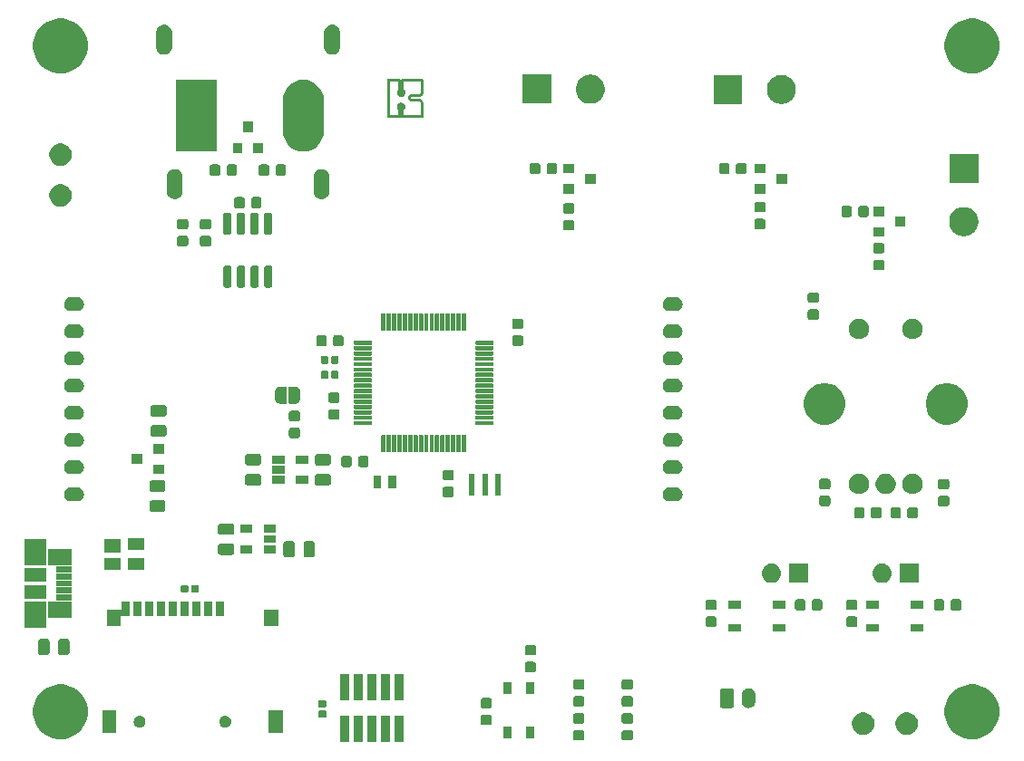
<source format=gbr>
G04 #@! TF.GenerationSoftware,KiCad,Pcbnew,5.1.4-e60b266~84~ubuntu18.04.1*
G04 #@! TF.CreationDate,2019-12-12T06:09:25+05:00*
G04 #@! TF.ProjectId,rck22,72636b32-322e-46b6-9963-61645f706362,rev?*
G04 #@! TF.SameCoordinates,Original*
G04 #@! TF.FileFunction,Soldermask,Top*
G04 #@! TF.FilePolarity,Negative*
%FSLAX46Y46*%
G04 Gerber Fmt 4.6, Leading zero omitted, Abs format (unit mm)*
G04 Created by KiCad (PCBNEW 5.1.4-e60b266~84~ubuntu18.04.1) date 2019-12-12 06:09:25*
%MOMM*%
%LPD*%
G04 APERTURE LIST*
%ADD10C,0.100000*%
G04 APERTURE END LIST*
D10*
G36*
X129849240Y-122243180D02*
G01*
X129007240Y-122243180D01*
X129007240Y-119741180D01*
X129849240Y-119741180D01*
X129849240Y-122243180D01*
X129849240Y-122243180D01*
G37*
G36*
X128579240Y-122243180D02*
G01*
X127737240Y-122243180D01*
X127737240Y-119741180D01*
X128579240Y-119741180D01*
X128579240Y-122243180D01*
X128579240Y-122243180D01*
G37*
G36*
X124769240Y-122243180D02*
G01*
X123927240Y-122243180D01*
X123927240Y-119741180D01*
X124769240Y-119741180D01*
X124769240Y-122243180D01*
X124769240Y-122243180D01*
G37*
G36*
X127309240Y-122243180D02*
G01*
X126467240Y-122243180D01*
X126467240Y-119741180D01*
X127309240Y-119741180D01*
X127309240Y-122243180D01*
X127309240Y-122243180D01*
G37*
G36*
X126039240Y-122243180D02*
G01*
X125197240Y-122243180D01*
X125197240Y-119741180D01*
X126039240Y-119741180D01*
X126039240Y-122243180D01*
X126039240Y-122243180D01*
G37*
G36*
X151051277Y-121098277D02*
G01*
X151093315Y-121111030D01*
X151132051Y-121131735D01*
X151166002Y-121159598D01*
X151193865Y-121193549D01*
X151214570Y-121232285D01*
X151227323Y-121274323D01*
X151231820Y-121319990D01*
X151231820Y-121844570D01*
X151227323Y-121890237D01*
X151214570Y-121932275D01*
X151193865Y-121971011D01*
X151166002Y-122004962D01*
X151132051Y-122032825D01*
X151093315Y-122053530D01*
X151051277Y-122066283D01*
X151005610Y-122070780D01*
X150406030Y-122070780D01*
X150360363Y-122066283D01*
X150318325Y-122053530D01*
X150279589Y-122032825D01*
X150245638Y-122004962D01*
X150217775Y-121971011D01*
X150197070Y-121932275D01*
X150184317Y-121890237D01*
X150179820Y-121844570D01*
X150179820Y-121319990D01*
X150184317Y-121274323D01*
X150197070Y-121232285D01*
X150217775Y-121193549D01*
X150245638Y-121159598D01*
X150279589Y-121131735D01*
X150318325Y-121111030D01*
X150360363Y-121098277D01*
X150406030Y-121093780D01*
X151005610Y-121093780D01*
X151051277Y-121098277D01*
X151051277Y-121098277D01*
G37*
G36*
X146535157Y-121098277D02*
G01*
X146577195Y-121111030D01*
X146615931Y-121131735D01*
X146649882Y-121159598D01*
X146677745Y-121193549D01*
X146698450Y-121232285D01*
X146711203Y-121274323D01*
X146715700Y-121319990D01*
X146715700Y-121844570D01*
X146711203Y-121890237D01*
X146698450Y-121932275D01*
X146677745Y-121971011D01*
X146649882Y-122004962D01*
X146615931Y-122032825D01*
X146577195Y-122053530D01*
X146535157Y-122066283D01*
X146489490Y-122070780D01*
X145889910Y-122070780D01*
X145844243Y-122066283D01*
X145802205Y-122053530D01*
X145763469Y-122032825D01*
X145729518Y-122004962D01*
X145701655Y-121971011D01*
X145680950Y-121932275D01*
X145668197Y-121890237D01*
X145663700Y-121844570D01*
X145663700Y-121319990D01*
X145668197Y-121274323D01*
X145680950Y-121232285D01*
X145701655Y-121193549D01*
X145729518Y-121159598D01*
X145763469Y-121131735D01*
X145802205Y-121111030D01*
X145844243Y-121098277D01*
X145889910Y-121093780D01*
X146489490Y-121093780D01*
X146535157Y-121098277D01*
X146535157Y-121098277D01*
G37*
G36*
X183624098Y-116927032D02*
G01*
X184088351Y-117119332D01*
X184506165Y-117398506D01*
X184861494Y-117753835D01*
X185140668Y-118171649D01*
X185332968Y-118635902D01*
X185431000Y-119128746D01*
X185431000Y-119631254D01*
X185332968Y-120124098D01*
X185140668Y-120588351D01*
X184861494Y-121006165D01*
X184506165Y-121361494D01*
X184088351Y-121640668D01*
X183624098Y-121832968D01*
X183131254Y-121931000D01*
X182628746Y-121931000D01*
X182135902Y-121832968D01*
X181671649Y-121640668D01*
X181253835Y-121361494D01*
X180898506Y-121006165D01*
X180619332Y-120588351D01*
X180427032Y-120124098D01*
X180329000Y-119631254D01*
X180329000Y-119128746D01*
X180427032Y-118635902D01*
X180619332Y-118171649D01*
X180898506Y-117753835D01*
X181253835Y-117398506D01*
X181671649Y-117119332D01*
X182135902Y-116927032D01*
X182628746Y-116829000D01*
X183131254Y-116829000D01*
X183624098Y-116927032D01*
X183624098Y-116927032D01*
G37*
G36*
X98534098Y-116927032D02*
G01*
X98998351Y-117119332D01*
X99416165Y-117398506D01*
X99771494Y-117753835D01*
X100050668Y-118171649D01*
X100242968Y-118635902D01*
X100341000Y-119128746D01*
X100341000Y-119631254D01*
X100242968Y-120124098D01*
X100050668Y-120588351D01*
X99771494Y-121006165D01*
X99416165Y-121361494D01*
X98998351Y-121640668D01*
X98534098Y-121832968D01*
X98041254Y-121931000D01*
X97538746Y-121931000D01*
X97045902Y-121832968D01*
X96581649Y-121640668D01*
X96163835Y-121361494D01*
X95808506Y-121006165D01*
X95529332Y-120588351D01*
X95337032Y-120124098D01*
X95239000Y-119631254D01*
X95239000Y-119128746D01*
X95337032Y-118635902D01*
X95529332Y-118171649D01*
X95808506Y-117753835D01*
X96163835Y-117398506D01*
X96581649Y-117119332D01*
X97045902Y-116927032D01*
X97538746Y-116829000D01*
X98041254Y-116829000D01*
X98534098Y-116927032D01*
X98534098Y-116927032D01*
G37*
G36*
X139902700Y-121888760D02*
G01*
X139150700Y-121888760D01*
X139150700Y-120736760D01*
X139902700Y-120736760D01*
X139902700Y-121888760D01*
X139902700Y-121888760D01*
G37*
G36*
X142052700Y-121888760D02*
G01*
X141300700Y-121888760D01*
X141300700Y-120736760D01*
X142052700Y-120736760D01*
X142052700Y-121888760D01*
X142052700Y-121888760D01*
G37*
G36*
X177090564Y-119492068D02*
G01*
X177281835Y-119571295D01*
X177446034Y-119681010D01*
X177453973Y-119686315D01*
X177600365Y-119832707D01*
X177600367Y-119832710D01*
X177715385Y-120004845D01*
X177794612Y-120196116D01*
X177835000Y-120399163D01*
X177835000Y-120606197D01*
X177794612Y-120809244D01*
X177715385Y-121000515D01*
X177622522Y-121139493D01*
X177600365Y-121172653D01*
X177453973Y-121319045D01*
X177453970Y-121319047D01*
X177281835Y-121434065D01*
X177090564Y-121513292D01*
X176887517Y-121553680D01*
X176680483Y-121553680D01*
X176477436Y-121513292D01*
X176286165Y-121434065D01*
X176114030Y-121319047D01*
X176114027Y-121319045D01*
X175967635Y-121172653D01*
X175945478Y-121139493D01*
X175852615Y-121000515D01*
X175773388Y-120809244D01*
X175733000Y-120606197D01*
X175733000Y-120399163D01*
X175773388Y-120196116D01*
X175852615Y-120004845D01*
X175967633Y-119832710D01*
X175967635Y-119832707D01*
X176114027Y-119686315D01*
X176121966Y-119681010D01*
X176286165Y-119571295D01*
X176477436Y-119492068D01*
X176680483Y-119451680D01*
X176887517Y-119451680D01*
X177090564Y-119492068D01*
X177090564Y-119492068D01*
G37*
G36*
X173026564Y-119492068D02*
G01*
X173217835Y-119571295D01*
X173382034Y-119681010D01*
X173389973Y-119686315D01*
X173536365Y-119832707D01*
X173536367Y-119832710D01*
X173651385Y-120004845D01*
X173730612Y-120196116D01*
X173771000Y-120399163D01*
X173771000Y-120606197D01*
X173730612Y-120809244D01*
X173651385Y-121000515D01*
X173558522Y-121139493D01*
X173536365Y-121172653D01*
X173389973Y-121319045D01*
X173389970Y-121319047D01*
X173217835Y-121434065D01*
X173026564Y-121513292D01*
X172823517Y-121553680D01*
X172616483Y-121553680D01*
X172413436Y-121513292D01*
X172222165Y-121434065D01*
X172050030Y-121319047D01*
X172050027Y-121319045D01*
X171903635Y-121172653D01*
X171881478Y-121139493D01*
X171788615Y-121000515D01*
X171709388Y-120809244D01*
X171669000Y-120606197D01*
X171669000Y-120399163D01*
X171709388Y-120196116D01*
X171788615Y-120004845D01*
X171903633Y-119832710D01*
X171903635Y-119832707D01*
X172050027Y-119686315D01*
X172057966Y-119681010D01*
X172222165Y-119571295D01*
X172413436Y-119492068D01*
X172616483Y-119451680D01*
X172823517Y-119451680D01*
X173026564Y-119492068D01*
X173026564Y-119492068D01*
G37*
G36*
X118535240Y-121361180D02*
G01*
X117233240Y-121361180D01*
X117233240Y-119259180D01*
X118535240Y-119259180D01*
X118535240Y-121361180D01*
X118535240Y-121361180D01*
G37*
G36*
X103015240Y-121361180D02*
G01*
X101713240Y-121361180D01*
X101713240Y-119259180D01*
X103015240Y-119259180D01*
X103015240Y-121361180D01*
X103015240Y-121361180D01*
G37*
G36*
X113334960Y-119780353D02*
G01*
X113435236Y-119821889D01*
X113518574Y-119877574D01*
X113525482Y-119882190D01*
X113602230Y-119958938D01*
X113602232Y-119958941D01*
X113662531Y-120049184D01*
X113704067Y-120149460D01*
X113725240Y-120255909D01*
X113725240Y-120364451D01*
X113704067Y-120470900D01*
X113662531Y-120571176D01*
X113627562Y-120623510D01*
X113602230Y-120661422D01*
X113525482Y-120738170D01*
X113525479Y-120738172D01*
X113435236Y-120798471D01*
X113334960Y-120840007D01*
X113228511Y-120861180D01*
X113119969Y-120861180D01*
X113013520Y-120840007D01*
X112913244Y-120798471D01*
X112823001Y-120738172D01*
X112822998Y-120738170D01*
X112746250Y-120661422D01*
X112720918Y-120623510D01*
X112685949Y-120571176D01*
X112644413Y-120470900D01*
X112623240Y-120364451D01*
X112623240Y-120255909D01*
X112644413Y-120149460D01*
X112685949Y-120049184D01*
X112746248Y-119958941D01*
X112746250Y-119958938D01*
X112822998Y-119882190D01*
X112829906Y-119877574D01*
X112913244Y-119821889D01*
X113013520Y-119780353D01*
X113119969Y-119759180D01*
X113228511Y-119759180D01*
X113334960Y-119780353D01*
X113334960Y-119780353D01*
G37*
G36*
X105334960Y-119780353D02*
G01*
X105435236Y-119821889D01*
X105518574Y-119877574D01*
X105525482Y-119882190D01*
X105602230Y-119958938D01*
X105602232Y-119958941D01*
X105662531Y-120049184D01*
X105704067Y-120149460D01*
X105725240Y-120255909D01*
X105725240Y-120364451D01*
X105704067Y-120470900D01*
X105662531Y-120571176D01*
X105627562Y-120623510D01*
X105602230Y-120661422D01*
X105525482Y-120738170D01*
X105525479Y-120738172D01*
X105435236Y-120798471D01*
X105334960Y-120840007D01*
X105228511Y-120861180D01*
X105119969Y-120861180D01*
X105013520Y-120840007D01*
X104913244Y-120798471D01*
X104823001Y-120738172D01*
X104822998Y-120738170D01*
X104746250Y-120661422D01*
X104720918Y-120623510D01*
X104685949Y-120571176D01*
X104644413Y-120470900D01*
X104623240Y-120364451D01*
X104623240Y-120255909D01*
X104644413Y-120149460D01*
X104685949Y-120049184D01*
X104746248Y-119958941D01*
X104746250Y-119958938D01*
X104822998Y-119882190D01*
X104829906Y-119877574D01*
X104913244Y-119821889D01*
X105013520Y-119780353D01*
X105119969Y-119759180D01*
X105228511Y-119759180D01*
X105334960Y-119780353D01*
X105334960Y-119780353D01*
G37*
G36*
X137899157Y-119668257D02*
G01*
X137941195Y-119681010D01*
X137979931Y-119701715D01*
X138013882Y-119729578D01*
X138041745Y-119763529D01*
X138062450Y-119802265D01*
X138075203Y-119844303D01*
X138079700Y-119889970D01*
X138079700Y-120414550D01*
X138075203Y-120460217D01*
X138062450Y-120502255D01*
X138041745Y-120540991D01*
X138013882Y-120574942D01*
X137979931Y-120602805D01*
X137941195Y-120623510D01*
X137899157Y-120636263D01*
X137853490Y-120640760D01*
X137253910Y-120640760D01*
X137208243Y-120636263D01*
X137166205Y-120623510D01*
X137127469Y-120602805D01*
X137093518Y-120574942D01*
X137065655Y-120540991D01*
X137044950Y-120502255D01*
X137032197Y-120460217D01*
X137027700Y-120414550D01*
X137027700Y-119889970D01*
X137032197Y-119844303D01*
X137044950Y-119802265D01*
X137065655Y-119763529D01*
X137093518Y-119729578D01*
X137127469Y-119701715D01*
X137166205Y-119681010D01*
X137208243Y-119668257D01*
X137253910Y-119663760D01*
X137853490Y-119663760D01*
X137899157Y-119668257D01*
X137899157Y-119668257D01*
G37*
G36*
X146535157Y-119523277D02*
G01*
X146577195Y-119536030D01*
X146615931Y-119556735D01*
X146649882Y-119584598D01*
X146677745Y-119618549D01*
X146698450Y-119657285D01*
X146711203Y-119699323D01*
X146715700Y-119744990D01*
X146715700Y-120269570D01*
X146711203Y-120315237D01*
X146698450Y-120357275D01*
X146677745Y-120396011D01*
X146649882Y-120429962D01*
X146615931Y-120457825D01*
X146577195Y-120478530D01*
X146535157Y-120491283D01*
X146489490Y-120495780D01*
X145889910Y-120495780D01*
X145844243Y-120491283D01*
X145802205Y-120478530D01*
X145763469Y-120457825D01*
X145729518Y-120429962D01*
X145701655Y-120396011D01*
X145680950Y-120357275D01*
X145668197Y-120315237D01*
X145663700Y-120269570D01*
X145663700Y-119744990D01*
X145668197Y-119699323D01*
X145680950Y-119657285D01*
X145701655Y-119618549D01*
X145729518Y-119584598D01*
X145763469Y-119556735D01*
X145802205Y-119536030D01*
X145844243Y-119523277D01*
X145889910Y-119518780D01*
X146489490Y-119518780D01*
X146535157Y-119523277D01*
X146535157Y-119523277D01*
G37*
G36*
X151051277Y-119523277D02*
G01*
X151093315Y-119536030D01*
X151132051Y-119556735D01*
X151166002Y-119584598D01*
X151193865Y-119618549D01*
X151214570Y-119657285D01*
X151227323Y-119699323D01*
X151231820Y-119744990D01*
X151231820Y-120269570D01*
X151227323Y-120315237D01*
X151214570Y-120357275D01*
X151193865Y-120396011D01*
X151166002Y-120429962D01*
X151132051Y-120457825D01*
X151093315Y-120478530D01*
X151051277Y-120491283D01*
X151005610Y-120495780D01*
X150406030Y-120495780D01*
X150360363Y-120491283D01*
X150318325Y-120478530D01*
X150279589Y-120457825D01*
X150245638Y-120429962D01*
X150217775Y-120396011D01*
X150197070Y-120357275D01*
X150184317Y-120315237D01*
X150179820Y-120269570D01*
X150179820Y-119744990D01*
X150184317Y-119699323D01*
X150197070Y-119657285D01*
X150217775Y-119618549D01*
X150245638Y-119584598D01*
X150279589Y-119556735D01*
X150318325Y-119536030D01*
X150360363Y-119523277D01*
X150406030Y-119518780D01*
X151005610Y-119518780D01*
X151051277Y-119523277D01*
X151051277Y-119523277D01*
G37*
G36*
X122480227Y-119265588D02*
G01*
X122508897Y-119274285D01*
X122535314Y-119288406D01*
X122558470Y-119307410D01*
X122577474Y-119330566D01*
X122591595Y-119356983D01*
X122600292Y-119385653D01*
X122603420Y-119417420D01*
X122603420Y-119799500D01*
X122600292Y-119831267D01*
X122591595Y-119859937D01*
X122577474Y-119886354D01*
X122558470Y-119909510D01*
X122535314Y-119928514D01*
X122508897Y-119942635D01*
X122480227Y-119951332D01*
X122448460Y-119954460D01*
X122016380Y-119954460D01*
X121984613Y-119951332D01*
X121955943Y-119942635D01*
X121929526Y-119928514D01*
X121906370Y-119909510D01*
X121887366Y-119886354D01*
X121873245Y-119859937D01*
X121864548Y-119831267D01*
X121861420Y-119799500D01*
X121861420Y-119417420D01*
X121864548Y-119385653D01*
X121873245Y-119356983D01*
X121887366Y-119330566D01*
X121906370Y-119307410D01*
X121929526Y-119288406D01*
X121955943Y-119274285D01*
X121984613Y-119265588D01*
X122016380Y-119262460D01*
X122448460Y-119262460D01*
X122480227Y-119265588D01*
X122480227Y-119265588D01*
G37*
G36*
X137899157Y-118093257D02*
G01*
X137941195Y-118106010D01*
X137979931Y-118126715D01*
X138013882Y-118154578D01*
X138041745Y-118188529D01*
X138062450Y-118227265D01*
X138075203Y-118269303D01*
X138079700Y-118314970D01*
X138079700Y-118839550D01*
X138075203Y-118885217D01*
X138062450Y-118927255D01*
X138041745Y-118965991D01*
X138013882Y-118999942D01*
X137979931Y-119027805D01*
X137941195Y-119048510D01*
X137899157Y-119061263D01*
X137853490Y-119065760D01*
X137253910Y-119065760D01*
X137208243Y-119061263D01*
X137166205Y-119048510D01*
X137127469Y-119027805D01*
X137093518Y-118999942D01*
X137065655Y-118965991D01*
X137044950Y-118927255D01*
X137032197Y-118885217D01*
X137027700Y-118839550D01*
X137027700Y-118314970D01*
X137032197Y-118269303D01*
X137044950Y-118227265D01*
X137065655Y-118188529D01*
X137093518Y-118154578D01*
X137127469Y-118126715D01*
X137166205Y-118106010D01*
X137208243Y-118093257D01*
X137253910Y-118088760D01*
X137853490Y-118088760D01*
X137899157Y-118093257D01*
X137899157Y-118093257D01*
G37*
G36*
X162118508Y-117190553D02*
G01*
X162147617Y-117193420D01*
X162270331Y-117230645D01*
X162270333Y-117230646D01*
X162383424Y-117291094D01*
X162482553Y-117372447D01*
X162563906Y-117471575D01*
X162605515Y-117549420D01*
X162624355Y-117584668D01*
X162661580Y-117707382D01*
X162661580Y-117707385D01*
X162671000Y-117803021D01*
X162671000Y-118416979D01*
X162666225Y-118465460D01*
X162661580Y-118512618D01*
X162624355Y-118635332D01*
X162624354Y-118635334D01*
X162563906Y-118748425D01*
X162482553Y-118847553D01*
X162383425Y-118928906D01*
X162285709Y-118981136D01*
X162270332Y-118989355D01*
X162147618Y-119026580D01*
X162118509Y-119029447D01*
X162020000Y-119039150D01*
X161921492Y-119029447D01*
X161892383Y-119026580D01*
X161769669Y-118989355D01*
X161754292Y-118981136D01*
X161656576Y-118928906D01*
X161557447Y-118847553D01*
X161476094Y-118748425D01*
X161415646Y-118635334D01*
X161415645Y-118635332D01*
X161378420Y-118512618D01*
X161373775Y-118465460D01*
X161369000Y-118416979D01*
X161369000Y-117803022D01*
X161375330Y-117738760D01*
X161378420Y-117707383D01*
X161415645Y-117584669D01*
X161476095Y-117471575D01*
X161536059Y-117398509D01*
X161557447Y-117372447D01*
X161656575Y-117291094D01*
X161769666Y-117230646D01*
X161769668Y-117230645D01*
X161892382Y-117193420D01*
X161921491Y-117190553D01*
X162020000Y-117180850D01*
X162118508Y-117190553D01*
X162118508Y-117190553D01*
G37*
G36*
X160471408Y-117188952D02*
G01*
X160517885Y-117203051D01*
X160560710Y-117225941D01*
X160598250Y-117256750D01*
X160629059Y-117294290D01*
X160651949Y-117337115D01*
X160666048Y-117383592D01*
X160671000Y-117433876D01*
X160671000Y-118786124D01*
X160666048Y-118836408D01*
X160651949Y-118882885D01*
X160629059Y-118925710D01*
X160598250Y-118963250D01*
X160560710Y-118994059D01*
X160517885Y-119016949D01*
X160471408Y-119031048D01*
X160421124Y-119036000D01*
X159618876Y-119036000D01*
X159568592Y-119031048D01*
X159522115Y-119016949D01*
X159479290Y-118994059D01*
X159441750Y-118963250D01*
X159410941Y-118925710D01*
X159388051Y-118882885D01*
X159373952Y-118836408D01*
X159369000Y-118786124D01*
X159369000Y-117433876D01*
X159373952Y-117383592D01*
X159388051Y-117337115D01*
X159410941Y-117294290D01*
X159441750Y-117256750D01*
X159479290Y-117225941D01*
X159522115Y-117203051D01*
X159568592Y-117188952D01*
X159618876Y-117184000D01*
X160421124Y-117184000D01*
X160471408Y-117188952D01*
X160471408Y-117188952D01*
G37*
G36*
X122480227Y-118295588D02*
G01*
X122508897Y-118304285D01*
X122535314Y-118318406D01*
X122558470Y-118337410D01*
X122577474Y-118360566D01*
X122591595Y-118386983D01*
X122600292Y-118415653D01*
X122603420Y-118447420D01*
X122603420Y-118829500D01*
X122600292Y-118861267D01*
X122591595Y-118889937D01*
X122577474Y-118916354D01*
X122558470Y-118939510D01*
X122535314Y-118958514D01*
X122508897Y-118972635D01*
X122480227Y-118981332D01*
X122448460Y-118984460D01*
X122016380Y-118984460D01*
X121984613Y-118981332D01*
X121955943Y-118972635D01*
X121929526Y-118958514D01*
X121906370Y-118939510D01*
X121887366Y-118916354D01*
X121873245Y-118889937D01*
X121864548Y-118861267D01*
X121861420Y-118829500D01*
X121861420Y-118447420D01*
X121864548Y-118415653D01*
X121873245Y-118386983D01*
X121887366Y-118360566D01*
X121906370Y-118337410D01*
X121929526Y-118318406D01*
X121955943Y-118304285D01*
X121984613Y-118295588D01*
X122016380Y-118292460D01*
X122448460Y-118292460D01*
X122480227Y-118295588D01*
X122480227Y-118295588D01*
G37*
G36*
X151046197Y-117928357D02*
G01*
X151088235Y-117941110D01*
X151126971Y-117961815D01*
X151160922Y-117989678D01*
X151188785Y-118023629D01*
X151209490Y-118062365D01*
X151222243Y-118104403D01*
X151226740Y-118150070D01*
X151226740Y-118674650D01*
X151222243Y-118720317D01*
X151209490Y-118762355D01*
X151188785Y-118801091D01*
X151160922Y-118835042D01*
X151126971Y-118862905D01*
X151088235Y-118883610D01*
X151046197Y-118896363D01*
X151000530Y-118900860D01*
X150400950Y-118900860D01*
X150355283Y-118896363D01*
X150313245Y-118883610D01*
X150274509Y-118862905D01*
X150240558Y-118835042D01*
X150212695Y-118801091D01*
X150191990Y-118762355D01*
X150179237Y-118720317D01*
X150174740Y-118674650D01*
X150174740Y-118150070D01*
X150179237Y-118104403D01*
X150191990Y-118062365D01*
X150212695Y-118023629D01*
X150240558Y-117989678D01*
X150274509Y-117961815D01*
X150313245Y-117941110D01*
X150355283Y-117928357D01*
X150400950Y-117923860D01*
X151000530Y-117923860D01*
X151046197Y-117928357D01*
X151046197Y-117928357D01*
G37*
G36*
X146535157Y-117923277D02*
G01*
X146577195Y-117936030D01*
X146615931Y-117956735D01*
X146649882Y-117984598D01*
X146677745Y-118018549D01*
X146698450Y-118057285D01*
X146711203Y-118099323D01*
X146715700Y-118144990D01*
X146715700Y-118669570D01*
X146711203Y-118715237D01*
X146698450Y-118757275D01*
X146677745Y-118796011D01*
X146649882Y-118829962D01*
X146615931Y-118857825D01*
X146577195Y-118878530D01*
X146535157Y-118891283D01*
X146489490Y-118895780D01*
X145889910Y-118895780D01*
X145844243Y-118891283D01*
X145802205Y-118878530D01*
X145763469Y-118857825D01*
X145729518Y-118829962D01*
X145701655Y-118796011D01*
X145680950Y-118757275D01*
X145668197Y-118715237D01*
X145663700Y-118669570D01*
X145663700Y-118144990D01*
X145668197Y-118099323D01*
X145680950Y-118057285D01*
X145701655Y-118018549D01*
X145729518Y-117984598D01*
X145763469Y-117956735D01*
X145802205Y-117936030D01*
X145844243Y-117923277D01*
X145889910Y-117918780D01*
X146489490Y-117918780D01*
X146535157Y-117923277D01*
X146535157Y-117923277D01*
G37*
G36*
X127309240Y-118343180D02*
G01*
X126467240Y-118343180D01*
X126467240Y-115841180D01*
X127309240Y-115841180D01*
X127309240Y-118343180D01*
X127309240Y-118343180D01*
G37*
G36*
X126039240Y-118343180D02*
G01*
X125197240Y-118343180D01*
X125197240Y-115841180D01*
X126039240Y-115841180D01*
X126039240Y-118343180D01*
X126039240Y-118343180D01*
G37*
G36*
X124769240Y-118343180D02*
G01*
X123927240Y-118343180D01*
X123927240Y-115841180D01*
X124769240Y-115841180D01*
X124769240Y-118343180D01*
X124769240Y-118343180D01*
G37*
G36*
X129849240Y-118343180D02*
G01*
X129007240Y-118343180D01*
X129007240Y-115841180D01*
X129849240Y-115841180D01*
X129849240Y-118343180D01*
X129849240Y-118343180D01*
G37*
G36*
X128579240Y-118343180D02*
G01*
X127737240Y-118343180D01*
X127737240Y-115841180D01*
X128579240Y-115841180D01*
X128579240Y-118343180D01*
X128579240Y-118343180D01*
G37*
G36*
X142052700Y-117738760D02*
G01*
X141300700Y-117738760D01*
X141300700Y-116586760D01*
X142052700Y-116586760D01*
X142052700Y-117738760D01*
X142052700Y-117738760D01*
G37*
G36*
X139902700Y-117738760D02*
G01*
X139150700Y-117738760D01*
X139150700Y-116586760D01*
X139902700Y-116586760D01*
X139902700Y-117738760D01*
X139902700Y-117738760D01*
G37*
G36*
X151046197Y-116353357D02*
G01*
X151088235Y-116366110D01*
X151126971Y-116386815D01*
X151160922Y-116414678D01*
X151188785Y-116448629D01*
X151209490Y-116487365D01*
X151222243Y-116529403D01*
X151226740Y-116575070D01*
X151226740Y-117099650D01*
X151222243Y-117145317D01*
X151209490Y-117187355D01*
X151188785Y-117226091D01*
X151160922Y-117260042D01*
X151126971Y-117287905D01*
X151088235Y-117308610D01*
X151046197Y-117321363D01*
X151000530Y-117325860D01*
X150400950Y-117325860D01*
X150355283Y-117321363D01*
X150313245Y-117308610D01*
X150274509Y-117287905D01*
X150240558Y-117260042D01*
X150212695Y-117226091D01*
X150191990Y-117187355D01*
X150179237Y-117145317D01*
X150174740Y-117099650D01*
X150174740Y-116575070D01*
X150179237Y-116529403D01*
X150191990Y-116487365D01*
X150212695Y-116448629D01*
X150240558Y-116414678D01*
X150274509Y-116386815D01*
X150313245Y-116366110D01*
X150355283Y-116353357D01*
X150400950Y-116348860D01*
X151000530Y-116348860D01*
X151046197Y-116353357D01*
X151046197Y-116353357D01*
G37*
G36*
X146535157Y-116348277D02*
G01*
X146577195Y-116361030D01*
X146615931Y-116381735D01*
X146649882Y-116409598D01*
X146677745Y-116443549D01*
X146698450Y-116482285D01*
X146711203Y-116524323D01*
X146715700Y-116569990D01*
X146715700Y-117094570D01*
X146711203Y-117140237D01*
X146698450Y-117182275D01*
X146677745Y-117221011D01*
X146649882Y-117254962D01*
X146615931Y-117282825D01*
X146577195Y-117303530D01*
X146535157Y-117316283D01*
X146489490Y-117320780D01*
X145889910Y-117320780D01*
X145844243Y-117316283D01*
X145802205Y-117303530D01*
X145763469Y-117282825D01*
X145729518Y-117254962D01*
X145701655Y-117221011D01*
X145680950Y-117182275D01*
X145668197Y-117140237D01*
X145663700Y-117094570D01*
X145663700Y-116569990D01*
X145668197Y-116524323D01*
X145680950Y-116482285D01*
X145701655Y-116443549D01*
X145729518Y-116409598D01*
X145763469Y-116381735D01*
X145802205Y-116361030D01*
X145844243Y-116348277D01*
X145889910Y-116343780D01*
X146489490Y-116343780D01*
X146535157Y-116348277D01*
X146535157Y-116348277D01*
G37*
G36*
X142021577Y-114720337D02*
G01*
X142063615Y-114733090D01*
X142102351Y-114753795D01*
X142136302Y-114781658D01*
X142164165Y-114815609D01*
X142184870Y-114854345D01*
X142197623Y-114896383D01*
X142202120Y-114942050D01*
X142202120Y-115466630D01*
X142197623Y-115512297D01*
X142184870Y-115554335D01*
X142164165Y-115593071D01*
X142136302Y-115627022D01*
X142102351Y-115654885D01*
X142063615Y-115675590D01*
X142021577Y-115688343D01*
X141975910Y-115692840D01*
X141376330Y-115692840D01*
X141330663Y-115688343D01*
X141288625Y-115675590D01*
X141249889Y-115654885D01*
X141215938Y-115627022D01*
X141188075Y-115593071D01*
X141167370Y-115554335D01*
X141154617Y-115512297D01*
X141150120Y-115466630D01*
X141150120Y-114942050D01*
X141154617Y-114896383D01*
X141167370Y-114854345D01*
X141188075Y-114815609D01*
X141215938Y-114781658D01*
X141249889Y-114753795D01*
X141288625Y-114733090D01*
X141330663Y-114720337D01*
X141376330Y-114715840D01*
X141975910Y-114715840D01*
X142021577Y-114720337D01*
X142021577Y-114720337D01*
G37*
G36*
X142021577Y-113145337D02*
G01*
X142063615Y-113158090D01*
X142102351Y-113178795D01*
X142136302Y-113206658D01*
X142164165Y-113240609D01*
X142184870Y-113279345D01*
X142197623Y-113321383D01*
X142202120Y-113367050D01*
X142202120Y-113891630D01*
X142197623Y-113937297D01*
X142184870Y-113979335D01*
X142164165Y-114018071D01*
X142136302Y-114052022D01*
X142102351Y-114079885D01*
X142063615Y-114100590D01*
X142021577Y-114113343D01*
X141975910Y-114117840D01*
X141376330Y-114117840D01*
X141330663Y-114113343D01*
X141288625Y-114100590D01*
X141249889Y-114079885D01*
X141215938Y-114052022D01*
X141188075Y-114018071D01*
X141167370Y-113979335D01*
X141154617Y-113937297D01*
X141150120Y-113891630D01*
X141150120Y-113367050D01*
X141154617Y-113321383D01*
X141167370Y-113279345D01*
X141188075Y-113240609D01*
X141215938Y-113206658D01*
X141249889Y-113178795D01*
X141288625Y-113158090D01*
X141330663Y-113145337D01*
X141376330Y-113140840D01*
X141975910Y-113140840D01*
X142021577Y-113145337D01*
X142021577Y-113145337D01*
G37*
G36*
X98443035Y-112581159D02*
G01*
X98489762Y-112595333D01*
X98532817Y-112618346D01*
X98570559Y-112649321D01*
X98601534Y-112687063D01*
X98624547Y-112730118D01*
X98638721Y-112776845D01*
X98643700Y-112827391D01*
X98643700Y-113826969D01*
X98638721Y-113877515D01*
X98624547Y-113924242D01*
X98601534Y-113967297D01*
X98570559Y-114005039D01*
X98532817Y-114036014D01*
X98489762Y-114059027D01*
X98443035Y-114073201D01*
X98392489Y-114078180D01*
X97817911Y-114078180D01*
X97767365Y-114073201D01*
X97720638Y-114059027D01*
X97677583Y-114036014D01*
X97639841Y-114005039D01*
X97608866Y-113967297D01*
X97585853Y-113924242D01*
X97571679Y-113877515D01*
X97566700Y-113826969D01*
X97566700Y-112827391D01*
X97571679Y-112776845D01*
X97585853Y-112730118D01*
X97608866Y-112687063D01*
X97639841Y-112649321D01*
X97677583Y-112618346D01*
X97720638Y-112595333D01*
X97767365Y-112581159D01*
X97817911Y-112576180D01*
X98392489Y-112576180D01*
X98443035Y-112581159D01*
X98443035Y-112581159D01*
G37*
G36*
X96568035Y-112581159D02*
G01*
X96614762Y-112595333D01*
X96657817Y-112618346D01*
X96695559Y-112649321D01*
X96726534Y-112687063D01*
X96749547Y-112730118D01*
X96763721Y-112776845D01*
X96768700Y-112827391D01*
X96768700Y-113826969D01*
X96763721Y-113877515D01*
X96749547Y-113924242D01*
X96726534Y-113967297D01*
X96695559Y-114005039D01*
X96657817Y-114036014D01*
X96614762Y-114059027D01*
X96568035Y-114073201D01*
X96517489Y-114078180D01*
X95942911Y-114078180D01*
X95892365Y-114073201D01*
X95845638Y-114059027D01*
X95802583Y-114036014D01*
X95764841Y-114005039D01*
X95733866Y-113967297D01*
X95710853Y-113924242D01*
X95696679Y-113877515D01*
X95691700Y-113826969D01*
X95691700Y-112827391D01*
X95696679Y-112776845D01*
X95710853Y-112730118D01*
X95733866Y-112687063D01*
X95764841Y-112649321D01*
X95802583Y-112618346D01*
X95845638Y-112595333D01*
X95892365Y-112581159D01*
X95942911Y-112576180D01*
X96517489Y-112576180D01*
X96568035Y-112581159D01*
X96568035Y-112581159D01*
G37*
G36*
X178327560Y-111915600D02*
G01*
X177175560Y-111915600D01*
X177175560Y-111163600D01*
X178327560Y-111163600D01*
X178327560Y-111915600D01*
X178327560Y-111915600D01*
G37*
G36*
X174177560Y-111915600D02*
G01*
X173025560Y-111915600D01*
X173025560Y-111163600D01*
X174177560Y-111163600D01*
X174177560Y-111915600D01*
X174177560Y-111915600D01*
G37*
G36*
X165452300Y-111915600D02*
G01*
X164300300Y-111915600D01*
X164300300Y-111163600D01*
X165452300Y-111163600D01*
X165452300Y-111915600D01*
X165452300Y-111915600D01*
G37*
G36*
X161302300Y-111915600D02*
G01*
X160150300Y-111915600D01*
X160150300Y-111163600D01*
X161302300Y-111163600D01*
X161302300Y-111915600D01*
X161302300Y-111915600D01*
G37*
G36*
X96481020Y-111544020D02*
G01*
X94479020Y-111544020D01*
X94479020Y-109067020D01*
X96481020Y-109067020D01*
X96481020Y-111544020D01*
X96481020Y-111544020D01*
G37*
G36*
X158874477Y-110483617D02*
G01*
X158916515Y-110496370D01*
X158955251Y-110517075D01*
X158989202Y-110544938D01*
X159017065Y-110578889D01*
X159037770Y-110617625D01*
X159050523Y-110659663D01*
X159055020Y-110705330D01*
X159055020Y-111229910D01*
X159050523Y-111275577D01*
X159037770Y-111317615D01*
X159017065Y-111356351D01*
X158989202Y-111390302D01*
X158955251Y-111418165D01*
X158916515Y-111438870D01*
X158874477Y-111451623D01*
X158828810Y-111456120D01*
X158229230Y-111456120D01*
X158183563Y-111451623D01*
X158141525Y-111438870D01*
X158102789Y-111418165D01*
X158068838Y-111390302D01*
X158040975Y-111356351D01*
X158020270Y-111317615D01*
X158007517Y-111275577D01*
X158003020Y-111229910D01*
X158003020Y-110705330D01*
X158007517Y-110659663D01*
X158020270Y-110617625D01*
X158040975Y-110578889D01*
X158068838Y-110544938D01*
X158102789Y-110517075D01*
X158141525Y-110496370D01*
X158183563Y-110483617D01*
X158229230Y-110479120D01*
X158828810Y-110479120D01*
X158874477Y-110483617D01*
X158874477Y-110483617D01*
G37*
G36*
X172018977Y-110481077D02*
G01*
X172061015Y-110493830D01*
X172099751Y-110514535D01*
X172133702Y-110542398D01*
X172161565Y-110576349D01*
X172182270Y-110615085D01*
X172195023Y-110657123D01*
X172199520Y-110702790D01*
X172199520Y-111227370D01*
X172195023Y-111273037D01*
X172182270Y-111315075D01*
X172161565Y-111353811D01*
X172133702Y-111387762D01*
X172099751Y-111415625D01*
X172061015Y-111436330D01*
X172018977Y-111449083D01*
X171973310Y-111453580D01*
X171373730Y-111453580D01*
X171328063Y-111449083D01*
X171286025Y-111436330D01*
X171247289Y-111415625D01*
X171213338Y-111387762D01*
X171185475Y-111353811D01*
X171164770Y-111315075D01*
X171152017Y-111273037D01*
X171147520Y-111227370D01*
X171147520Y-110702790D01*
X171152017Y-110657123D01*
X171164770Y-110615085D01*
X171185475Y-110576349D01*
X171213338Y-110542398D01*
X171247289Y-110514535D01*
X171286025Y-110493830D01*
X171328063Y-110481077D01*
X171373730Y-110476580D01*
X171973310Y-110476580D01*
X172018977Y-110481077D01*
X172018977Y-110481077D01*
G37*
G36*
X118115240Y-111361180D02*
G01*
X116813240Y-111361180D01*
X116813240Y-109859180D01*
X118115240Y-109859180D01*
X118115240Y-111361180D01*
X118115240Y-111361180D01*
G37*
G36*
X104285240Y-110461180D02*
G01*
X103475239Y-110461180D01*
X103467436Y-110461949D01*
X103459932Y-110464225D01*
X103453017Y-110467921D01*
X103446955Y-110472895D01*
X103441981Y-110478957D01*
X103438285Y-110485872D01*
X103436009Y-110493376D01*
X103435240Y-110501179D01*
X103435240Y-111361180D01*
X102133240Y-111361180D01*
X102133240Y-109859180D01*
X103443241Y-109859180D01*
X103451044Y-109858411D01*
X103458548Y-109856135D01*
X103465463Y-109852439D01*
X103471525Y-109847465D01*
X103476499Y-109841403D01*
X103480195Y-109834488D01*
X103482471Y-109826984D01*
X103483240Y-109819181D01*
X103483240Y-109059180D01*
X104285240Y-109059180D01*
X104285240Y-110461180D01*
X104285240Y-110461180D01*
G37*
G36*
X98881020Y-110646520D02*
G01*
X96679020Y-110646520D01*
X96679020Y-109069520D01*
X98881020Y-109069520D01*
X98881020Y-110646520D01*
X98881020Y-110646520D01*
G37*
G36*
X113085240Y-110461180D02*
G01*
X112283240Y-110461180D01*
X112283240Y-109059180D01*
X113085240Y-109059180D01*
X113085240Y-110461180D01*
X113085240Y-110461180D01*
G37*
G36*
X109785240Y-110461180D02*
G01*
X108983240Y-110461180D01*
X108983240Y-109059180D01*
X109785240Y-109059180D01*
X109785240Y-110461180D01*
X109785240Y-110461180D01*
G37*
G36*
X111985240Y-110461180D02*
G01*
X111183240Y-110461180D01*
X111183240Y-109059180D01*
X111985240Y-109059180D01*
X111985240Y-110461180D01*
X111985240Y-110461180D01*
G37*
G36*
X108685240Y-110461180D02*
G01*
X107883240Y-110461180D01*
X107883240Y-109059180D01*
X108685240Y-109059180D01*
X108685240Y-110461180D01*
X108685240Y-110461180D01*
G37*
G36*
X107585240Y-110461180D02*
G01*
X106783240Y-110461180D01*
X106783240Y-109059180D01*
X107585240Y-109059180D01*
X107585240Y-110461180D01*
X107585240Y-110461180D01*
G37*
G36*
X106485240Y-110461180D02*
G01*
X105683240Y-110461180D01*
X105683240Y-109059180D01*
X106485240Y-109059180D01*
X106485240Y-110461180D01*
X106485240Y-110461180D01*
G37*
G36*
X105385240Y-110461180D02*
G01*
X104583240Y-110461180D01*
X104583240Y-109059180D01*
X105385240Y-109059180D01*
X105385240Y-110461180D01*
X105385240Y-110461180D01*
G37*
G36*
X110885240Y-110461180D02*
G01*
X110083240Y-110461180D01*
X110083240Y-109059180D01*
X110885240Y-109059180D01*
X110885240Y-110461180D01*
X110885240Y-110461180D01*
G37*
G36*
X168732917Y-108868677D02*
G01*
X168774955Y-108881430D01*
X168813691Y-108902135D01*
X168847642Y-108929998D01*
X168875505Y-108963949D01*
X168896210Y-109002685D01*
X168908963Y-109044723D01*
X168913460Y-109090390D01*
X168913460Y-109689970D01*
X168908963Y-109735637D01*
X168896210Y-109777675D01*
X168875505Y-109816411D01*
X168847642Y-109850362D01*
X168813691Y-109878225D01*
X168774955Y-109898930D01*
X168732917Y-109911683D01*
X168687250Y-109916180D01*
X168162670Y-109916180D01*
X168117003Y-109911683D01*
X168074965Y-109898930D01*
X168036229Y-109878225D01*
X168002278Y-109850362D01*
X167974415Y-109816411D01*
X167953710Y-109777675D01*
X167940957Y-109735637D01*
X167936460Y-109689970D01*
X167936460Y-109090390D01*
X167940957Y-109044723D01*
X167953710Y-109002685D01*
X167974415Y-108963949D01*
X168002278Y-108929998D01*
X168036229Y-108902135D01*
X168074965Y-108881430D01*
X168117003Y-108868677D01*
X168162670Y-108864180D01*
X168687250Y-108864180D01*
X168732917Y-108868677D01*
X168732917Y-108868677D01*
G37*
G36*
X167157917Y-108868677D02*
G01*
X167199955Y-108881430D01*
X167238691Y-108902135D01*
X167272642Y-108929998D01*
X167300505Y-108963949D01*
X167321210Y-109002685D01*
X167333963Y-109044723D01*
X167338460Y-109090390D01*
X167338460Y-109689970D01*
X167333963Y-109735637D01*
X167321210Y-109777675D01*
X167300505Y-109816411D01*
X167272642Y-109850362D01*
X167238691Y-109878225D01*
X167199955Y-109898930D01*
X167157917Y-109911683D01*
X167112250Y-109916180D01*
X166587670Y-109916180D01*
X166542003Y-109911683D01*
X166499965Y-109898930D01*
X166461229Y-109878225D01*
X166427278Y-109850362D01*
X166399415Y-109816411D01*
X166378710Y-109777675D01*
X166365957Y-109735637D01*
X166361460Y-109689970D01*
X166361460Y-109090390D01*
X166365957Y-109044723D01*
X166378710Y-109002685D01*
X166399415Y-108963949D01*
X166427278Y-108929998D01*
X166461229Y-108902135D01*
X166499965Y-108881430D01*
X166542003Y-108868677D01*
X166587670Y-108864180D01*
X167112250Y-108864180D01*
X167157917Y-108868677D01*
X167157917Y-108868677D01*
G37*
G36*
X181702157Y-108868677D02*
G01*
X181744195Y-108881430D01*
X181782931Y-108902135D01*
X181816882Y-108929998D01*
X181844745Y-108963949D01*
X181865450Y-109002685D01*
X181878203Y-109044723D01*
X181882700Y-109090390D01*
X181882700Y-109689970D01*
X181878203Y-109735637D01*
X181865450Y-109777675D01*
X181844745Y-109816411D01*
X181816882Y-109850362D01*
X181782931Y-109878225D01*
X181744195Y-109898930D01*
X181702157Y-109911683D01*
X181656490Y-109916180D01*
X181131910Y-109916180D01*
X181086243Y-109911683D01*
X181044205Y-109898930D01*
X181005469Y-109878225D01*
X180971518Y-109850362D01*
X180943655Y-109816411D01*
X180922950Y-109777675D01*
X180910197Y-109735637D01*
X180905700Y-109689970D01*
X180905700Y-109090390D01*
X180910197Y-109044723D01*
X180922950Y-109002685D01*
X180943655Y-108963949D01*
X180971518Y-108929998D01*
X181005469Y-108902135D01*
X181044205Y-108881430D01*
X181086243Y-108868677D01*
X181131910Y-108864180D01*
X181656490Y-108864180D01*
X181702157Y-108868677D01*
X181702157Y-108868677D01*
G37*
G36*
X180127157Y-108868677D02*
G01*
X180169195Y-108881430D01*
X180207931Y-108902135D01*
X180241882Y-108929998D01*
X180269745Y-108963949D01*
X180290450Y-109002685D01*
X180303203Y-109044723D01*
X180307700Y-109090390D01*
X180307700Y-109689970D01*
X180303203Y-109735637D01*
X180290450Y-109777675D01*
X180269745Y-109816411D01*
X180241882Y-109850362D01*
X180207931Y-109878225D01*
X180169195Y-109898930D01*
X180127157Y-109911683D01*
X180081490Y-109916180D01*
X179556910Y-109916180D01*
X179511243Y-109911683D01*
X179469205Y-109898930D01*
X179430469Y-109878225D01*
X179396518Y-109850362D01*
X179368655Y-109816411D01*
X179347950Y-109777675D01*
X179335197Y-109735637D01*
X179330700Y-109689970D01*
X179330700Y-109090390D01*
X179335197Y-109044723D01*
X179347950Y-109002685D01*
X179368655Y-108963949D01*
X179396518Y-108929998D01*
X179430469Y-108902135D01*
X179469205Y-108881430D01*
X179511243Y-108868677D01*
X179556910Y-108864180D01*
X180081490Y-108864180D01*
X180127157Y-108868677D01*
X180127157Y-108868677D01*
G37*
G36*
X158874477Y-108908617D02*
G01*
X158916515Y-108921370D01*
X158955251Y-108942075D01*
X158989202Y-108969938D01*
X159017065Y-109003889D01*
X159037770Y-109042625D01*
X159050523Y-109084663D01*
X159055020Y-109130330D01*
X159055020Y-109654910D01*
X159050523Y-109700577D01*
X159037770Y-109742615D01*
X159017065Y-109781351D01*
X158989202Y-109815302D01*
X158955251Y-109843165D01*
X158916515Y-109863870D01*
X158874477Y-109876623D01*
X158828810Y-109881120D01*
X158229230Y-109881120D01*
X158183563Y-109876623D01*
X158141525Y-109863870D01*
X158102789Y-109843165D01*
X158068838Y-109815302D01*
X158040975Y-109781351D01*
X158020270Y-109742615D01*
X158007517Y-109700577D01*
X158003020Y-109654910D01*
X158003020Y-109130330D01*
X158007517Y-109084663D01*
X158020270Y-109042625D01*
X158040975Y-109003889D01*
X158068838Y-108969938D01*
X158102789Y-108942075D01*
X158141525Y-108921370D01*
X158183563Y-108908617D01*
X158229230Y-108904120D01*
X158828810Y-108904120D01*
X158874477Y-108908617D01*
X158874477Y-108908617D01*
G37*
G36*
X172018977Y-108906077D02*
G01*
X172061015Y-108918830D01*
X172099751Y-108939535D01*
X172133702Y-108967398D01*
X172161565Y-109001349D01*
X172182270Y-109040085D01*
X172195023Y-109082123D01*
X172199520Y-109127790D01*
X172199520Y-109652370D01*
X172195023Y-109698037D01*
X172182270Y-109740075D01*
X172161565Y-109778811D01*
X172133702Y-109812762D01*
X172099751Y-109840625D01*
X172061015Y-109861330D01*
X172018977Y-109874083D01*
X171973310Y-109878580D01*
X171373730Y-109878580D01*
X171328063Y-109874083D01*
X171286025Y-109861330D01*
X171247289Y-109840625D01*
X171213338Y-109812762D01*
X171185475Y-109778811D01*
X171164770Y-109740075D01*
X171152017Y-109698037D01*
X171147520Y-109652370D01*
X171147520Y-109127790D01*
X171152017Y-109082123D01*
X171164770Y-109040085D01*
X171185475Y-109001349D01*
X171213338Y-108967398D01*
X171247289Y-108939535D01*
X171286025Y-108918830D01*
X171328063Y-108906077D01*
X171373730Y-108901580D01*
X171973310Y-108901580D01*
X172018977Y-108906077D01*
X172018977Y-108906077D01*
G37*
G36*
X178327560Y-109765600D02*
G01*
X177175560Y-109765600D01*
X177175560Y-109013600D01*
X178327560Y-109013600D01*
X178327560Y-109765600D01*
X178327560Y-109765600D01*
G37*
G36*
X161302300Y-109765600D02*
G01*
X160150300Y-109765600D01*
X160150300Y-109013600D01*
X161302300Y-109013600D01*
X161302300Y-109765600D01*
X161302300Y-109765600D01*
G37*
G36*
X174177560Y-109765600D02*
G01*
X173025560Y-109765600D01*
X173025560Y-109013600D01*
X174177560Y-109013600D01*
X174177560Y-109765600D01*
X174177560Y-109765600D01*
G37*
G36*
X165452300Y-109765600D02*
G01*
X164300300Y-109765600D01*
X164300300Y-109013600D01*
X165452300Y-109013600D01*
X165452300Y-109765600D01*
X165452300Y-109765600D01*
G37*
G36*
X98881020Y-108971520D02*
G01*
X97399020Y-108971520D01*
X97399020Y-108419520D01*
X98881020Y-108419520D01*
X98881020Y-108971520D01*
X98881020Y-108971520D01*
G37*
G36*
X96481020Y-108874020D02*
G01*
X94479020Y-108874020D01*
X94479020Y-107597020D01*
X96481020Y-107597020D01*
X96481020Y-108874020D01*
X96481020Y-108874020D01*
G37*
G36*
X98881020Y-108321520D02*
G01*
X97399020Y-108321520D01*
X97399020Y-107769520D01*
X98881020Y-107769520D01*
X98881020Y-108321520D01*
X98881020Y-108321520D01*
G37*
G36*
X110575507Y-107541488D02*
G01*
X110604177Y-107550185D01*
X110630594Y-107564306D01*
X110653750Y-107583310D01*
X110672754Y-107606466D01*
X110686875Y-107632883D01*
X110695572Y-107661553D01*
X110698700Y-107693320D01*
X110698700Y-108125400D01*
X110695572Y-108157167D01*
X110686875Y-108185837D01*
X110672754Y-108212254D01*
X110653750Y-108235410D01*
X110630594Y-108254414D01*
X110604177Y-108268535D01*
X110575507Y-108277232D01*
X110543740Y-108280360D01*
X110161660Y-108280360D01*
X110129893Y-108277232D01*
X110101223Y-108268535D01*
X110074806Y-108254414D01*
X110051650Y-108235410D01*
X110032646Y-108212254D01*
X110018525Y-108185837D01*
X110009828Y-108157167D01*
X110006700Y-108125400D01*
X110006700Y-107693320D01*
X110009828Y-107661553D01*
X110018525Y-107632883D01*
X110032646Y-107606466D01*
X110051650Y-107583310D01*
X110074806Y-107564306D01*
X110101223Y-107550185D01*
X110129893Y-107541488D01*
X110161660Y-107538360D01*
X110543740Y-107538360D01*
X110575507Y-107541488D01*
X110575507Y-107541488D01*
G37*
G36*
X109605507Y-107541488D02*
G01*
X109634177Y-107550185D01*
X109660594Y-107564306D01*
X109683750Y-107583310D01*
X109702754Y-107606466D01*
X109716875Y-107632883D01*
X109725572Y-107661553D01*
X109728700Y-107693320D01*
X109728700Y-108125400D01*
X109725572Y-108157167D01*
X109716875Y-108185837D01*
X109702754Y-108212254D01*
X109683750Y-108235410D01*
X109660594Y-108254414D01*
X109634177Y-108268535D01*
X109605507Y-108277232D01*
X109573740Y-108280360D01*
X109191660Y-108280360D01*
X109159893Y-108277232D01*
X109131223Y-108268535D01*
X109104806Y-108254414D01*
X109081650Y-108235410D01*
X109062646Y-108212254D01*
X109048525Y-108185837D01*
X109039828Y-108157167D01*
X109036700Y-108125400D01*
X109036700Y-107693320D01*
X109039828Y-107661553D01*
X109048525Y-107632883D01*
X109062646Y-107606466D01*
X109081650Y-107583310D01*
X109104806Y-107564306D01*
X109131223Y-107550185D01*
X109159893Y-107541488D01*
X109191660Y-107538360D01*
X109573740Y-107538360D01*
X109605507Y-107541488D01*
X109605507Y-107541488D01*
G37*
G36*
X98881020Y-107671520D02*
G01*
X97399020Y-107671520D01*
X97399020Y-107119520D01*
X98881020Y-107119520D01*
X98881020Y-107671520D01*
X98881020Y-107671520D01*
G37*
G36*
X164304736Y-105556986D02*
G01*
X164344447Y-105560897D01*
X164514286Y-105612417D01*
X164514288Y-105612418D01*
X164670810Y-105696080D01*
X164808005Y-105808675D01*
X164920600Y-105945870D01*
X165004262Y-106102392D01*
X165004263Y-106102394D01*
X165055783Y-106272233D01*
X165055783Y-106272236D01*
X165073180Y-106448860D01*
X165059751Y-106585200D01*
X165055783Y-106625487D01*
X165004263Y-106795326D01*
X165004262Y-106795328D01*
X164920600Y-106951850D01*
X164808005Y-107089045D01*
X164670810Y-107201640D01*
X164514288Y-107285302D01*
X164514286Y-107285303D01*
X164344447Y-107336823D01*
X164304736Y-107340734D01*
X164212085Y-107349860D01*
X164123555Y-107349860D01*
X164030904Y-107340734D01*
X163991193Y-107336823D01*
X163821354Y-107285303D01*
X163821352Y-107285302D01*
X163664830Y-107201640D01*
X163527635Y-107089045D01*
X163415040Y-106951850D01*
X163331378Y-106795328D01*
X163331377Y-106795326D01*
X163279857Y-106625487D01*
X163275889Y-106585200D01*
X163262460Y-106448860D01*
X163279857Y-106272236D01*
X163279857Y-106272233D01*
X163331377Y-106102394D01*
X163331378Y-106102392D01*
X163415040Y-105945870D01*
X163527635Y-105808675D01*
X163664830Y-105696080D01*
X163821352Y-105612418D01*
X163821354Y-105612417D01*
X163991193Y-105560897D01*
X164030904Y-105556986D01*
X164123555Y-105547860D01*
X164212085Y-105547860D01*
X164304736Y-105556986D01*
X164304736Y-105556986D01*
G37*
G36*
X174622216Y-105556986D02*
G01*
X174661927Y-105560897D01*
X174831766Y-105612417D01*
X174831768Y-105612418D01*
X174988290Y-105696080D01*
X175125485Y-105808675D01*
X175238080Y-105945870D01*
X175321742Y-106102392D01*
X175321743Y-106102394D01*
X175373263Y-106272233D01*
X175373263Y-106272236D01*
X175390660Y-106448860D01*
X175377231Y-106585200D01*
X175373263Y-106625487D01*
X175321743Y-106795326D01*
X175321742Y-106795328D01*
X175238080Y-106951850D01*
X175125485Y-107089045D01*
X174988290Y-107201640D01*
X174831768Y-107285302D01*
X174831766Y-107285303D01*
X174661927Y-107336823D01*
X174622216Y-107340734D01*
X174529565Y-107349860D01*
X174441035Y-107349860D01*
X174348384Y-107340734D01*
X174308673Y-107336823D01*
X174138834Y-107285303D01*
X174138832Y-107285302D01*
X173982310Y-107201640D01*
X173845115Y-107089045D01*
X173732520Y-106951850D01*
X173648858Y-106795328D01*
X173648857Y-106795326D01*
X173597337Y-106625487D01*
X173593369Y-106585200D01*
X173579940Y-106448860D01*
X173597337Y-106272236D01*
X173597337Y-106272233D01*
X173648857Y-106102394D01*
X173648858Y-106102392D01*
X173732520Y-105945870D01*
X173845115Y-105808675D01*
X173982310Y-105696080D01*
X174138832Y-105612418D01*
X174138834Y-105612417D01*
X174308673Y-105560897D01*
X174348384Y-105556986D01*
X174441035Y-105547860D01*
X174529565Y-105547860D01*
X174622216Y-105556986D01*
X174622216Y-105556986D01*
G37*
G36*
X167608820Y-107349860D02*
G01*
X165806820Y-107349860D01*
X165806820Y-105547860D01*
X167608820Y-105547860D01*
X167608820Y-107349860D01*
X167608820Y-107349860D01*
G37*
G36*
X177926300Y-107349860D02*
G01*
X176124300Y-107349860D01*
X176124300Y-105547860D01*
X177926300Y-105547860D01*
X177926300Y-107349860D01*
X177926300Y-107349860D01*
G37*
G36*
X96481020Y-107194020D02*
G01*
X94479020Y-107194020D01*
X94479020Y-105917020D01*
X96481020Y-105917020D01*
X96481020Y-107194020D01*
X96481020Y-107194020D01*
G37*
G36*
X98881020Y-107021520D02*
G01*
X97399020Y-107021520D01*
X97399020Y-106469520D01*
X98881020Y-106469520D01*
X98881020Y-107021520D01*
X98881020Y-107021520D01*
G37*
G36*
X98881020Y-106371520D02*
G01*
X97399020Y-106371520D01*
X97399020Y-105819520D01*
X98881020Y-105819520D01*
X98881020Y-106371520D01*
X98881020Y-106371520D01*
G37*
G36*
X105584600Y-106131220D02*
G01*
X104082600Y-106131220D01*
X104082600Y-105029220D01*
X105584600Y-105029220D01*
X105584600Y-106131220D01*
X105584600Y-106131220D01*
G37*
G36*
X103384600Y-106131220D02*
G01*
X101882600Y-106131220D01*
X101882600Y-105029220D01*
X103384600Y-105029220D01*
X103384600Y-106131220D01*
X103384600Y-106131220D01*
G37*
G36*
X96481020Y-105724020D02*
G01*
X94479020Y-105724020D01*
X94479020Y-103247020D01*
X96481020Y-103247020D01*
X96481020Y-105724020D01*
X96481020Y-105724020D01*
G37*
G36*
X98881020Y-105721520D02*
G01*
X96679020Y-105721520D01*
X96679020Y-104144520D01*
X98881020Y-104144520D01*
X98881020Y-105721520D01*
X98881020Y-105721520D01*
G37*
G36*
X119476295Y-103444779D02*
G01*
X119523022Y-103458953D01*
X119566077Y-103481966D01*
X119603819Y-103512941D01*
X119634794Y-103550683D01*
X119657807Y-103593738D01*
X119671981Y-103640465D01*
X119676960Y-103691011D01*
X119676960Y-104690589D01*
X119671981Y-104741135D01*
X119657807Y-104787862D01*
X119634794Y-104830917D01*
X119603819Y-104868659D01*
X119566077Y-104899634D01*
X119523022Y-104922647D01*
X119476295Y-104936821D01*
X119425749Y-104941800D01*
X118851171Y-104941800D01*
X118800625Y-104936821D01*
X118753898Y-104922647D01*
X118710843Y-104899634D01*
X118673101Y-104868659D01*
X118642126Y-104830917D01*
X118619113Y-104787862D01*
X118604939Y-104741135D01*
X118599960Y-104690589D01*
X118599960Y-103691011D01*
X118604939Y-103640465D01*
X118619113Y-103593738D01*
X118642126Y-103550683D01*
X118673101Y-103512941D01*
X118710843Y-103481966D01*
X118753898Y-103458953D01*
X118800625Y-103444779D01*
X118851171Y-103439800D01*
X119425749Y-103439800D01*
X119476295Y-103444779D01*
X119476295Y-103444779D01*
G37*
G36*
X121351295Y-103444779D02*
G01*
X121398022Y-103458953D01*
X121441077Y-103481966D01*
X121478819Y-103512941D01*
X121509794Y-103550683D01*
X121532807Y-103593738D01*
X121546981Y-103640465D01*
X121551960Y-103691011D01*
X121551960Y-104690589D01*
X121546981Y-104741135D01*
X121532807Y-104787862D01*
X121509794Y-104830917D01*
X121478819Y-104868659D01*
X121441077Y-104899634D01*
X121398022Y-104922647D01*
X121351295Y-104936821D01*
X121300749Y-104941800D01*
X120726171Y-104941800D01*
X120675625Y-104936821D01*
X120628898Y-104922647D01*
X120585843Y-104899634D01*
X120548101Y-104868659D01*
X120517126Y-104830917D01*
X120494113Y-104787862D01*
X120479939Y-104741135D01*
X120474960Y-104690589D01*
X120474960Y-103691011D01*
X120479939Y-103640465D01*
X120494113Y-103593738D01*
X120517126Y-103550683D01*
X120548101Y-103512941D01*
X120585843Y-103481966D01*
X120628898Y-103458953D01*
X120675625Y-103444779D01*
X120726171Y-103439800D01*
X121300749Y-103439800D01*
X121351295Y-103444779D01*
X121351295Y-103444779D01*
G37*
G36*
X113803855Y-103654979D02*
G01*
X113850582Y-103669153D01*
X113893637Y-103692166D01*
X113931379Y-103723141D01*
X113962354Y-103760883D01*
X113985367Y-103803938D01*
X113999541Y-103850665D01*
X114004520Y-103901211D01*
X114004520Y-104475789D01*
X113999541Y-104526335D01*
X113985367Y-104573062D01*
X113962354Y-104616117D01*
X113931379Y-104653859D01*
X113893637Y-104684834D01*
X113850582Y-104707847D01*
X113803855Y-104722021D01*
X113753309Y-104727000D01*
X112753731Y-104727000D01*
X112703185Y-104722021D01*
X112656458Y-104707847D01*
X112613403Y-104684834D01*
X112575661Y-104653859D01*
X112544686Y-104616117D01*
X112521673Y-104573062D01*
X112507499Y-104526335D01*
X112502520Y-104475789D01*
X112502520Y-103901211D01*
X112507499Y-103850665D01*
X112521673Y-103803938D01*
X112544686Y-103760883D01*
X112575661Y-103723141D01*
X112613403Y-103692166D01*
X112656458Y-103669153D01*
X112703185Y-103654979D01*
X112753731Y-103650000D01*
X113753309Y-103650000D01*
X113803855Y-103654979D01*
X113803855Y-103654979D01*
G37*
G36*
X115726640Y-104566840D02*
G01*
X114564640Y-104566840D01*
X114564640Y-103814840D01*
X115726640Y-103814840D01*
X115726640Y-104566840D01*
X115726640Y-104566840D01*
G37*
G36*
X117926640Y-104566840D02*
G01*
X116764640Y-104566840D01*
X116764640Y-103814840D01*
X117926640Y-103814840D01*
X117926640Y-104566840D01*
X117926640Y-104566840D01*
G37*
G36*
X103384600Y-104511220D02*
G01*
X101882600Y-104511220D01*
X101882600Y-103209220D01*
X103384600Y-103209220D01*
X103384600Y-104511220D01*
X103384600Y-104511220D01*
G37*
G36*
X105584600Y-104231220D02*
G01*
X104082600Y-104231220D01*
X104082600Y-103129220D01*
X105584600Y-103129220D01*
X105584600Y-104231220D01*
X105584600Y-104231220D01*
G37*
G36*
X117926640Y-103616840D02*
G01*
X116764640Y-103616840D01*
X116764640Y-102864840D01*
X117926640Y-102864840D01*
X117926640Y-103616840D01*
X117926640Y-103616840D01*
G37*
G36*
X113803855Y-101779979D02*
G01*
X113850582Y-101794153D01*
X113893637Y-101817166D01*
X113931379Y-101848141D01*
X113962354Y-101885883D01*
X113985367Y-101928938D01*
X113999541Y-101975665D01*
X114004520Y-102026211D01*
X114004520Y-102600789D01*
X113999541Y-102651335D01*
X113985367Y-102698062D01*
X113962354Y-102741117D01*
X113931379Y-102778859D01*
X113893637Y-102809834D01*
X113850582Y-102832847D01*
X113803855Y-102847021D01*
X113753309Y-102852000D01*
X112753731Y-102852000D01*
X112703185Y-102847021D01*
X112656458Y-102832847D01*
X112613403Y-102809834D01*
X112575661Y-102778859D01*
X112544686Y-102741117D01*
X112521673Y-102698062D01*
X112507499Y-102651335D01*
X112502520Y-102600789D01*
X112502520Y-102026211D01*
X112507499Y-101975665D01*
X112521673Y-101928938D01*
X112544686Y-101885883D01*
X112575661Y-101848141D01*
X112613403Y-101817166D01*
X112656458Y-101794153D01*
X112703185Y-101779979D01*
X112753731Y-101775000D01*
X113753309Y-101775000D01*
X113803855Y-101779979D01*
X113803855Y-101779979D01*
G37*
G36*
X115726640Y-102666840D02*
G01*
X114564640Y-102666840D01*
X114564640Y-101914840D01*
X115726640Y-101914840D01*
X115726640Y-102666840D01*
X115726640Y-102666840D01*
G37*
G36*
X117926640Y-102666840D02*
G01*
X116764640Y-102666840D01*
X116764640Y-101914840D01*
X117926640Y-101914840D01*
X117926640Y-102666840D01*
X117926640Y-102666840D01*
G37*
G36*
X177648317Y-100270777D02*
G01*
X177690355Y-100283530D01*
X177729091Y-100304235D01*
X177763042Y-100332098D01*
X177790905Y-100366049D01*
X177811610Y-100404785D01*
X177824363Y-100446823D01*
X177828860Y-100492490D01*
X177828860Y-101092070D01*
X177824363Y-101137737D01*
X177811610Y-101179775D01*
X177790905Y-101218511D01*
X177763042Y-101252462D01*
X177729091Y-101280325D01*
X177690355Y-101301030D01*
X177648317Y-101313783D01*
X177602650Y-101318280D01*
X177078070Y-101318280D01*
X177032403Y-101313783D01*
X176990365Y-101301030D01*
X176951629Y-101280325D01*
X176917678Y-101252462D01*
X176889815Y-101218511D01*
X176869110Y-101179775D01*
X176856357Y-101137737D01*
X176851860Y-101092070D01*
X176851860Y-100492490D01*
X176856357Y-100446823D01*
X176869110Y-100404785D01*
X176889815Y-100366049D01*
X176917678Y-100332098D01*
X176951629Y-100304235D01*
X176990365Y-100283530D01*
X177032403Y-100270777D01*
X177078070Y-100266280D01*
X177602650Y-100266280D01*
X177648317Y-100270777D01*
X177648317Y-100270777D01*
G37*
G36*
X176073317Y-100270777D02*
G01*
X176115355Y-100283530D01*
X176154091Y-100304235D01*
X176188042Y-100332098D01*
X176215905Y-100366049D01*
X176236610Y-100404785D01*
X176249363Y-100446823D01*
X176253860Y-100492490D01*
X176253860Y-101092070D01*
X176249363Y-101137737D01*
X176236610Y-101179775D01*
X176215905Y-101218511D01*
X176188042Y-101252462D01*
X176154091Y-101280325D01*
X176115355Y-101301030D01*
X176073317Y-101313783D01*
X176027650Y-101318280D01*
X175503070Y-101318280D01*
X175457403Y-101313783D01*
X175415365Y-101301030D01*
X175376629Y-101280325D01*
X175342678Y-101252462D01*
X175314815Y-101218511D01*
X175294110Y-101179775D01*
X175281357Y-101137737D01*
X175276860Y-101092070D01*
X175276860Y-100492490D01*
X175281357Y-100446823D01*
X175294110Y-100404785D01*
X175314815Y-100366049D01*
X175342678Y-100332098D01*
X175376629Y-100304235D01*
X175415365Y-100283530D01*
X175457403Y-100270777D01*
X175503070Y-100266280D01*
X176027650Y-100266280D01*
X176073317Y-100270777D01*
X176073317Y-100270777D01*
G37*
G36*
X172669717Y-100265697D02*
G01*
X172711755Y-100278450D01*
X172750491Y-100299155D01*
X172784442Y-100327018D01*
X172812305Y-100360969D01*
X172833010Y-100399705D01*
X172845763Y-100441743D01*
X172850260Y-100487410D01*
X172850260Y-101086990D01*
X172845763Y-101132657D01*
X172833010Y-101174695D01*
X172812305Y-101213431D01*
X172784442Y-101247382D01*
X172750491Y-101275245D01*
X172711755Y-101295950D01*
X172669717Y-101308703D01*
X172624050Y-101313200D01*
X172099470Y-101313200D01*
X172053803Y-101308703D01*
X172011765Y-101295950D01*
X171973029Y-101275245D01*
X171939078Y-101247382D01*
X171911215Y-101213431D01*
X171890510Y-101174695D01*
X171877757Y-101132657D01*
X171873260Y-101086990D01*
X171873260Y-100487410D01*
X171877757Y-100441743D01*
X171890510Y-100399705D01*
X171911215Y-100360969D01*
X171939078Y-100327018D01*
X171973029Y-100299155D01*
X172011765Y-100278450D01*
X172053803Y-100265697D01*
X172099470Y-100261200D01*
X172624050Y-100261200D01*
X172669717Y-100265697D01*
X172669717Y-100265697D01*
G37*
G36*
X174244717Y-100265697D02*
G01*
X174286755Y-100278450D01*
X174325491Y-100299155D01*
X174359442Y-100327018D01*
X174387305Y-100360969D01*
X174408010Y-100399705D01*
X174420763Y-100441743D01*
X174425260Y-100487410D01*
X174425260Y-101086990D01*
X174420763Y-101132657D01*
X174408010Y-101174695D01*
X174387305Y-101213431D01*
X174359442Y-101247382D01*
X174325491Y-101275245D01*
X174286755Y-101295950D01*
X174244717Y-101308703D01*
X174199050Y-101313200D01*
X173674470Y-101313200D01*
X173628803Y-101308703D01*
X173586765Y-101295950D01*
X173548029Y-101275245D01*
X173514078Y-101247382D01*
X173486215Y-101213431D01*
X173465510Y-101174695D01*
X173452757Y-101132657D01*
X173448260Y-101086990D01*
X173448260Y-100487410D01*
X173452757Y-100441743D01*
X173465510Y-100399705D01*
X173486215Y-100360969D01*
X173514078Y-100327018D01*
X173548029Y-100299155D01*
X173586765Y-100278450D01*
X173628803Y-100265697D01*
X173674470Y-100261200D01*
X174199050Y-100261200D01*
X174244717Y-100265697D01*
X174244717Y-100265697D01*
G37*
G36*
X107397975Y-99621459D02*
G01*
X107444702Y-99635633D01*
X107487757Y-99658646D01*
X107525499Y-99689621D01*
X107556474Y-99727363D01*
X107579487Y-99770418D01*
X107593661Y-99817145D01*
X107598640Y-99867691D01*
X107598640Y-100442269D01*
X107593661Y-100492815D01*
X107579487Y-100539542D01*
X107556474Y-100582597D01*
X107525499Y-100620339D01*
X107487757Y-100651314D01*
X107444702Y-100674327D01*
X107397975Y-100688501D01*
X107347429Y-100693480D01*
X106347851Y-100693480D01*
X106297305Y-100688501D01*
X106250578Y-100674327D01*
X106207523Y-100651314D01*
X106169781Y-100620339D01*
X106138806Y-100582597D01*
X106115793Y-100539542D01*
X106101619Y-100492815D01*
X106096640Y-100442269D01*
X106096640Y-99867691D01*
X106101619Y-99817145D01*
X106115793Y-99770418D01*
X106138806Y-99727363D01*
X106169781Y-99689621D01*
X106207523Y-99658646D01*
X106250578Y-99635633D01*
X106297305Y-99621459D01*
X106347851Y-99616480D01*
X107347429Y-99616480D01*
X107397975Y-99621459D01*
X107397975Y-99621459D01*
G37*
G36*
X180581317Y-99200937D02*
G01*
X180623355Y-99213690D01*
X180662091Y-99234395D01*
X180696042Y-99262258D01*
X180723905Y-99296209D01*
X180744610Y-99334945D01*
X180757363Y-99376983D01*
X180761860Y-99422650D01*
X180761860Y-99947230D01*
X180757363Y-99992897D01*
X180744610Y-100034935D01*
X180723905Y-100073671D01*
X180696042Y-100107622D01*
X180662091Y-100135485D01*
X180623355Y-100156190D01*
X180581317Y-100168943D01*
X180535650Y-100173440D01*
X179936070Y-100173440D01*
X179890403Y-100168943D01*
X179848365Y-100156190D01*
X179809629Y-100135485D01*
X179775678Y-100107622D01*
X179747815Y-100073671D01*
X179727110Y-100034935D01*
X179714357Y-99992897D01*
X179709860Y-99947230D01*
X179709860Y-99422650D01*
X179714357Y-99376983D01*
X179727110Y-99334945D01*
X179747815Y-99296209D01*
X179775678Y-99262258D01*
X179809629Y-99234395D01*
X179848365Y-99213690D01*
X179890403Y-99200937D01*
X179936070Y-99196440D01*
X180535650Y-99196440D01*
X180581317Y-99200937D01*
X180581317Y-99200937D01*
G37*
G36*
X169484057Y-99188237D02*
G01*
X169526095Y-99200990D01*
X169564831Y-99221695D01*
X169598782Y-99249558D01*
X169626645Y-99283509D01*
X169647350Y-99322245D01*
X169660103Y-99364283D01*
X169664600Y-99409950D01*
X169664600Y-99934530D01*
X169660103Y-99980197D01*
X169647350Y-100022235D01*
X169626645Y-100060971D01*
X169598782Y-100094922D01*
X169564831Y-100122785D01*
X169526095Y-100143490D01*
X169484057Y-100156243D01*
X169438390Y-100160740D01*
X168838810Y-100160740D01*
X168793143Y-100156243D01*
X168751105Y-100143490D01*
X168712369Y-100122785D01*
X168678418Y-100094922D01*
X168650555Y-100060971D01*
X168629850Y-100022235D01*
X168617097Y-99980197D01*
X168612600Y-99934530D01*
X168612600Y-99409950D01*
X168617097Y-99364283D01*
X168629850Y-99322245D01*
X168650555Y-99283509D01*
X168678418Y-99249558D01*
X168712369Y-99221695D01*
X168751105Y-99200990D01*
X168793143Y-99188237D01*
X168838810Y-99183740D01*
X169438390Y-99183740D01*
X169484057Y-99188237D01*
X169484057Y-99188237D01*
G37*
G36*
X99430736Y-98415280D02*
G01*
X99462618Y-98418420D01*
X99585332Y-98455645D01*
X99585334Y-98455646D01*
X99698425Y-98516094D01*
X99797553Y-98597447D01*
X99878906Y-98696575D01*
X99919811Y-98773103D01*
X99939355Y-98809668D01*
X99976580Y-98932382D01*
X99976580Y-98932385D01*
X99989150Y-99060000D01*
X99985071Y-99101410D01*
X99976580Y-99187618D01*
X99939355Y-99310332D01*
X99939354Y-99310334D01*
X99878906Y-99423425D01*
X99797553Y-99522553D01*
X99698425Y-99603906D01*
X99585334Y-99664354D01*
X99585332Y-99664355D01*
X99462618Y-99701580D01*
X99430736Y-99704720D01*
X99366979Y-99711000D01*
X98753021Y-99711000D01*
X98689264Y-99704720D01*
X98657382Y-99701580D01*
X98534668Y-99664355D01*
X98534666Y-99664354D01*
X98421575Y-99603906D01*
X98322447Y-99522553D01*
X98241094Y-99423425D01*
X98180646Y-99310334D01*
X98180645Y-99310332D01*
X98143420Y-99187618D01*
X98134929Y-99101410D01*
X98130850Y-99060000D01*
X98143420Y-98932385D01*
X98143420Y-98932382D01*
X98180645Y-98809668D01*
X98200189Y-98773103D01*
X98241094Y-98696575D01*
X98322447Y-98597447D01*
X98421575Y-98516094D01*
X98534666Y-98455646D01*
X98534668Y-98455645D01*
X98657382Y-98418420D01*
X98689264Y-98415280D01*
X98753021Y-98409000D01*
X99366979Y-98409000D01*
X99430736Y-98415280D01*
X99430736Y-98415280D01*
G37*
G36*
X155310736Y-98415280D02*
G01*
X155342618Y-98418420D01*
X155465332Y-98455645D01*
X155465334Y-98455646D01*
X155578425Y-98516094D01*
X155677553Y-98597447D01*
X155758906Y-98696575D01*
X155799811Y-98773103D01*
X155819355Y-98809668D01*
X155856580Y-98932382D01*
X155856580Y-98932385D01*
X155869150Y-99060000D01*
X155865071Y-99101410D01*
X155856580Y-99187618D01*
X155819355Y-99310332D01*
X155819354Y-99310334D01*
X155758906Y-99423425D01*
X155677553Y-99522553D01*
X155578425Y-99603906D01*
X155465334Y-99664354D01*
X155465332Y-99664355D01*
X155342618Y-99701580D01*
X155310736Y-99704720D01*
X155246979Y-99711000D01*
X154633021Y-99711000D01*
X154569264Y-99704720D01*
X154537382Y-99701580D01*
X154414668Y-99664355D01*
X154414666Y-99664354D01*
X154301575Y-99603906D01*
X154202447Y-99522553D01*
X154121094Y-99423425D01*
X154060646Y-99310334D01*
X154060645Y-99310332D01*
X154023420Y-99187618D01*
X154014929Y-99101410D01*
X154010850Y-99060000D01*
X154023420Y-98932385D01*
X154023420Y-98932382D01*
X154060645Y-98809668D01*
X154080189Y-98773103D01*
X154121094Y-98696575D01*
X154202447Y-98597447D01*
X154301575Y-98516094D01*
X154414666Y-98455646D01*
X154414668Y-98455645D01*
X154537382Y-98418420D01*
X154569264Y-98415280D01*
X154633021Y-98409000D01*
X155246979Y-98409000D01*
X155310736Y-98415280D01*
X155310736Y-98415280D01*
G37*
G36*
X134330457Y-98355117D02*
G01*
X134372495Y-98367870D01*
X134411231Y-98388575D01*
X134445182Y-98416438D01*
X134473045Y-98450389D01*
X134493750Y-98489125D01*
X134506503Y-98531163D01*
X134511000Y-98576830D01*
X134511000Y-99101410D01*
X134506503Y-99147077D01*
X134493750Y-99189115D01*
X134473045Y-99227851D01*
X134445182Y-99261802D01*
X134411231Y-99289665D01*
X134372495Y-99310370D01*
X134330457Y-99323123D01*
X134284790Y-99327620D01*
X133685210Y-99327620D01*
X133639543Y-99323123D01*
X133597505Y-99310370D01*
X133558769Y-99289665D01*
X133524818Y-99261802D01*
X133496955Y-99227851D01*
X133476250Y-99189115D01*
X133463497Y-99147077D01*
X133459000Y-99101410D01*
X133459000Y-98576830D01*
X133463497Y-98531163D01*
X133476250Y-98489125D01*
X133496955Y-98450389D01*
X133524818Y-98416438D01*
X133558769Y-98388575D01*
X133597505Y-98367870D01*
X133639543Y-98355117D01*
X133685210Y-98350620D01*
X134284790Y-98350620D01*
X134330457Y-98355117D01*
X134330457Y-98355117D01*
G37*
G36*
X137665000Y-99179620D02*
G01*
X137163000Y-99179620D01*
X137163000Y-97177620D01*
X137665000Y-97177620D01*
X137665000Y-99179620D01*
X137665000Y-99179620D01*
G37*
G36*
X136465000Y-99179620D02*
G01*
X135963000Y-99179620D01*
X135963000Y-97177620D01*
X136465000Y-97177620D01*
X136465000Y-99179620D01*
X136465000Y-99179620D01*
G37*
G36*
X138865000Y-99179620D02*
G01*
X138363000Y-99179620D01*
X138363000Y-97177620D01*
X138865000Y-97177620D01*
X138865000Y-99179620D01*
X138865000Y-99179620D01*
G37*
G36*
X177603696Y-97184566D02*
G01*
X177776767Y-97256254D01*
X177917875Y-97350540D01*
X177932527Y-97360330D01*
X178064990Y-97492793D01*
X178064992Y-97492796D01*
X178169066Y-97648553D01*
X178240754Y-97821624D01*
X178277300Y-98005353D01*
X178277300Y-98192687D01*
X178240754Y-98376416D01*
X178169066Y-98549487D01*
X178092188Y-98664542D01*
X178064990Y-98705247D01*
X177932527Y-98837710D01*
X177932524Y-98837712D01*
X177776767Y-98941786D01*
X177603696Y-99013474D01*
X177419967Y-99050020D01*
X177232633Y-99050020D01*
X177048904Y-99013474D01*
X176875833Y-98941786D01*
X176720076Y-98837712D01*
X176720073Y-98837710D01*
X176587610Y-98705247D01*
X176560412Y-98664542D01*
X176483534Y-98549487D01*
X176411846Y-98376416D01*
X176375300Y-98192687D01*
X176375300Y-98005353D01*
X176411846Y-97821624D01*
X176483534Y-97648553D01*
X176587608Y-97492796D01*
X176587610Y-97492793D01*
X176720073Y-97360330D01*
X176734725Y-97350540D01*
X176875833Y-97256254D01*
X177048904Y-97184566D01*
X177232633Y-97148020D01*
X177419967Y-97148020D01*
X177603696Y-97184566D01*
X177603696Y-97184566D01*
G37*
G36*
X172603696Y-97184566D02*
G01*
X172776767Y-97256254D01*
X172917875Y-97350540D01*
X172932527Y-97360330D01*
X173064990Y-97492793D01*
X173064992Y-97492796D01*
X173169066Y-97648553D01*
X173240754Y-97821624D01*
X173277300Y-98005353D01*
X173277300Y-98192687D01*
X173240754Y-98376416D01*
X173169066Y-98549487D01*
X173092188Y-98664542D01*
X173064990Y-98705247D01*
X172932527Y-98837710D01*
X172932524Y-98837712D01*
X172776767Y-98941786D01*
X172603696Y-99013474D01*
X172419967Y-99050020D01*
X172232633Y-99050020D01*
X172048904Y-99013474D01*
X171875833Y-98941786D01*
X171720076Y-98837712D01*
X171720073Y-98837710D01*
X171587610Y-98705247D01*
X171560412Y-98664542D01*
X171483534Y-98549487D01*
X171411846Y-98376416D01*
X171375300Y-98192687D01*
X171375300Y-98005353D01*
X171411846Y-97821624D01*
X171483534Y-97648553D01*
X171587608Y-97492796D01*
X171587610Y-97492793D01*
X171720073Y-97360330D01*
X171734725Y-97350540D01*
X171875833Y-97256254D01*
X172048904Y-97184566D01*
X172232633Y-97148020D01*
X172419967Y-97148020D01*
X172603696Y-97184566D01*
X172603696Y-97184566D01*
G37*
G36*
X175103696Y-97184566D02*
G01*
X175276767Y-97256254D01*
X175417875Y-97350540D01*
X175432527Y-97360330D01*
X175564990Y-97492793D01*
X175564992Y-97492796D01*
X175669066Y-97648553D01*
X175740754Y-97821624D01*
X175777300Y-98005353D01*
X175777300Y-98192687D01*
X175740754Y-98376416D01*
X175669066Y-98549487D01*
X175592188Y-98664542D01*
X175564990Y-98705247D01*
X175432527Y-98837710D01*
X175432524Y-98837712D01*
X175276767Y-98941786D01*
X175103696Y-99013474D01*
X174919967Y-99050020D01*
X174732633Y-99050020D01*
X174548904Y-99013474D01*
X174375833Y-98941786D01*
X174220076Y-98837712D01*
X174220073Y-98837710D01*
X174087610Y-98705247D01*
X174060412Y-98664542D01*
X173983534Y-98549487D01*
X173911846Y-98376416D01*
X173875300Y-98192687D01*
X173875300Y-98005353D01*
X173911846Y-97821624D01*
X173983534Y-97648553D01*
X174087608Y-97492796D01*
X174087610Y-97492793D01*
X174220073Y-97360330D01*
X174234725Y-97350540D01*
X174375833Y-97256254D01*
X174548904Y-97184566D01*
X174732633Y-97148020D01*
X174919967Y-97148020D01*
X175103696Y-97184566D01*
X175103696Y-97184566D01*
G37*
G36*
X107397975Y-97746459D02*
G01*
X107444702Y-97760633D01*
X107487757Y-97783646D01*
X107525499Y-97814621D01*
X107556474Y-97852363D01*
X107579487Y-97895418D01*
X107593661Y-97942145D01*
X107598640Y-97992691D01*
X107598640Y-98567269D01*
X107593661Y-98617815D01*
X107579487Y-98664542D01*
X107556474Y-98707597D01*
X107525499Y-98745339D01*
X107487757Y-98776314D01*
X107444702Y-98799327D01*
X107397975Y-98813501D01*
X107347429Y-98818480D01*
X106347851Y-98818480D01*
X106297305Y-98813501D01*
X106250578Y-98799327D01*
X106207523Y-98776314D01*
X106169781Y-98745339D01*
X106138806Y-98707597D01*
X106115793Y-98664542D01*
X106101619Y-98617815D01*
X106096640Y-98567269D01*
X106096640Y-97992691D01*
X106101619Y-97942145D01*
X106115793Y-97895418D01*
X106138806Y-97852363D01*
X106169781Y-97814621D01*
X106207523Y-97783646D01*
X106250578Y-97760633D01*
X106297305Y-97746459D01*
X106347851Y-97741480D01*
X107347429Y-97741480D01*
X107397975Y-97746459D01*
X107397975Y-97746459D01*
G37*
G36*
X180581317Y-97625937D02*
G01*
X180623355Y-97638690D01*
X180662091Y-97659395D01*
X180696042Y-97687258D01*
X180723905Y-97721209D01*
X180744610Y-97759945D01*
X180757363Y-97801983D01*
X180761860Y-97847650D01*
X180761860Y-98372230D01*
X180757363Y-98417897D01*
X180744610Y-98459935D01*
X180723905Y-98498671D01*
X180696042Y-98532622D01*
X180662091Y-98560485D01*
X180623355Y-98581190D01*
X180581317Y-98593943D01*
X180535650Y-98598440D01*
X179936070Y-98598440D01*
X179890403Y-98593943D01*
X179848365Y-98581190D01*
X179809629Y-98560485D01*
X179775678Y-98532622D01*
X179747815Y-98498671D01*
X179727110Y-98459935D01*
X179714357Y-98417897D01*
X179709860Y-98372230D01*
X179709860Y-97847650D01*
X179714357Y-97801983D01*
X179727110Y-97759945D01*
X179747815Y-97721209D01*
X179775678Y-97687258D01*
X179809629Y-97659395D01*
X179848365Y-97638690D01*
X179890403Y-97625937D01*
X179936070Y-97621440D01*
X180535650Y-97621440D01*
X180581317Y-97625937D01*
X180581317Y-97625937D01*
G37*
G36*
X169484057Y-97613237D02*
G01*
X169526095Y-97625990D01*
X169564831Y-97646695D01*
X169598782Y-97674558D01*
X169626645Y-97708509D01*
X169647350Y-97747245D01*
X169660103Y-97789283D01*
X169664600Y-97834950D01*
X169664600Y-98359530D01*
X169660103Y-98405197D01*
X169647350Y-98447235D01*
X169626645Y-98485971D01*
X169598782Y-98519922D01*
X169564831Y-98547785D01*
X169526095Y-98568490D01*
X169484057Y-98581243D01*
X169438390Y-98585740D01*
X168838810Y-98585740D01*
X168793143Y-98581243D01*
X168751105Y-98568490D01*
X168712369Y-98547785D01*
X168678418Y-98519922D01*
X168650555Y-98485971D01*
X168629850Y-98447235D01*
X168617097Y-98405197D01*
X168612600Y-98359530D01*
X168612600Y-97834950D01*
X168617097Y-97789283D01*
X168629850Y-97747245D01*
X168650555Y-97708509D01*
X168678418Y-97674558D01*
X168712369Y-97646695D01*
X168751105Y-97625990D01*
X168793143Y-97613237D01*
X168838810Y-97608740D01*
X169438390Y-97608740D01*
X169484057Y-97613237D01*
X169484057Y-97613237D01*
G37*
G36*
X127722880Y-98538320D02*
G01*
X127020880Y-98538320D01*
X127020880Y-97336320D01*
X127722880Y-97336320D01*
X127722880Y-98538320D01*
X127722880Y-98538320D01*
G37*
G36*
X129122880Y-98538320D02*
G01*
X128420880Y-98538320D01*
X128420880Y-97336320D01*
X129122880Y-97336320D01*
X129122880Y-98538320D01*
X129122880Y-98538320D01*
G37*
G36*
X122833555Y-97170359D02*
G01*
X122880282Y-97184533D01*
X122923337Y-97207546D01*
X122961079Y-97238521D01*
X122992054Y-97276263D01*
X123015067Y-97319318D01*
X123029241Y-97366045D01*
X123034220Y-97416591D01*
X123034220Y-97991169D01*
X123029241Y-98041715D01*
X123015067Y-98088442D01*
X122992054Y-98131497D01*
X122961079Y-98169239D01*
X122923337Y-98200214D01*
X122880282Y-98223227D01*
X122833555Y-98237401D01*
X122783009Y-98242380D01*
X121783431Y-98242380D01*
X121732885Y-98237401D01*
X121686158Y-98223227D01*
X121643103Y-98200214D01*
X121605361Y-98169239D01*
X121574386Y-98131497D01*
X121551373Y-98088442D01*
X121537199Y-98041715D01*
X121532220Y-97991169D01*
X121532220Y-97416591D01*
X121537199Y-97366045D01*
X121551373Y-97319318D01*
X121574386Y-97276263D01*
X121605361Y-97238521D01*
X121643103Y-97207546D01*
X121686158Y-97184533D01*
X121732885Y-97170359D01*
X121783431Y-97165380D01*
X122783009Y-97165380D01*
X122833555Y-97170359D01*
X122833555Y-97170359D01*
G37*
G36*
X116331155Y-97165279D02*
G01*
X116377882Y-97179453D01*
X116420937Y-97202466D01*
X116458679Y-97233441D01*
X116489654Y-97271183D01*
X116512667Y-97314238D01*
X116526841Y-97360965D01*
X116531820Y-97411511D01*
X116531820Y-97986089D01*
X116526841Y-98036635D01*
X116512667Y-98083362D01*
X116489654Y-98126417D01*
X116458679Y-98164159D01*
X116420937Y-98195134D01*
X116377882Y-98218147D01*
X116331155Y-98232321D01*
X116280609Y-98237300D01*
X115281031Y-98237300D01*
X115230485Y-98232321D01*
X115183758Y-98218147D01*
X115140703Y-98195134D01*
X115102961Y-98164159D01*
X115071986Y-98126417D01*
X115048973Y-98083362D01*
X115034799Y-98036635D01*
X115029820Y-97986089D01*
X115029820Y-97411511D01*
X115034799Y-97360965D01*
X115048973Y-97314238D01*
X115071986Y-97271183D01*
X115102961Y-97233441D01*
X115140703Y-97202466D01*
X115183758Y-97179453D01*
X115230485Y-97165279D01*
X115281031Y-97160300D01*
X116280609Y-97160300D01*
X116331155Y-97165279D01*
X116331155Y-97165279D01*
G37*
G36*
X118703520Y-98102540D02*
G01*
X117541520Y-98102540D01*
X117541520Y-97350540D01*
X118703520Y-97350540D01*
X118703520Y-98102540D01*
X118703520Y-98102540D01*
G37*
G36*
X120903520Y-98102540D02*
G01*
X119741520Y-98102540D01*
X119741520Y-97350540D01*
X120903520Y-97350540D01*
X120903520Y-98102540D01*
X120903520Y-98102540D01*
G37*
G36*
X134330457Y-96780117D02*
G01*
X134372495Y-96792870D01*
X134411231Y-96813575D01*
X134445182Y-96841438D01*
X134473045Y-96875389D01*
X134493750Y-96914125D01*
X134506503Y-96956163D01*
X134511000Y-97001830D01*
X134511000Y-97526410D01*
X134506503Y-97572077D01*
X134493750Y-97614115D01*
X134473045Y-97652851D01*
X134445182Y-97686802D01*
X134411231Y-97714665D01*
X134372495Y-97735370D01*
X134330457Y-97748123D01*
X134284790Y-97752620D01*
X133685210Y-97752620D01*
X133639543Y-97748123D01*
X133597505Y-97735370D01*
X133558769Y-97714665D01*
X133524818Y-97686802D01*
X133496955Y-97652851D01*
X133476250Y-97614115D01*
X133463497Y-97572077D01*
X133459000Y-97526410D01*
X133459000Y-97001830D01*
X133463497Y-96956163D01*
X133476250Y-96914125D01*
X133496955Y-96875389D01*
X133524818Y-96841438D01*
X133558769Y-96813575D01*
X133597505Y-96792870D01*
X133639543Y-96780117D01*
X133685210Y-96775620D01*
X134284790Y-96775620D01*
X134330457Y-96780117D01*
X134330457Y-96780117D01*
G37*
G36*
X155310736Y-95875280D02*
G01*
X155342618Y-95878420D01*
X155465332Y-95915645D01*
X155465334Y-95915646D01*
X155578425Y-95976094D01*
X155677553Y-96057447D01*
X155758906Y-96156575D01*
X155819354Y-96269666D01*
X155819355Y-96269668D01*
X155856580Y-96392382D01*
X155856580Y-96392385D01*
X155869150Y-96520000D01*
X155859447Y-96618509D01*
X155856580Y-96647618D01*
X155819355Y-96770332D01*
X155819354Y-96770334D01*
X155758906Y-96883425D01*
X155677553Y-96982553D01*
X155578425Y-97063906D01*
X155465334Y-97124354D01*
X155465332Y-97124355D01*
X155342618Y-97161580D01*
X155310736Y-97164720D01*
X155246979Y-97171000D01*
X154633021Y-97171000D01*
X154569264Y-97164720D01*
X154537382Y-97161580D01*
X154414668Y-97124355D01*
X154414666Y-97124354D01*
X154301575Y-97063906D01*
X154202447Y-96982553D01*
X154121094Y-96883425D01*
X154060646Y-96770334D01*
X154060645Y-96770332D01*
X154023420Y-96647618D01*
X154020553Y-96618509D01*
X154010850Y-96520000D01*
X154023420Y-96392385D01*
X154023420Y-96392382D01*
X154060645Y-96269668D01*
X154060646Y-96269666D01*
X154121094Y-96156575D01*
X154202447Y-96057447D01*
X154301575Y-95976094D01*
X154414666Y-95915646D01*
X154414668Y-95915645D01*
X154537382Y-95878420D01*
X154569264Y-95875280D01*
X154633021Y-95869000D01*
X155246979Y-95869000D01*
X155310736Y-95875280D01*
X155310736Y-95875280D01*
G37*
G36*
X99430736Y-95875280D02*
G01*
X99462618Y-95878420D01*
X99585332Y-95915645D01*
X99585334Y-95915646D01*
X99698425Y-95976094D01*
X99797553Y-96057447D01*
X99878906Y-96156575D01*
X99939354Y-96269666D01*
X99939355Y-96269668D01*
X99976580Y-96392382D01*
X99976580Y-96392385D01*
X99989150Y-96520000D01*
X99979447Y-96618509D01*
X99976580Y-96647618D01*
X99939355Y-96770332D01*
X99939354Y-96770334D01*
X99878906Y-96883425D01*
X99797553Y-96982553D01*
X99698425Y-97063906D01*
X99585334Y-97124354D01*
X99585332Y-97124355D01*
X99462618Y-97161580D01*
X99430736Y-97164720D01*
X99366979Y-97171000D01*
X98753021Y-97171000D01*
X98689264Y-97164720D01*
X98657382Y-97161580D01*
X98534668Y-97124355D01*
X98534666Y-97124354D01*
X98421575Y-97063906D01*
X98322447Y-96982553D01*
X98241094Y-96883425D01*
X98180646Y-96770334D01*
X98180645Y-96770332D01*
X98143420Y-96647618D01*
X98140553Y-96618509D01*
X98130850Y-96520000D01*
X98143420Y-96392385D01*
X98143420Y-96392382D01*
X98180645Y-96269668D01*
X98180646Y-96269666D01*
X98241094Y-96156575D01*
X98322447Y-96057447D01*
X98421575Y-95976094D01*
X98534666Y-95915646D01*
X98534668Y-95915645D01*
X98657382Y-95878420D01*
X98689264Y-95875280D01*
X98753021Y-95869000D01*
X99366979Y-95869000D01*
X99430736Y-95875280D01*
X99430736Y-95875280D01*
G37*
G36*
X107444400Y-97161540D02*
G01*
X106442400Y-97161540D01*
X106442400Y-96259540D01*
X107444400Y-96259540D01*
X107444400Y-97161540D01*
X107444400Y-97161540D01*
G37*
G36*
X118703520Y-97152540D02*
G01*
X117541520Y-97152540D01*
X117541520Y-96400540D01*
X118703520Y-96400540D01*
X118703520Y-97152540D01*
X118703520Y-97152540D01*
G37*
G36*
X126386037Y-95477797D02*
G01*
X126428075Y-95490550D01*
X126466811Y-95511255D01*
X126500762Y-95539118D01*
X126528625Y-95573069D01*
X126549330Y-95611805D01*
X126562083Y-95653843D01*
X126566580Y-95699510D01*
X126566580Y-96299090D01*
X126562083Y-96344757D01*
X126549330Y-96386795D01*
X126528625Y-96425531D01*
X126500762Y-96459482D01*
X126466811Y-96487345D01*
X126428075Y-96508050D01*
X126386037Y-96520803D01*
X126340370Y-96525300D01*
X125815790Y-96525300D01*
X125770123Y-96520803D01*
X125728085Y-96508050D01*
X125689349Y-96487345D01*
X125655398Y-96459482D01*
X125627535Y-96425531D01*
X125606830Y-96386795D01*
X125594077Y-96344757D01*
X125589580Y-96299090D01*
X125589580Y-95699510D01*
X125594077Y-95653843D01*
X125606830Y-95611805D01*
X125627535Y-95573069D01*
X125655398Y-95539118D01*
X125689349Y-95511255D01*
X125728085Y-95490550D01*
X125770123Y-95477797D01*
X125815790Y-95473300D01*
X126340370Y-95473300D01*
X126386037Y-95477797D01*
X126386037Y-95477797D01*
G37*
G36*
X124811037Y-95477797D02*
G01*
X124853075Y-95490550D01*
X124891811Y-95511255D01*
X124925762Y-95539118D01*
X124953625Y-95573069D01*
X124974330Y-95611805D01*
X124987083Y-95653843D01*
X124991580Y-95699510D01*
X124991580Y-96299090D01*
X124987083Y-96344757D01*
X124974330Y-96386795D01*
X124953625Y-96425531D01*
X124925762Y-96459482D01*
X124891811Y-96487345D01*
X124853075Y-96508050D01*
X124811037Y-96520803D01*
X124765370Y-96525300D01*
X124240790Y-96525300D01*
X124195123Y-96520803D01*
X124153085Y-96508050D01*
X124114349Y-96487345D01*
X124080398Y-96459482D01*
X124052535Y-96425531D01*
X124031830Y-96386795D01*
X124019077Y-96344757D01*
X124014580Y-96299090D01*
X124014580Y-95699510D01*
X124019077Y-95653843D01*
X124031830Y-95611805D01*
X124052535Y-95573069D01*
X124080398Y-95539118D01*
X124114349Y-95511255D01*
X124153085Y-95490550D01*
X124195123Y-95477797D01*
X124240790Y-95473300D01*
X124765370Y-95473300D01*
X124811037Y-95477797D01*
X124811037Y-95477797D01*
G37*
G36*
X122833555Y-95295359D02*
G01*
X122880282Y-95309533D01*
X122923337Y-95332546D01*
X122961079Y-95363521D01*
X122992054Y-95401263D01*
X123015067Y-95444318D01*
X123029241Y-95491045D01*
X123034220Y-95541591D01*
X123034220Y-96116169D01*
X123029241Y-96166715D01*
X123015067Y-96213442D01*
X122992054Y-96256497D01*
X122961079Y-96294239D01*
X122923337Y-96325214D01*
X122880282Y-96348227D01*
X122833555Y-96362401D01*
X122783009Y-96367380D01*
X121783431Y-96367380D01*
X121732885Y-96362401D01*
X121686158Y-96348227D01*
X121643103Y-96325214D01*
X121605361Y-96294239D01*
X121574386Y-96256497D01*
X121551373Y-96213442D01*
X121537199Y-96166715D01*
X121532220Y-96116169D01*
X121532220Y-95541591D01*
X121537199Y-95491045D01*
X121551373Y-95444318D01*
X121574386Y-95401263D01*
X121605361Y-95363521D01*
X121643103Y-95332546D01*
X121686158Y-95309533D01*
X121732885Y-95295359D01*
X121783431Y-95290380D01*
X122783009Y-95290380D01*
X122833555Y-95295359D01*
X122833555Y-95295359D01*
G37*
G36*
X116331155Y-95290279D02*
G01*
X116377882Y-95304453D01*
X116420937Y-95327466D01*
X116458679Y-95358441D01*
X116489654Y-95396183D01*
X116512667Y-95439238D01*
X116526841Y-95485965D01*
X116531820Y-95536511D01*
X116531820Y-96111089D01*
X116526841Y-96161635D01*
X116512667Y-96208362D01*
X116489654Y-96251417D01*
X116458679Y-96289159D01*
X116420937Y-96320134D01*
X116377882Y-96343147D01*
X116331155Y-96357321D01*
X116280609Y-96362300D01*
X115281031Y-96362300D01*
X115230485Y-96357321D01*
X115183758Y-96343147D01*
X115140703Y-96320134D01*
X115102961Y-96289159D01*
X115071986Y-96251417D01*
X115048973Y-96208362D01*
X115034799Y-96161635D01*
X115029820Y-96111089D01*
X115029820Y-95536511D01*
X115034799Y-95485965D01*
X115048973Y-95439238D01*
X115071986Y-95396183D01*
X115102961Y-95358441D01*
X115140703Y-95327466D01*
X115183758Y-95304453D01*
X115230485Y-95290279D01*
X115281031Y-95285300D01*
X116280609Y-95285300D01*
X116331155Y-95290279D01*
X116331155Y-95290279D01*
G37*
G36*
X105444400Y-96211540D02*
G01*
X104442400Y-96211540D01*
X104442400Y-95309540D01*
X105444400Y-95309540D01*
X105444400Y-96211540D01*
X105444400Y-96211540D01*
G37*
G36*
X118703520Y-96202540D02*
G01*
X117541520Y-96202540D01*
X117541520Y-95450540D01*
X118703520Y-95450540D01*
X118703520Y-96202540D01*
X118703520Y-96202540D01*
G37*
G36*
X120903520Y-96202540D02*
G01*
X119741520Y-96202540D01*
X119741520Y-95450540D01*
X120903520Y-95450540D01*
X120903520Y-96202540D01*
X120903520Y-96202540D01*
G37*
G36*
X107444400Y-95261540D02*
G01*
X106442400Y-95261540D01*
X106442400Y-94359540D01*
X107444400Y-94359540D01*
X107444400Y-95261540D01*
X107444400Y-95261540D01*
G37*
G36*
X128085163Y-93504356D02*
G01*
X128100232Y-93508926D01*
X128114119Y-93516350D01*
X128126286Y-93526334D01*
X128136270Y-93538501D01*
X128143694Y-93552388D01*
X128148264Y-93567457D01*
X128150000Y-93585080D01*
X128150000Y-95072160D01*
X128148264Y-95089783D01*
X128143694Y-95104852D01*
X128136270Y-95118739D01*
X128126286Y-95130906D01*
X128114119Y-95140890D01*
X128100232Y-95148314D01*
X128085163Y-95152884D01*
X128067540Y-95154620D01*
X127830460Y-95154620D01*
X127812837Y-95152884D01*
X127797768Y-95148314D01*
X127783881Y-95140890D01*
X127771714Y-95130906D01*
X127761730Y-95118739D01*
X127754306Y-95104852D01*
X127749736Y-95089783D01*
X127748000Y-95072160D01*
X127748000Y-93585080D01*
X127749736Y-93567457D01*
X127754306Y-93552388D01*
X127761730Y-93538501D01*
X127771714Y-93526334D01*
X127783881Y-93516350D01*
X127797768Y-93508926D01*
X127812837Y-93504356D01*
X127830460Y-93502620D01*
X128067540Y-93502620D01*
X128085163Y-93504356D01*
X128085163Y-93504356D01*
G37*
G36*
X128585163Y-93504356D02*
G01*
X128600232Y-93508926D01*
X128614119Y-93516350D01*
X128626286Y-93526334D01*
X128636270Y-93538501D01*
X128643694Y-93552388D01*
X128648264Y-93567457D01*
X128650000Y-93585080D01*
X128650000Y-95072160D01*
X128648264Y-95089783D01*
X128643694Y-95104852D01*
X128636270Y-95118739D01*
X128626286Y-95130906D01*
X128614119Y-95140890D01*
X128600232Y-95148314D01*
X128585163Y-95152884D01*
X128567540Y-95154620D01*
X128330460Y-95154620D01*
X128312837Y-95152884D01*
X128297768Y-95148314D01*
X128283881Y-95140890D01*
X128271714Y-95130906D01*
X128261730Y-95118739D01*
X128254306Y-95104852D01*
X128249736Y-95089783D01*
X128248000Y-95072160D01*
X128248000Y-93585080D01*
X128249736Y-93567457D01*
X128254306Y-93552388D01*
X128261730Y-93538501D01*
X128271714Y-93526334D01*
X128283881Y-93516350D01*
X128297768Y-93508926D01*
X128312837Y-93504356D01*
X128330460Y-93502620D01*
X128567540Y-93502620D01*
X128585163Y-93504356D01*
X128585163Y-93504356D01*
G37*
G36*
X129085163Y-93504356D02*
G01*
X129100232Y-93508926D01*
X129114119Y-93516350D01*
X129126286Y-93526334D01*
X129136270Y-93538501D01*
X129143694Y-93552388D01*
X129148264Y-93567457D01*
X129150000Y-93585080D01*
X129150000Y-95072160D01*
X129148264Y-95089783D01*
X129143694Y-95104852D01*
X129136270Y-95118739D01*
X129126286Y-95130906D01*
X129114119Y-95140890D01*
X129100232Y-95148314D01*
X129085163Y-95152884D01*
X129067540Y-95154620D01*
X128830460Y-95154620D01*
X128812837Y-95152884D01*
X128797768Y-95148314D01*
X128783881Y-95140890D01*
X128771714Y-95130906D01*
X128761730Y-95118739D01*
X128754306Y-95104852D01*
X128749736Y-95089783D01*
X128748000Y-95072160D01*
X128748000Y-93585080D01*
X128749736Y-93567457D01*
X128754306Y-93552388D01*
X128761730Y-93538501D01*
X128771714Y-93526334D01*
X128783881Y-93516350D01*
X128797768Y-93508926D01*
X128812837Y-93504356D01*
X128830460Y-93502620D01*
X129067540Y-93502620D01*
X129085163Y-93504356D01*
X129085163Y-93504356D01*
G37*
G36*
X129585163Y-93504356D02*
G01*
X129600232Y-93508926D01*
X129614119Y-93516350D01*
X129626286Y-93526334D01*
X129636270Y-93538501D01*
X129643694Y-93552388D01*
X129648264Y-93567457D01*
X129650000Y-93585080D01*
X129650000Y-95072160D01*
X129648264Y-95089783D01*
X129643694Y-95104852D01*
X129636270Y-95118739D01*
X129626286Y-95130906D01*
X129614119Y-95140890D01*
X129600232Y-95148314D01*
X129585163Y-95152884D01*
X129567540Y-95154620D01*
X129330460Y-95154620D01*
X129312837Y-95152884D01*
X129297768Y-95148314D01*
X129283881Y-95140890D01*
X129271714Y-95130906D01*
X129261730Y-95118739D01*
X129254306Y-95104852D01*
X129249736Y-95089783D01*
X129248000Y-95072160D01*
X129248000Y-93585080D01*
X129249736Y-93567457D01*
X129254306Y-93552388D01*
X129261730Y-93538501D01*
X129271714Y-93526334D01*
X129283881Y-93516350D01*
X129297768Y-93508926D01*
X129312837Y-93504356D01*
X129330460Y-93502620D01*
X129567540Y-93502620D01*
X129585163Y-93504356D01*
X129585163Y-93504356D01*
G37*
G36*
X130085163Y-93504356D02*
G01*
X130100232Y-93508926D01*
X130114119Y-93516350D01*
X130126286Y-93526334D01*
X130136270Y-93538501D01*
X130143694Y-93552388D01*
X130148264Y-93567457D01*
X130150000Y-93585080D01*
X130150000Y-95072160D01*
X130148264Y-95089783D01*
X130143694Y-95104852D01*
X130136270Y-95118739D01*
X130126286Y-95130906D01*
X130114119Y-95140890D01*
X130100232Y-95148314D01*
X130085163Y-95152884D01*
X130067540Y-95154620D01*
X129830460Y-95154620D01*
X129812837Y-95152884D01*
X129797768Y-95148314D01*
X129783881Y-95140890D01*
X129771714Y-95130906D01*
X129761730Y-95118739D01*
X129754306Y-95104852D01*
X129749736Y-95089783D01*
X129748000Y-95072160D01*
X129748000Y-93585080D01*
X129749736Y-93567457D01*
X129754306Y-93552388D01*
X129761730Y-93538501D01*
X129771714Y-93526334D01*
X129783881Y-93516350D01*
X129797768Y-93508926D01*
X129812837Y-93504356D01*
X129830460Y-93502620D01*
X130067540Y-93502620D01*
X130085163Y-93504356D01*
X130085163Y-93504356D01*
G37*
G36*
X130585163Y-93504356D02*
G01*
X130600232Y-93508926D01*
X130614119Y-93516350D01*
X130626286Y-93526334D01*
X130636270Y-93538501D01*
X130643694Y-93552388D01*
X130648264Y-93567457D01*
X130650000Y-93585080D01*
X130650000Y-95072160D01*
X130648264Y-95089783D01*
X130643694Y-95104852D01*
X130636270Y-95118739D01*
X130626286Y-95130906D01*
X130614119Y-95140890D01*
X130600232Y-95148314D01*
X130585163Y-95152884D01*
X130567540Y-95154620D01*
X130330460Y-95154620D01*
X130312837Y-95152884D01*
X130297768Y-95148314D01*
X130283881Y-95140890D01*
X130271714Y-95130906D01*
X130261730Y-95118739D01*
X130254306Y-95104852D01*
X130249736Y-95089783D01*
X130248000Y-95072160D01*
X130248000Y-93585080D01*
X130249736Y-93567457D01*
X130254306Y-93552388D01*
X130261730Y-93538501D01*
X130271714Y-93526334D01*
X130283881Y-93516350D01*
X130297768Y-93508926D01*
X130312837Y-93504356D01*
X130330460Y-93502620D01*
X130567540Y-93502620D01*
X130585163Y-93504356D01*
X130585163Y-93504356D01*
G37*
G36*
X131085163Y-93504356D02*
G01*
X131100232Y-93508926D01*
X131114119Y-93516350D01*
X131126286Y-93526334D01*
X131136270Y-93538501D01*
X131143694Y-93552388D01*
X131148264Y-93567457D01*
X131150000Y-93585080D01*
X131150000Y-95072160D01*
X131148264Y-95089783D01*
X131143694Y-95104852D01*
X131136270Y-95118739D01*
X131126286Y-95130906D01*
X131114119Y-95140890D01*
X131100232Y-95148314D01*
X131085163Y-95152884D01*
X131067540Y-95154620D01*
X130830460Y-95154620D01*
X130812837Y-95152884D01*
X130797768Y-95148314D01*
X130783881Y-95140890D01*
X130771714Y-95130906D01*
X130761730Y-95118739D01*
X130754306Y-95104852D01*
X130749736Y-95089783D01*
X130748000Y-95072160D01*
X130748000Y-93585080D01*
X130749736Y-93567457D01*
X130754306Y-93552388D01*
X130761730Y-93538501D01*
X130771714Y-93526334D01*
X130783881Y-93516350D01*
X130797768Y-93508926D01*
X130812837Y-93504356D01*
X130830460Y-93502620D01*
X131067540Y-93502620D01*
X131085163Y-93504356D01*
X131085163Y-93504356D01*
G37*
G36*
X131585163Y-93504356D02*
G01*
X131600232Y-93508926D01*
X131614119Y-93516350D01*
X131626286Y-93526334D01*
X131636270Y-93538501D01*
X131643694Y-93552388D01*
X131648264Y-93567457D01*
X131650000Y-93585080D01*
X131650000Y-95072160D01*
X131648264Y-95089783D01*
X131643694Y-95104852D01*
X131636270Y-95118739D01*
X131626286Y-95130906D01*
X131614119Y-95140890D01*
X131600232Y-95148314D01*
X131585163Y-95152884D01*
X131567540Y-95154620D01*
X131330460Y-95154620D01*
X131312837Y-95152884D01*
X131297768Y-95148314D01*
X131283881Y-95140890D01*
X131271714Y-95130906D01*
X131261730Y-95118739D01*
X131254306Y-95104852D01*
X131249736Y-95089783D01*
X131248000Y-95072160D01*
X131248000Y-93585080D01*
X131249736Y-93567457D01*
X131254306Y-93552388D01*
X131261730Y-93538501D01*
X131271714Y-93526334D01*
X131283881Y-93516350D01*
X131297768Y-93508926D01*
X131312837Y-93504356D01*
X131330460Y-93502620D01*
X131567540Y-93502620D01*
X131585163Y-93504356D01*
X131585163Y-93504356D01*
G37*
G36*
X133585163Y-93504356D02*
G01*
X133600232Y-93508926D01*
X133614119Y-93516350D01*
X133626286Y-93526334D01*
X133636270Y-93538501D01*
X133643694Y-93552388D01*
X133648264Y-93567457D01*
X133650000Y-93585080D01*
X133650000Y-95072160D01*
X133648264Y-95089783D01*
X133643694Y-95104852D01*
X133636270Y-95118739D01*
X133626286Y-95130906D01*
X133614119Y-95140890D01*
X133600232Y-95148314D01*
X133585163Y-95152884D01*
X133567540Y-95154620D01*
X133330460Y-95154620D01*
X133312837Y-95152884D01*
X133297768Y-95148314D01*
X133283881Y-95140890D01*
X133271714Y-95130906D01*
X133261730Y-95118739D01*
X133254306Y-95104852D01*
X133249736Y-95089783D01*
X133248000Y-95072160D01*
X133248000Y-93585080D01*
X133249736Y-93567457D01*
X133254306Y-93552388D01*
X133261730Y-93538501D01*
X133271714Y-93526334D01*
X133283881Y-93516350D01*
X133297768Y-93508926D01*
X133312837Y-93504356D01*
X133330460Y-93502620D01*
X133567540Y-93502620D01*
X133585163Y-93504356D01*
X133585163Y-93504356D01*
G37*
G36*
X134085163Y-93504356D02*
G01*
X134100232Y-93508926D01*
X134114119Y-93516350D01*
X134126286Y-93526334D01*
X134136270Y-93538501D01*
X134143694Y-93552388D01*
X134148264Y-93567457D01*
X134150000Y-93585080D01*
X134150000Y-95072160D01*
X134148264Y-95089783D01*
X134143694Y-95104852D01*
X134136270Y-95118739D01*
X134126286Y-95130906D01*
X134114119Y-95140890D01*
X134100232Y-95148314D01*
X134085163Y-95152884D01*
X134067540Y-95154620D01*
X133830460Y-95154620D01*
X133812837Y-95152884D01*
X133797768Y-95148314D01*
X133783881Y-95140890D01*
X133771714Y-95130906D01*
X133761730Y-95118739D01*
X133754306Y-95104852D01*
X133749736Y-95089783D01*
X133748000Y-95072160D01*
X133748000Y-93585080D01*
X133749736Y-93567457D01*
X133754306Y-93552388D01*
X133761730Y-93538501D01*
X133771714Y-93526334D01*
X133783881Y-93516350D01*
X133797768Y-93508926D01*
X133812837Y-93504356D01*
X133830460Y-93502620D01*
X134067540Y-93502620D01*
X134085163Y-93504356D01*
X134085163Y-93504356D01*
G37*
G36*
X135085163Y-93504356D02*
G01*
X135100232Y-93508926D01*
X135114119Y-93516350D01*
X135126286Y-93526334D01*
X135136270Y-93538501D01*
X135143694Y-93552388D01*
X135148264Y-93567457D01*
X135150000Y-93585080D01*
X135150000Y-95072160D01*
X135148264Y-95089783D01*
X135143694Y-95104852D01*
X135136270Y-95118739D01*
X135126286Y-95130906D01*
X135114119Y-95140890D01*
X135100232Y-95148314D01*
X135085163Y-95152884D01*
X135067540Y-95154620D01*
X134830460Y-95154620D01*
X134812837Y-95152884D01*
X134797768Y-95148314D01*
X134783881Y-95140890D01*
X134771714Y-95130906D01*
X134761730Y-95118739D01*
X134754306Y-95104852D01*
X134749736Y-95089783D01*
X134748000Y-95072160D01*
X134748000Y-93585080D01*
X134749736Y-93567457D01*
X134754306Y-93552388D01*
X134761730Y-93538501D01*
X134771714Y-93526334D01*
X134783881Y-93516350D01*
X134797768Y-93508926D01*
X134812837Y-93504356D01*
X134830460Y-93502620D01*
X135067540Y-93502620D01*
X135085163Y-93504356D01*
X135085163Y-93504356D01*
G37*
G36*
X135585163Y-93504356D02*
G01*
X135600232Y-93508926D01*
X135614119Y-93516350D01*
X135626286Y-93526334D01*
X135636270Y-93538501D01*
X135643694Y-93552388D01*
X135648264Y-93567457D01*
X135650000Y-93585080D01*
X135650000Y-95072160D01*
X135648264Y-95089783D01*
X135643694Y-95104852D01*
X135636270Y-95118739D01*
X135626286Y-95130906D01*
X135614119Y-95140890D01*
X135600232Y-95148314D01*
X135585163Y-95152884D01*
X135567540Y-95154620D01*
X135330460Y-95154620D01*
X135312837Y-95152884D01*
X135297768Y-95148314D01*
X135283881Y-95140890D01*
X135271714Y-95130906D01*
X135261730Y-95118739D01*
X135254306Y-95104852D01*
X135249736Y-95089783D01*
X135248000Y-95072160D01*
X135248000Y-93585080D01*
X135249736Y-93567457D01*
X135254306Y-93552388D01*
X135261730Y-93538501D01*
X135271714Y-93526334D01*
X135283881Y-93516350D01*
X135297768Y-93508926D01*
X135312837Y-93504356D01*
X135330460Y-93502620D01*
X135567540Y-93502620D01*
X135585163Y-93504356D01*
X135585163Y-93504356D01*
G37*
G36*
X132585163Y-93504356D02*
G01*
X132600232Y-93508926D01*
X132614119Y-93516350D01*
X132626286Y-93526334D01*
X132636270Y-93538501D01*
X132643694Y-93552388D01*
X132648264Y-93567457D01*
X132650000Y-93585080D01*
X132650000Y-95072160D01*
X132648264Y-95089783D01*
X132643694Y-95104852D01*
X132636270Y-95118739D01*
X132626286Y-95130906D01*
X132614119Y-95140890D01*
X132600232Y-95148314D01*
X132585163Y-95152884D01*
X132567540Y-95154620D01*
X132330460Y-95154620D01*
X132312837Y-95152884D01*
X132297768Y-95148314D01*
X132283881Y-95140890D01*
X132271714Y-95130906D01*
X132261730Y-95118739D01*
X132254306Y-95104852D01*
X132249736Y-95089783D01*
X132248000Y-95072160D01*
X132248000Y-93585080D01*
X132249736Y-93567457D01*
X132254306Y-93552388D01*
X132261730Y-93538501D01*
X132271714Y-93526334D01*
X132283881Y-93516350D01*
X132297768Y-93508926D01*
X132312837Y-93504356D01*
X132330460Y-93502620D01*
X132567540Y-93502620D01*
X132585163Y-93504356D01*
X132585163Y-93504356D01*
G37*
G36*
X134585163Y-93504356D02*
G01*
X134600232Y-93508926D01*
X134614119Y-93516350D01*
X134626286Y-93526334D01*
X134636270Y-93538501D01*
X134643694Y-93552388D01*
X134648264Y-93567457D01*
X134650000Y-93585080D01*
X134650000Y-95072160D01*
X134648264Y-95089783D01*
X134643694Y-95104852D01*
X134636270Y-95118739D01*
X134626286Y-95130906D01*
X134614119Y-95140890D01*
X134600232Y-95148314D01*
X134585163Y-95152884D01*
X134567540Y-95154620D01*
X134330460Y-95154620D01*
X134312837Y-95152884D01*
X134297768Y-95148314D01*
X134283881Y-95140890D01*
X134271714Y-95130906D01*
X134261730Y-95118739D01*
X134254306Y-95104852D01*
X134249736Y-95089783D01*
X134248000Y-95072160D01*
X134248000Y-93585080D01*
X134249736Y-93567457D01*
X134254306Y-93552388D01*
X134261730Y-93538501D01*
X134271714Y-93526334D01*
X134283881Y-93516350D01*
X134297768Y-93508926D01*
X134312837Y-93504356D01*
X134330460Y-93502620D01*
X134567540Y-93502620D01*
X134585163Y-93504356D01*
X134585163Y-93504356D01*
G37*
G36*
X132085163Y-93504356D02*
G01*
X132100232Y-93508926D01*
X132114119Y-93516350D01*
X132126286Y-93526334D01*
X132136270Y-93538501D01*
X132143694Y-93552388D01*
X132148264Y-93567457D01*
X132150000Y-93585080D01*
X132150000Y-95072160D01*
X132148264Y-95089783D01*
X132143694Y-95104852D01*
X132136270Y-95118739D01*
X132126286Y-95130906D01*
X132114119Y-95140890D01*
X132100232Y-95148314D01*
X132085163Y-95152884D01*
X132067540Y-95154620D01*
X131830460Y-95154620D01*
X131812837Y-95152884D01*
X131797768Y-95148314D01*
X131783881Y-95140890D01*
X131771714Y-95130906D01*
X131761730Y-95118739D01*
X131754306Y-95104852D01*
X131749736Y-95089783D01*
X131748000Y-95072160D01*
X131748000Y-93585080D01*
X131749736Y-93567457D01*
X131754306Y-93552388D01*
X131761730Y-93538501D01*
X131771714Y-93526334D01*
X131783881Y-93516350D01*
X131797768Y-93508926D01*
X131812837Y-93504356D01*
X131830460Y-93502620D01*
X132067540Y-93502620D01*
X132085163Y-93504356D01*
X132085163Y-93504356D01*
G37*
G36*
X133085163Y-93504356D02*
G01*
X133100232Y-93508926D01*
X133114119Y-93516350D01*
X133126286Y-93526334D01*
X133136270Y-93538501D01*
X133143694Y-93552388D01*
X133148264Y-93567457D01*
X133150000Y-93585080D01*
X133150000Y-95072160D01*
X133148264Y-95089783D01*
X133143694Y-95104852D01*
X133136270Y-95118739D01*
X133126286Y-95130906D01*
X133114119Y-95140890D01*
X133100232Y-95148314D01*
X133085163Y-95152884D01*
X133067540Y-95154620D01*
X132830460Y-95154620D01*
X132812837Y-95152884D01*
X132797768Y-95148314D01*
X132783881Y-95140890D01*
X132771714Y-95130906D01*
X132761730Y-95118739D01*
X132754306Y-95104852D01*
X132749736Y-95089783D01*
X132748000Y-95072160D01*
X132748000Y-93585080D01*
X132749736Y-93567457D01*
X132754306Y-93552388D01*
X132761730Y-93538501D01*
X132771714Y-93526334D01*
X132783881Y-93516350D01*
X132797768Y-93508926D01*
X132812837Y-93504356D01*
X132830460Y-93502620D01*
X133067540Y-93502620D01*
X133085163Y-93504356D01*
X133085163Y-93504356D01*
G37*
G36*
X155310736Y-93335280D02*
G01*
X155342618Y-93338420D01*
X155465332Y-93375645D01*
X155465334Y-93375646D01*
X155578425Y-93436094D01*
X155677553Y-93517447D01*
X155758906Y-93616575D01*
X155790380Y-93675460D01*
X155819355Y-93729668D01*
X155856580Y-93852382D01*
X155856580Y-93852385D01*
X155869150Y-93980000D01*
X155859447Y-94078509D01*
X155856580Y-94107618D01*
X155819355Y-94230332D01*
X155819354Y-94230334D01*
X155758906Y-94343425D01*
X155677553Y-94442553D01*
X155578425Y-94523906D01*
X155465334Y-94584354D01*
X155465332Y-94584355D01*
X155342618Y-94621580D01*
X155310736Y-94624720D01*
X155246979Y-94631000D01*
X154633021Y-94631000D01*
X154569264Y-94624720D01*
X154537382Y-94621580D01*
X154414668Y-94584355D01*
X154414666Y-94584354D01*
X154301575Y-94523906D01*
X154202447Y-94442553D01*
X154121094Y-94343425D01*
X154060646Y-94230334D01*
X154060645Y-94230332D01*
X154023420Y-94107618D01*
X154020553Y-94078509D01*
X154010850Y-93980000D01*
X154023420Y-93852385D01*
X154023420Y-93852382D01*
X154060645Y-93729668D01*
X154089620Y-93675460D01*
X154121094Y-93616575D01*
X154202447Y-93517447D01*
X154301575Y-93436094D01*
X154414666Y-93375646D01*
X154414668Y-93375645D01*
X154537382Y-93338420D01*
X154569264Y-93335280D01*
X154633021Y-93329000D01*
X155246979Y-93329000D01*
X155310736Y-93335280D01*
X155310736Y-93335280D01*
G37*
G36*
X99430736Y-93335280D02*
G01*
X99462618Y-93338420D01*
X99585332Y-93375645D01*
X99585334Y-93375646D01*
X99698425Y-93436094D01*
X99797553Y-93517447D01*
X99878906Y-93616575D01*
X99910380Y-93675460D01*
X99939355Y-93729668D01*
X99976580Y-93852382D01*
X99976580Y-93852385D01*
X99989150Y-93980000D01*
X99979447Y-94078509D01*
X99976580Y-94107618D01*
X99939355Y-94230332D01*
X99939354Y-94230334D01*
X99878906Y-94343425D01*
X99797553Y-94442553D01*
X99698425Y-94523906D01*
X99585334Y-94584354D01*
X99585332Y-94584355D01*
X99462618Y-94621580D01*
X99430736Y-94624720D01*
X99366979Y-94631000D01*
X98753021Y-94631000D01*
X98689264Y-94624720D01*
X98657382Y-94621580D01*
X98534668Y-94584355D01*
X98534666Y-94584354D01*
X98421575Y-94523906D01*
X98322447Y-94442553D01*
X98241094Y-94343425D01*
X98180646Y-94230334D01*
X98180645Y-94230332D01*
X98143420Y-94107618D01*
X98140553Y-94078509D01*
X98130850Y-93980000D01*
X98143420Y-93852385D01*
X98143420Y-93852382D01*
X98180645Y-93729668D01*
X98209620Y-93675460D01*
X98241094Y-93616575D01*
X98322447Y-93517447D01*
X98421575Y-93436094D01*
X98534666Y-93375646D01*
X98534668Y-93375645D01*
X98657382Y-93338420D01*
X98689264Y-93335280D01*
X98753021Y-93329000D01*
X99366979Y-93329000D01*
X99430736Y-93335280D01*
X99430736Y-93335280D01*
G37*
G36*
X119989617Y-92838237D02*
G01*
X120031655Y-92850990D01*
X120070391Y-92871695D01*
X120104342Y-92899558D01*
X120132205Y-92933509D01*
X120152910Y-92972245D01*
X120165663Y-93014283D01*
X120170160Y-93059950D01*
X120170160Y-93584530D01*
X120165663Y-93630197D01*
X120152910Y-93672235D01*
X120132205Y-93710971D01*
X120104342Y-93744922D01*
X120070391Y-93772785D01*
X120031655Y-93793490D01*
X119989617Y-93806243D01*
X119943950Y-93810740D01*
X119344370Y-93810740D01*
X119298703Y-93806243D01*
X119256665Y-93793490D01*
X119217929Y-93772785D01*
X119183978Y-93744922D01*
X119156115Y-93710971D01*
X119135410Y-93672235D01*
X119122657Y-93630197D01*
X119118160Y-93584530D01*
X119118160Y-93059950D01*
X119122657Y-93014283D01*
X119135410Y-92972245D01*
X119156115Y-92933509D01*
X119183978Y-92899558D01*
X119217929Y-92871695D01*
X119256665Y-92850990D01*
X119298703Y-92838237D01*
X119344370Y-92833740D01*
X119943950Y-92833740D01*
X119989617Y-92838237D01*
X119989617Y-92838237D01*
G37*
G36*
X107494495Y-92603439D02*
G01*
X107541222Y-92617613D01*
X107584277Y-92640626D01*
X107622019Y-92671601D01*
X107652994Y-92709343D01*
X107676007Y-92752398D01*
X107690181Y-92799125D01*
X107695160Y-92849671D01*
X107695160Y-93424249D01*
X107690181Y-93474795D01*
X107676007Y-93521522D01*
X107652994Y-93564577D01*
X107622019Y-93602319D01*
X107584277Y-93633294D01*
X107541222Y-93656307D01*
X107494495Y-93670481D01*
X107443949Y-93675460D01*
X106444371Y-93675460D01*
X106393825Y-93670481D01*
X106347098Y-93656307D01*
X106304043Y-93633294D01*
X106266301Y-93602319D01*
X106235326Y-93564577D01*
X106212313Y-93521522D01*
X106198139Y-93474795D01*
X106193160Y-93424249D01*
X106193160Y-92849671D01*
X106198139Y-92799125D01*
X106212313Y-92752398D01*
X106235326Y-92709343D01*
X106266301Y-92671601D01*
X106304043Y-92640626D01*
X106347098Y-92617613D01*
X106393825Y-92603439D01*
X106444371Y-92598460D01*
X107443949Y-92598460D01*
X107494495Y-92603439D01*
X107494495Y-92603439D01*
G37*
G36*
X126785163Y-92204356D02*
G01*
X126800232Y-92208926D01*
X126814119Y-92216350D01*
X126826286Y-92226334D01*
X126836270Y-92238501D01*
X126843694Y-92252388D01*
X126848264Y-92267457D01*
X126850000Y-92285080D01*
X126850000Y-92522160D01*
X126848264Y-92539783D01*
X126843694Y-92554852D01*
X126836270Y-92568739D01*
X126826286Y-92580906D01*
X126814119Y-92590890D01*
X126800232Y-92598314D01*
X126785163Y-92602884D01*
X126767540Y-92604620D01*
X125280460Y-92604620D01*
X125262837Y-92602884D01*
X125247768Y-92598314D01*
X125233881Y-92590890D01*
X125221714Y-92580906D01*
X125211730Y-92568739D01*
X125204306Y-92554852D01*
X125199736Y-92539783D01*
X125198000Y-92522160D01*
X125198000Y-92285080D01*
X125199736Y-92267457D01*
X125204306Y-92252388D01*
X125211730Y-92238501D01*
X125221714Y-92226334D01*
X125233881Y-92216350D01*
X125247768Y-92208926D01*
X125262837Y-92204356D01*
X125280460Y-92202620D01*
X126767540Y-92202620D01*
X126785163Y-92204356D01*
X126785163Y-92204356D01*
G37*
G36*
X138135163Y-92204356D02*
G01*
X138150232Y-92208926D01*
X138164119Y-92216350D01*
X138176286Y-92226334D01*
X138186270Y-92238501D01*
X138193694Y-92252388D01*
X138198264Y-92267457D01*
X138200000Y-92285080D01*
X138200000Y-92522160D01*
X138198264Y-92539783D01*
X138193694Y-92554852D01*
X138186270Y-92568739D01*
X138176286Y-92580906D01*
X138164119Y-92590890D01*
X138150232Y-92598314D01*
X138135163Y-92602884D01*
X138117540Y-92604620D01*
X136630460Y-92604620D01*
X136612837Y-92602884D01*
X136597768Y-92598314D01*
X136583881Y-92590890D01*
X136571714Y-92580906D01*
X136561730Y-92568739D01*
X136554306Y-92554852D01*
X136549736Y-92539783D01*
X136548000Y-92522160D01*
X136548000Y-92285080D01*
X136549736Y-92267457D01*
X136554306Y-92252388D01*
X136561730Y-92238501D01*
X136571714Y-92226334D01*
X136583881Y-92216350D01*
X136597768Y-92208926D01*
X136612837Y-92204356D01*
X136630460Y-92202620D01*
X138117540Y-92202620D01*
X138135163Y-92204356D01*
X138135163Y-92204356D01*
G37*
G36*
X169693342Y-88729726D02*
G01*
X170047129Y-88876269D01*
X170365525Y-89089014D01*
X170636306Y-89359795D01*
X170849051Y-89678191D01*
X170995594Y-90031978D01*
X171070300Y-90407550D01*
X171070300Y-90790490D01*
X170995594Y-91166062D01*
X170849051Y-91519849D01*
X170636306Y-91838245D01*
X170365525Y-92109026D01*
X170047129Y-92321771D01*
X169693342Y-92468314D01*
X169317770Y-92543020D01*
X168934830Y-92543020D01*
X168559258Y-92468314D01*
X168205471Y-92321771D01*
X167887075Y-92109026D01*
X167616294Y-91838245D01*
X167403549Y-91519849D01*
X167257006Y-91166062D01*
X167182300Y-90790490D01*
X167182300Y-90407550D01*
X167257006Y-90031978D01*
X167403549Y-89678191D01*
X167616294Y-89359795D01*
X167887075Y-89089014D01*
X168205471Y-88876269D01*
X168559258Y-88729726D01*
X168934830Y-88655020D01*
X169317770Y-88655020D01*
X169693342Y-88729726D01*
X169693342Y-88729726D01*
G37*
G36*
X181093342Y-88729726D02*
G01*
X181447129Y-88876269D01*
X181765525Y-89089014D01*
X182036306Y-89359795D01*
X182249051Y-89678191D01*
X182395594Y-90031978D01*
X182470300Y-90407550D01*
X182470300Y-90790490D01*
X182395594Y-91166062D01*
X182249051Y-91519849D01*
X182036306Y-91838245D01*
X181765525Y-92109026D01*
X181447129Y-92321771D01*
X181093342Y-92468314D01*
X180717770Y-92543020D01*
X180334830Y-92543020D01*
X179959258Y-92468314D01*
X179605471Y-92321771D01*
X179287075Y-92109026D01*
X179016294Y-91838245D01*
X178803549Y-91519849D01*
X178657006Y-91166062D01*
X178582300Y-90790490D01*
X178582300Y-90407550D01*
X178657006Y-90031978D01*
X178803549Y-89678191D01*
X179016294Y-89359795D01*
X179287075Y-89089014D01*
X179605471Y-88876269D01*
X179959258Y-88729726D01*
X180334830Y-88655020D01*
X180717770Y-88655020D01*
X181093342Y-88729726D01*
X181093342Y-88729726D01*
G37*
G36*
X119989617Y-91263237D02*
G01*
X120031655Y-91275990D01*
X120070391Y-91296695D01*
X120104342Y-91324558D01*
X120132205Y-91358509D01*
X120152910Y-91397245D01*
X120165663Y-91439283D01*
X120170160Y-91484950D01*
X120170160Y-92009530D01*
X120165663Y-92055197D01*
X120152910Y-92097235D01*
X120132205Y-92135971D01*
X120104342Y-92169922D01*
X120070391Y-92197785D01*
X120031655Y-92218490D01*
X119989617Y-92231243D01*
X119943950Y-92235740D01*
X119344370Y-92235740D01*
X119298703Y-92231243D01*
X119256665Y-92218490D01*
X119217929Y-92197785D01*
X119183978Y-92169922D01*
X119156115Y-92135971D01*
X119135410Y-92097235D01*
X119122657Y-92055197D01*
X119118160Y-92009530D01*
X119118160Y-91484950D01*
X119122657Y-91439283D01*
X119135410Y-91397245D01*
X119156115Y-91358509D01*
X119183978Y-91324558D01*
X119217929Y-91296695D01*
X119256665Y-91275990D01*
X119298703Y-91263237D01*
X119344370Y-91258740D01*
X119943950Y-91258740D01*
X119989617Y-91263237D01*
X119989617Y-91263237D01*
G37*
G36*
X138135163Y-91704356D02*
G01*
X138150232Y-91708926D01*
X138164119Y-91716350D01*
X138176286Y-91726334D01*
X138186270Y-91738501D01*
X138193694Y-91752388D01*
X138198264Y-91767457D01*
X138200000Y-91785080D01*
X138200000Y-92022160D01*
X138198264Y-92039783D01*
X138193694Y-92054852D01*
X138186270Y-92068739D01*
X138176286Y-92080906D01*
X138164119Y-92090890D01*
X138150232Y-92098314D01*
X138135163Y-92102884D01*
X138117540Y-92104620D01*
X136630460Y-92104620D01*
X136612837Y-92102884D01*
X136597768Y-92098314D01*
X136583881Y-92090890D01*
X136571714Y-92080906D01*
X136561730Y-92068739D01*
X136554306Y-92054852D01*
X136549736Y-92039783D01*
X136548000Y-92022160D01*
X136548000Y-91785080D01*
X136549736Y-91767457D01*
X136554306Y-91752388D01*
X136561730Y-91738501D01*
X136571714Y-91726334D01*
X136583881Y-91716350D01*
X136597768Y-91708926D01*
X136612837Y-91704356D01*
X136630460Y-91702620D01*
X138117540Y-91702620D01*
X138135163Y-91704356D01*
X138135163Y-91704356D01*
G37*
G36*
X126785163Y-91704356D02*
G01*
X126800232Y-91708926D01*
X126814119Y-91716350D01*
X126826286Y-91726334D01*
X126836270Y-91738501D01*
X126843694Y-91752388D01*
X126848264Y-91767457D01*
X126850000Y-91785080D01*
X126850000Y-92022160D01*
X126848264Y-92039783D01*
X126843694Y-92054852D01*
X126836270Y-92068739D01*
X126826286Y-92080906D01*
X126814119Y-92090890D01*
X126800232Y-92098314D01*
X126785163Y-92102884D01*
X126767540Y-92104620D01*
X125280460Y-92104620D01*
X125262837Y-92102884D01*
X125247768Y-92098314D01*
X125233881Y-92090890D01*
X125221714Y-92080906D01*
X125211730Y-92068739D01*
X125204306Y-92054852D01*
X125199736Y-92039783D01*
X125198000Y-92022160D01*
X125198000Y-91785080D01*
X125199736Y-91767457D01*
X125204306Y-91752388D01*
X125211730Y-91738501D01*
X125221714Y-91726334D01*
X125233881Y-91716350D01*
X125247768Y-91708926D01*
X125262837Y-91704356D01*
X125280460Y-91702620D01*
X126767540Y-91702620D01*
X126785163Y-91704356D01*
X126785163Y-91704356D01*
G37*
G36*
X99430736Y-90795280D02*
G01*
X99462618Y-90798420D01*
X99585332Y-90835645D01*
X99585334Y-90835646D01*
X99698425Y-90896094D01*
X99797553Y-90977447D01*
X99878906Y-91076575D01*
X99932818Y-91177438D01*
X99939355Y-91189668D01*
X99976580Y-91312382D01*
X99976580Y-91312385D01*
X99989150Y-91440000D01*
X99982834Y-91504120D01*
X99976580Y-91567618D01*
X99942247Y-91680797D01*
X99939354Y-91690334D01*
X99878906Y-91803425D01*
X99797553Y-91902553D01*
X99698425Y-91983906D01*
X99595087Y-92039141D01*
X99585332Y-92044355D01*
X99462618Y-92081580D01*
X99430736Y-92084720D01*
X99366979Y-92091000D01*
X98753021Y-92091000D01*
X98689264Y-92084720D01*
X98657382Y-92081580D01*
X98534668Y-92044355D01*
X98524913Y-92039141D01*
X98421575Y-91983906D01*
X98322447Y-91902553D01*
X98241094Y-91803425D01*
X98180646Y-91690334D01*
X98177753Y-91680797D01*
X98143420Y-91567618D01*
X98137166Y-91504120D01*
X98130850Y-91440000D01*
X98143420Y-91312385D01*
X98143420Y-91312382D01*
X98180645Y-91189668D01*
X98187182Y-91177438D01*
X98241094Y-91076575D01*
X98322447Y-90977447D01*
X98421575Y-90896094D01*
X98534666Y-90835646D01*
X98534668Y-90835645D01*
X98657382Y-90798420D01*
X98689264Y-90795280D01*
X98753021Y-90789000D01*
X99366979Y-90789000D01*
X99430736Y-90795280D01*
X99430736Y-90795280D01*
G37*
G36*
X155310736Y-90795280D02*
G01*
X155342618Y-90798420D01*
X155465332Y-90835645D01*
X155465334Y-90835646D01*
X155578425Y-90896094D01*
X155677553Y-90977447D01*
X155758906Y-91076575D01*
X155812818Y-91177438D01*
X155819355Y-91189668D01*
X155856580Y-91312382D01*
X155856580Y-91312385D01*
X155869150Y-91440000D01*
X155862834Y-91504120D01*
X155856580Y-91567618D01*
X155822247Y-91680797D01*
X155819354Y-91690334D01*
X155758906Y-91803425D01*
X155677553Y-91902553D01*
X155578425Y-91983906D01*
X155475087Y-92039141D01*
X155465332Y-92044355D01*
X155342618Y-92081580D01*
X155310736Y-92084720D01*
X155246979Y-92091000D01*
X154633021Y-92091000D01*
X154569264Y-92084720D01*
X154537382Y-92081580D01*
X154414668Y-92044355D01*
X154404913Y-92039141D01*
X154301575Y-91983906D01*
X154202447Y-91902553D01*
X154121094Y-91803425D01*
X154060646Y-91690334D01*
X154057753Y-91680797D01*
X154023420Y-91567618D01*
X154017166Y-91504120D01*
X154010850Y-91440000D01*
X154023420Y-91312385D01*
X154023420Y-91312382D01*
X154060645Y-91189668D01*
X154067182Y-91177438D01*
X154121094Y-91076575D01*
X154202447Y-90977447D01*
X154301575Y-90896094D01*
X154414666Y-90835646D01*
X154414668Y-90835645D01*
X154537382Y-90798420D01*
X154569264Y-90795280D01*
X154633021Y-90789000D01*
X155246979Y-90789000D01*
X155310736Y-90795280D01*
X155310736Y-90795280D01*
G37*
G36*
X123662457Y-91116117D02*
G01*
X123704495Y-91128870D01*
X123743231Y-91149575D01*
X123777182Y-91177438D01*
X123805045Y-91211389D01*
X123825750Y-91250125D01*
X123838503Y-91292163D01*
X123843000Y-91337830D01*
X123843000Y-91862410D01*
X123838503Y-91908077D01*
X123825750Y-91950115D01*
X123805045Y-91988851D01*
X123777182Y-92022802D01*
X123743231Y-92050665D01*
X123704495Y-92071370D01*
X123662457Y-92084123D01*
X123616790Y-92088620D01*
X123017210Y-92088620D01*
X122971543Y-92084123D01*
X122929505Y-92071370D01*
X122890769Y-92050665D01*
X122856818Y-92022802D01*
X122828955Y-91988851D01*
X122808250Y-91950115D01*
X122795497Y-91908077D01*
X122791000Y-91862410D01*
X122791000Y-91337830D01*
X122795497Y-91292163D01*
X122808250Y-91250125D01*
X122828955Y-91211389D01*
X122856818Y-91177438D01*
X122890769Y-91149575D01*
X122929505Y-91128870D01*
X122971543Y-91116117D01*
X123017210Y-91111620D01*
X123616790Y-91111620D01*
X123662457Y-91116117D01*
X123662457Y-91116117D01*
G37*
G36*
X107494495Y-90728439D02*
G01*
X107541222Y-90742613D01*
X107584277Y-90765626D01*
X107622019Y-90796601D01*
X107652994Y-90834343D01*
X107676007Y-90877398D01*
X107690181Y-90924125D01*
X107695160Y-90974671D01*
X107695160Y-91549249D01*
X107690181Y-91599795D01*
X107676007Y-91646522D01*
X107652994Y-91689577D01*
X107622019Y-91727319D01*
X107584277Y-91758294D01*
X107541222Y-91781307D01*
X107494495Y-91795481D01*
X107443949Y-91800460D01*
X106444371Y-91800460D01*
X106393825Y-91795481D01*
X106347098Y-91781307D01*
X106304043Y-91758294D01*
X106266301Y-91727319D01*
X106235326Y-91689577D01*
X106212313Y-91646522D01*
X106198139Y-91599795D01*
X106193160Y-91549249D01*
X106193160Y-90974671D01*
X106198139Y-90924125D01*
X106212313Y-90877398D01*
X106235326Y-90834343D01*
X106266301Y-90796601D01*
X106304043Y-90765626D01*
X106347098Y-90742613D01*
X106393825Y-90728439D01*
X106444371Y-90723460D01*
X107443949Y-90723460D01*
X107494495Y-90728439D01*
X107494495Y-90728439D01*
G37*
G36*
X126785163Y-91204356D02*
G01*
X126800232Y-91208926D01*
X126814119Y-91216350D01*
X126826286Y-91226334D01*
X126836270Y-91238501D01*
X126843694Y-91252388D01*
X126848264Y-91267457D01*
X126850000Y-91285080D01*
X126850000Y-91522160D01*
X126848264Y-91539783D01*
X126843694Y-91554852D01*
X126836270Y-91568739D01*
X126826286Y-91580906D01*
X126814119Y-91590890D01*
X126800232Y-91598314D01*
X126785163Y-91602884D01*
X126767540Y-91604620D01*
X125280460Y-91604620D01*
X125262837Y-91602884D01*
X125247768Y-91598314D01*
X125233881Y-91590890D01*
X125221714Y-91580906D01*
X125211730Y-91568739D01*
X125204306Y-91554852D01*
X125199736Y-91539783D01*
X125198000Y-91522160D01*
X125198000Y-91285080D01*
X125199736Y-91267457D01*
X125204306Y-91252388D01*
X125211730Y-91238501D01*
X125221714Y-91226334D01*
X125233881Y-91216350D01*
X125247768Y-91208926D01*
X125262837Y-91204356D01*
X125280460Y-91202620D01*
X126767540Y-91202620D01*
X126785163Y-91204356D01*
X126785163Y-91204356D01*
G37*
G36*
X138135163Y-91204356D02*
G01*
X138150232Y-91208926D01*
X138164119Y-91216350D01*
X138176286Y-91226334D01*
X138186270Y-91238501D01*
X138193694Y-91252388D01*
X138198264Y-91267457D01*
X138200000Y-91285080D01*
X138200000Y-91522160D01*
X138198264Y-91539783D01*
X138193694Y-91554852D01*
X138186270Y-91568739D01*
X138176286Y-91580906D01*
X138164119Y-91590890D01*
X138150232Y-91598314D01*
X138135163Y-91602884D01*
X138117540Y-91604620D01*
X136630460Y-91604620D01*
X136612837Y-91602884D01*
X136597768Y-91598314D01*
X136583881Y-91590890D01*
X136571714Y-91580906D01*
X136561730Y-91568739D01*
X136554306Y-91554852D01*
X136549736Y-91539783D01*
X136548000Y-91522160D01*
X136548000Y-91285080D01*
X136549736Y-91267457D01*
X136554306Y-91252388D01*
X136561730Y-91238501D01*
X136571714Y-91226334D01*
X136583881Y-91216350D01*
X136597768Y-91208926D01*
X136612837Y-91204356D01*
X136630460Y-91202620D01*
X138117540Y-91202620D01*
X138135163Y-91204356D01*
X138135163Y-91204356D01*
G37*
G36*
X126785163Y-90704356D02*
G01*
X126800232Y-90708926D01*
X126814119Y-90716350D01*
X126826286Y-90726334D01*
X126836270Y-90738501D01*
X126843694Y-90752388D01*
X126848264Y-90767457D01*
X126850000Y-90785080D01*
X126850000Y-91022160D01*
X126848264Y-91039783D01*
X126843694Y-91054852D01*
X126836270Y-91068739D01*
X126826286Y-91080906D01*
X126814119Y-91090890D01*
X126800232Y-91098314D01*
X126785163Y-91102884D01*
X126767540Y-91104620D01*
X125280460Y-91104620D01*
X125262837Y-91102884D01*
X125247768Y-91098314D01*
X125233881Y-91090890D01*
X125221714Y-91080906D01*
X125211730Y-91068739D01*
X125204306Y-91054852D01*
X125199736Y-91039783D01*
X125198000Y-91022160D01*
X125198000Y-90785080D01*
X125199736Y-90767457D01*
X125204306Y-90752388D01*
X125211730Y-90738501D01*
X125221714Y-90726334D01*
X125233881Y-90716350D01*
X125247768Y-90708926D01*
X125262837Y-90704356D01*
X125280460Y-90702620D01*
X126767540Y-90702620D01*
X126785163Y-90704356D01*
X126785163Y-90704356D01*
G37*
G36*
X138135163Y-90704356D02*
G01*
X138150232Y-90708926D01*
X138164119Y-90716350D01*
X138176286Y-90726334D01*
X138186270Y-90738501D01*
X138193694Y-90752388D01*
X138198264Y-90767457D01*
X138200000Y-90785080D01*
X138200000Y-91022160D01*
X138198264Y-91039783D01*
X138193694Y-91054852D01*
X138186270Y-91068739D01*
X138176286Y-91080906D01*
X138164119Y-91090890D01*
X138150232Y-91098314D01*
X138135163Y-91102884D01*
X138117540Y-91104620D01*
X136630460Y-91104620D01*
X136612837Y-91102884D01*
X136597768Y-91098314D01*
X136583881Y-91090890D01*
X136571714Y-91080906D01*
X136561730Y-91068739D01*
X136554306Y-91054852D01*
X136549736Y-91039783D01*
X136548000Y-91022160D01*
X136548000Y-90785080D01*
X136549736Y-90767457D01*
X136554306Y-90752388D01*
X136561730Y-90738501D01*
X136571714Y-90726334D01*
X136583881Y-90716350D01*
X136597768Y-90708926D01*
X136612837Y-90704356D01*
X136630460Y-90702620D01*
X138117540Y-90702620D01*
X138135163Y-90704356D01*
X138135163Y-90704356D01*
G37*
G36*
X138135163Y-90204356D02*
G01*
X138150232Y-90208926D01*
X138164119Y-90216350D01*
X138176286Y-90226334D01*
X138186270Y-90238501D01*
X138193694Y-90252388D01*
X138198264Y-90267457D01*
X138200000Y-90285080D01*
X138200000Y-90522160D01*
X138198264Y-90539783D01*
X138193694Y-90554852D01*
X138186270Y-90568739D01*
X138176286Y-90580906D01*
X138164119Y-90590890D01*
X138150232Y-90598314D01*
X138135163Y-90602884D01*
X138117540Y-90604620D01*
X136630460Y-90604620D01*
X136612837Y-90602884D01*
X136597768Y-90598314D01*
X136583881Y-90590890D01*
X136571714Y-90580906D01*
X136561730Y-90568739D01*
X136554306Y-90554852D01*
X136549736Y-90539783D01*
X136548000Y-90522160D01*
X136548000Y-90285080D01*
X136549736Y-90267457D01*
X136554306Y-90252388D01*
X136561730Y-90238501D01*
X136571714Y-90226334D01*
X136583881Y-90216350D01*
X136597768Y-90208926D01*
X136612837Y-90204356D01*
X136630460Y-90202620D01*
X138117540Y-90202620D01*
X138135163Y-90204356D01*
X138135163Y-90204356D01*
G37*
G36*
X126785163Y-90204356D02*
G01*
X126800232Y-90208926D01*
X126814119Y-90216350D01*
X126826286Y-90226334D01*
X126836270Y-90238501D01*
X126843694Y-90252388D01*
X126848264Y-90267457D01*
X126850000Y-90285080D01*
X126850000Y-90522160D01*
X126848264Y-90539783D01*
X126843694Y-90554852D01*
X126836270Y-90568739D01*
X126826286Y-90580906D01*
X126814119Y-90590890D01*
X126800232Y-90598314D01*
X126785163Y-90602884D01*
X126767540Y-90604620D01*
X125280460Y-90604620D01*
X125262837Y-90602884D01*
X125247768Y-90598314D01*
X125233881Y-90590890D01*
X125221714Y-90580906D01*
X125211730Y-90568739D01*
X125204306Y-90554852D01*
X125199736Y-90539783D01*
X125198000Y-90522160D01*
X125198000Y-90285080D01*
X125199736Y-90267457D01*
X125204306Y-90252388D01*
X125211730Y-90238501D01*
X125221714Y-90226334D01*
X125233881Y-90216350D01*
X125247768Y-90208926D01*
X125262837Y-90204356D01*
X125280460Y-90202620D01*
X126767540Y-90202620D01*
X126785163Y-90204356D01*
X126785163Y-90204356D01*
G37*
G36*
X119651538Y-88990293D02*
G01*
X119651540Y-88990293D01*
X119661538Y-88991278D01*
X119661539Y-88991278D01*
X119663222Y-88991444D01*
X119667604Y-88992315D01*
X119671525Y-88992508D01*
X119698588Y-88992508D01*
X119700547Y-88992701D01*
X119700549Y-88992701D01*
X119710547Y-88993686D01*
X119710550Y-88993687D01*
X119712513Y-88993880D01*
X119804786Y-89012234D01*
X119806676Y-89012807D01*
X119806680Y-89012808D01*
X119816293Y-89015724D01*
X119818185Y-89016298D01*
X119905107Y-89052302D01*
X119917450Y-89058899D01*
X119995680Y-89111171D01*
X119997208Y-89112425D01*
X120004974Y-89118798D01*
X120004978Y-89118802D01*
X120006495Y-89120047D01*
X120073033Y-89186585D01*
X120074278Y-89188102D01*
X120074282Y-89188106D01*
X120080655Y-89195872D01*
X120081909Y-89197400D01*
X120134181Y-89275630D01*
X120140778Y-89287973D01*
X120176782Y-89374895D01*
X120180846Y-89388294D01*
X120199200Y-89480567D01*
X120200572Y-89494492D01*
X120200572Y-89521555D01*
X120201341Y-89529358D01*
X120201747Y-89530979D01*
X120202980Y-89543501D01*
X120202980Y-90039579D01*
X120202787Y-90041538D01*
X120202787Y-90041540D01*
X120201802Y-90051538D01*
X120201636Y-90053222D01*
X120200765Y-90057604D01*
X120200572Y-90061525D01*
X120200572Y-90088588D01*
X120199200Y-90102513D01*
X120180846Y-90194786D01*
X120180273Y-90196676D01*
X120180272Y-90196680D01*
X120177884Y-90204551D01*
X120176782Y-90208185D01*
X120140778Y-90295107D01*
X120134181Y-90307450D01*
X120081909Y-90385680D01*
X120080655Y-90387208D01*
X120074282Y-90394974D01*
X120074278Y-90394978D01*
X120073033Y-90396495D01*
X120006495Y-90463033D01*
X120004978Y-90464278D01*
X120004974Y-90464282D01*
X119997208Y-90470655D01*
X119995680Y-90471909D01*
X119917450Y-90524181D01*
X119905107Y-90530778D01*
X119818185Y-90566782D01*
X119816294Y-90567355D01*
X119816293Y-90567356D01*
X119806680Y-90570272D01*
X119806676Y-90570273D01*
X119804786Y-90570846D01*
X119712513Y-90589200D01*
X119710550Y-90589393D01*
X119710547Y-90589394D01*
X119700549Y-90590379D01*
X119700547Y-90590379D01*
X119698588Y-90590572D01*
X119671525Y-90590572D01*
X119663722Y-90591341D01*
X119662101Y-90591747D01*
X119653298Y-90592614D01*
X119651540Y-90592787D01*
X119651539Y-90592787D01*
X119649579Y-90592980D01*
X119153501Y-90592980D01*
X119151542Y-90592787D01*
X119151540Y-90592787D01*
X119141542Y-90591802D01*
X119131929Y-90588886D01*
X119127499Y-90586518D01*
X119123070Y-90584151D01*
X119115303Y-90577777D01*
X119108929Y-90570010D01*
X119104195Y-90561152D01*
X119104194Y-90561151D01*
X119101278Y-90551538D01*
X119100293Y-90541540D01*
X119100293Y-90541538D01*
X119100100Y-90539579D01*
X119100100Y-89043501D01*
X119101278Y-89031544D01*
X119101278Y-89031542D01*
X119104194Y-89021929D01*
X119108930Y-89013069D01*
X119115303Y-89005303D01*
X119123069Y-88998930D01*
X119123068Y-88998930D01*
X119123070Y-88998929D01*
X119127499Y-88996562D01*
X119131929Y-88994194D01*
X119141542Y-88991278D01*
X119151540Y-88990293D01*
X119151542Y-88990293D01*
X119153501Y-88990100D01*
X119649579Y-88990100D01*
X119651538Y-88990293D01*
X119651538Y-88990293D01*
G37*
G36*
X118851538Y-88990293D02*
G01*
X118851540Y-88990293D01*
X118861538Y-88991278D01*
X118871151Y-88994194D01*
X118875581Y-88996562D01*
X118880010Y-88998929D01*
X118880012Y-88998930D01*
X118880011Y-88998930D01*
X118887777Y-89005303D01*
X118894150Y-89013069D01*
X118898886Y-89021929D01*
X118901802Y-89031542D01*
X118901802Y-89031544D01*
X118902980Y-89043501D01*
X118902980Y-90539579D01*
X118902787Y-90541538D01*
X118902787Y-90541540D01*
X118901802Y-90551538D01*
X118898886Y-90561151D01*
X118898885Y-90561152D01*
X118894151Y-90570010D01*
X118887777Y-90577777D01*
X118880010Y-90584151D01*
X118875581Y-90586518D01*
X118871151Y-90588886D01*
X118861538Y-90591802D01*
X118851540Y-90592787D01*
X118851538Y-90592787D01*
X118849579Y-90592980D01*
X118353501Y-90592980D01*
X118351542Y-90592787D01*
X118351540Y-90592787D01*
X118341542Y-90591802D01*
X118341541Y-90591802D01*
X118339858Y-90591636D01*
X118335476Y-90590765D01*
X118331555Y-90590572D01*
X118304492Y-90590572D01*
X118302533Y-90590379D01*
X118302531Y-90590379D01*
X118292533Y-90589394D01*
X118292530Y-90589393D01*
X118290567Y-90589200D01*
X118198294Y-90570846D01*
X118196404Y-90570273D01*
X118196400Y-90570272D01*
X118186787Y-90567356D01*
X118186786Y-90567355D01*
X118184895Y-90566782D01*
X118097973Y-90530778D01*
X118085630Y-90524181D01*
X118007400Y-90471909D01*
X118005872Y-90470655D01*
X117998106Y-90464282D01*
X117998102Y-90464278D01*
X117996585Y-90463033D01*
X117930047Y-90396495D01*
X117928802Y-90394978D01*
X117928798Y-90394974D01*
X117922425Y-90387208D01*
X117921171Y-90385680D01*
X117868899Y-90307450D01*
X117862302Y-90295107D01*
X117826298Y-90208185D01*
X117825196Y-90204551D01*
X117822808Y-90196680D01*
X117822807Y-90196676D01*
X117822234Y-90194786D01*
X117803880Y-90102513D01*
X117802508Y-90088588D01*
X117802508Y-90061525D01*
X117801739Y-90053722D01*
X117801333Y-90052101D01*
X117800100Y-90039579D01*
X117800100Y-89543501D01*
X117800316Y-89541313D01*
X117801278Y-89531542D01*
X117801278Y-89531541D01*
X117801444Y-89529858D01*
X117802315Y-89525476D01*
X117802508Y-89521555D01*
X117802508Y-89494492D01*
X117803880Y-89480567D01*
X117822234Y-89388294D01*
X117826298Y-89374895D01*
X117862302Y-89287973D01*
X117868899Y-89275630D01*
X117921171Y-89197400D01*
X117922425Y-89195872D01*
X117928798Y-89188106D01*
X117928802Y-89188102D01*
X117930047Y-89186585D01*
X117996585Y-89120047D01*
X117998102Y-89118802D01*
X117998106Y-89118798D01*
X118005872Y-89112425D01*
X118007400Y-89111171D01*
X118085630Y-89058899D01*
X118097973Y-89052302D01*
X118184895Y-89016298D01*
X118186787Y-89015724D01*
X118196400Y-89012808D01*
X118196404Y-89012807D01*
X118198294Y-89012234D01*
X118290567Y-88993880D01*
X118292530Y-88993687D01*
X118292533Y-88993686D01*
X118302531Y-88992701D01*
X118302533Y-88992701D01*
X118304492Y-88992508D01*
X118331555Y-88992508D01*
X118339358Y-88991739D01*
X118340979Y-88991333D01*
X118349782Y-88990466D01*
X118351540Y-88990293D01*
X118351541Y-88990293D01*
X118353501Y-88990100D01*
X118849579Y-88990100D01*
X118851538Y-88990293D01*
X118851538Y-88990293D01*
G37*
G36*
X123662457Y-89541117D02*
G01*
X123704495Y-89553870D01*
X123743231Y-89574575D01*
X123777182Y-89602438D01*
X123805045Y-89636389D01*
X123825750Y-89675125D01*
X123838503Y-89717163D01*
X123843000Y-89762830D01*
X123843000Y-90287410D01*
X123838503Y-90333077D01*
X123825750Y-90375115D01*
X123805045Y-90413851D01*
X123777182Y-90447802D01*
X123743231Y-90475665D01*
X123704495Y-90496370D01*
X123662457Y-90509123D01*
X123616790Y-90513620D01*
X123017210Y-90513620D01*
X122971543Y-90509123D01*
X122929505Y-90496370D01*
X122890769Y-90475665D01*
X122856818Y-90447802D01*
X122828955Y-90413851D01*
X122808250Y-90375115D01*
X122795497Y-90333077D01*
X122791000Y-90287410D01*
X122791000Y-89762830D01*
X122795497Y-89717163D01*
X122808250Y-89675125D01*
X122828955Y-89636389D01*
X122856818Y-89602438D01*
X122890769Y-89574575D01*
X122929505Y-89553870D01*
X122971543Y-89541117D01*
X123017210Y-89536620D01*
X123616790Y-89536620D01*
X123662457Y-89541117D01*
X123662457Y-89541117D01*
G37*
G36*
X138135163Y-89704356D02*
G01*
X138150232Y-89708926D01*
X138164119Y-89716350D01*
X138176286Y-89726334D01*
X138186270Y-89738501D01*
X138193694Y-89752388D01*
X138198264Y-89767457D01*
X138200000Y-89785080D01*
X138200000Y-90022160D01*
X138198264Y-90039783D01*
X138193694Y-90054852D01*
X138186270Y-90068739D01*
X138176286Y-90080906D01*
X138164119Y-90090890D01*
X138150232Y-90098314D01*
X138135163Y-90102884D01*
X138117540Y-90104620D01*
X136630460Y-90104620D01*
X136612837Y-90102884D01*
X136597768Y-90098314D01*
X136583881Y-90090890D01*
X136571714Y-90080906D01*
X136561730Y-90068739D01*
X136554306Y-90054852D01*
X136549736Y-90039783D01*
X136548000Y-90022160D01*
X136548000Y-89785080D01*
X136549736Y-89767457D01*
X136554306Y-89752388D01*
X136561730Y-89738501D01*
X136571714Y-89726334D01*
X136583881Y-89716350D01*
X136597768Y-89708926D01*
X136612837Y-89704356D01*
X136630460Y-89702620D01*
X138117540Y-89702620D01*
X138135163Y-89704356D01*
X138135163Y-89704356D01*
G37*
G36*
X126785163Y-89704356D02*
G01*
X126800232Y-89708926D01*
X126814119Y-89716350D01*
X126826286Y-89726334D01*
X126836270Y-89738501D01*
X126843694Y-89752388D01*
X126848264Y-89767457D01*
X126850000Y-89785080D01*
X126850000Y-90022160D01*
X126848264Y-90039783D01*
X126843694Y-90054852D01*
X126836270Y-90068739D01*
X126826286Y-90080906D01*
X126814119Y-90090890D01*
X126800232Y-90098314D01*
X126785163Y-90102884D01*
X126767540Y-90104620D01*
X125280460Y-90104620D01*
X125262837Y-90102884D01*
X125247768Y-90098314D01*
X125233881Y-90090890D01*
X125221714Y-90080906D01*
X125211730Y-90068739D01*
X125204306Y-90054852D01*
X125199736Y-90039783D01*
X125198000Y-90022160D01*
X125198000Y-89785080D01*
X125199736Y-89767457D01*
X125204306Y-89752388D01*
X125211730Y-89738501D01*
X125221714Y-89726334D01*
X125233881Y-89716350D01*
X125247768Y-89708926D01*
X125262837Y-89704356D01*
X125280460Y-89702620D01*
X126767540Y-89702620D01*
X126785163Y-89704356D01*
X126785163Y-89704356D01*
G37*
G36*
X138135163Y-89204356D02*
G01*
X138150232Y-89208926D01*
X138164119Y-89216350D01*
X138176286Y-89226334D01*
X138186270Y-89238501D01*
X138193694Y-89252388D01*
X138198264Y-89267457D01*
X138200000Y-89285080D01*
X138200000Y-89522160D01*
X138198264Y-89539783D01*
X138193694Y-89554852D01*
X138186270Y-89568739D01*
X138176286Y-89580906D01*
X138164119Y-89590890D01*
X138150232Y-89598314D01*
X138135163Y-89602884D01*
X138117540Y-89604620D01*
X136630460Y-89604620D01*
X136612837Y-89602884D01*
X136597768Y-89598314D01*
X136583881Y-89590890D01*
X136571714Y-89580906D01*
X136561730Y-89568739D01*
X136554306Y-89554852D01*
X136549736Y-89539783D01*
X136548000Y-89522160D01*
X136548000Y-89285080D01*
X136549736Y-89267457D01*
X136554306Y-89252388D01*
X136561730Y-89238501D01*
X136571714Y-89226334D01*
X136583881Y-89216350D01*
X136597768Y-89208926D01*
X136612837Y-89204356D01*
X136630460Y-89202620D01*
X138117540Y-89202620D01*
X138135163Y-89204356D01*
X138135163Y-89204356D01*
G37*
G36*
X126785163Y-89204356D02*
G01*
X126800232Y-89208926D01*
X126814119Y-89216350D01*
X126826286Y-89226334D01*
X126836270Y-89238501D01*
X126843694Y-89252388D01*
X126848264Y-89267457D01*
X126850000Y-89285080D01*
X126850000Y-89522160D01*
X126848264Y-89539783D01*
X126843694Y-89554852D01*
X126836270Y-89568739D01*
X126826286Y-89580906D01*
X126814119Y-89590890D01*
X126800232Y-89598314D01*
X126785163Y-89602884D01*
X126767540Y-89604620D01*
X125280460Y-89604620D01*
X125262837Y-89602884D01*
X125247768Y-89598314D01*
X125233881Y-89590890D01*
X125221714Y-89580906D01*
X125211730Y-89568739D01*
X125204306Y-89554852D01*
X125199736Y-89539783D01*
X125198000Y-89522160D01*
X125198000Y-89285080D01*
X125199736Y-89267457D01*
X125204306Y-89252388D01*
X125211730Y-89238501D01*
X125221714Y-89226334D01*
X125233881Y-89216350D01*
X125247768Y-89208926D01*
X125262837Y-89204356D01*
X125280460Y-89202620D01*
X126767540Y-89202620D01*
X126785163Y-89204356D01*
X126785163Y-89204356D01*
G37*
G36*
X99430736Y-88255280D02*
G01*
X99462618Y-88258420D01*
X99585332Y-88295645D01*
X99585334Y-88295646D01*
X99698425Y-88356094D01*
X99797553Y-88437447D01*
X99878906Y-88536575D01*
X99939354Y-88649666D01*
X99939355Y-88649668D01*
X99976580Y-88772382D01*
X99979447Y-88801491D01*
X99989150Y-88900000D01*
X99980275Y-88990100D01*
X99976580Y-89027618D01*
X99939355Y-89150332D01*
X99939354Y-89150334D01*
X99878906Y-89263425D01*
X99797553Y-89362553D01*
X99698425Y-89443906D01*
X99585772Y-89504120D01*
X99585332Y-89504355D01*
X99462618Y-89541580D01*
X99430736Y-89544720D01*
X99366979Y-89551000D01*
X98753021Y-89551000D01*
X98689264Y-89544720D01*
X98657382Y-89541580D01*
X98534668Y-89504355D01*
X98534228Y-89504120D01*
X98421575Y-89443906D01*
X98322447Y-89362553D01*
X98241094Y-89263425D01*
X98180646Y-89150334D01*
X98180645Y-89150332D01*
X98143420Y-89027618D01*
X98139725Y-88990100D01*
X98130850Y-88900000D01*
X98140553Y-88801491D01*
X98143420Y-88772382D01*
X98180645Y-88649668D01*
X98180646Y-88649666D01*
X98241094Y-88536575D01*
X98322447Y-88437447D01*
X98421575Y-88356094D01*
X98534666Y-88295646D01*
X98534668Y-88295645D01*
X98657382Y-88258420D01*
X98689264Y-88255280D01*
X98753021Y-88249000D01*
X99366979Y-88249000D01*
X99430736Y-88255280D01*
X99430736Y-88255280D01*
G37*
G36*
X155310736Y-88255280D02*
G01*
X155342618Y-88258420D01*
X155465332Y-88295645D01*
X155465334Y-88295646D01*
X155578425Y-88356094D01*
X155677553Y-88437447D01*
X155758906Y-88536575D01*
X155819354Y-88649666D01*
X155819355Y-88649668D01*
X155856580Y-88772382D01*
X155859447Y-88801491D01*
X155869150Y-88900000D01*
X155860275Y-88990100D01*
X155856580Y-89027618D01*
X155819355Y-89150332D01*
X155819354Y-89150334D01*
X155758906Y-89263425D01*
X155677553Y-89362553D01*
X155578425Y-89443906D01*
X155465772Y-89504120D01*
X155465332Y-89504355D01*
X155342618Y-89541580D01*
X155310736Y-89544720D01*
X155246979Y-89551000D01*
X154633021Y-89551000D01*
X154569264Y-89544720D01*
X154537382Y-89541580D01*
X154414668Y-89504355D01*
X154414228Y-89504120D01*
X154301575Y-89443906D01*
X154202447Y-89362553D01*
X154121094Y-89263425D01*
X154060646Y-89150334D01*
X154060645Y-89150332D01*
X154023420Y-89027618D01*
X154019725Y-88990100D01*
X154010850Y-88900000D01*
X154020553Y-88801491D01*
X154023420Y-88772382D01*
X154060645Y-88649668D01*
X154060646Y-88649666D01*
X154121094Y-88536575D01*
X154202447Y-88437447D01*
X154301575Y-88356094D01*
X154414666Y-88295646D01*
X154414668Y-88295645D01*
X154537382Y-88258420D01*
X154569264Y-88255280D01*
X154633021Y-88249000D01*
X155246979Y-88249000D01*
X155310736Y-88255280D01*
X155310736Y-88255280D01*
G37*
G36*
X126785163Y-88704356D02*
G01*
X126800232Y-88708926D01*
X126814119Y-88716350D01*
X126826286Y-88726334D01*
X126836270Y-88738501D01*
X126843694Y-88752388D01*
X126848264Y-88767457D01*
X126850000Y-88785080D01*
X126850000Y-89022160D01*
X126848264Y-89039783D01*
X126843694Y-89054852D01*
X126836270Y-89068739D01*
X126826286Y-89080906D01*
X126814119Y-89090890D01*
X126800232Y-89098314D01*
X126785163Y-89102884D01*
X126767540Y-89104620D01*
X125280460Y-89104620D01*
X125262837Y-89102884D01*
X125247768Y-89098314D01*
X125233881Y-89090890D01*
X125221714Y-89080906D01*
X125211730Y-89068739D01*
X125204306Y-89054852D01*
X125199736Y-89039783D01*
X125198000Y-89022160D01*
X125198000Y-88785080D01*
X125199736Y-88767457D01*
X125204306Y-88752388D01*
X125211730Y-88738501D01*
X125221714Y-88726334D01*
X125233881Y-88716350D01*
X125247768Y-88708926D01*
X125262837Y-88704356D01*
X125280460Y-88702620D01*
X126767540Y-88702620D01*
X126785163Y-88704356D01*
X126785163Y-88704356D01*
G37*
G36*
X138135163Y-88704356D02*
G01*
X138150232Y-88708926D01*
X138164119Y-88716350D01*
X138176286Y-88726334D01*
X138186270Y-88738501D01*
X138193694Y-88752388D01*
X138198264Y-88767457D01*
X138200000Y-88785080D01*
X138200000Y-89022160D01*
X138198264Y-89039783D01*
X138193694Y-89054852D01*
X138186270Y-89068739D01*
X138176286Y-89080906D01*
X138164119Y-89090890D01*
X138150232Y-89098314D01*
X138135163Y-89102884D01*
X138117540Y-89104620D01*
X136630460Y-89104620D01*
X136612837Y-89102884D01*
X136597768Y-89098314D01*
X136583881Y-89090890D01*
X136571714Y-89080906D01*
X136561730Y-89068739D01*
X136554306Y-89054852D01*
X136549736Y-89039783D01*
X136548000Y-89022160D01*
X136548000Y-88785080D01*
X136549736Y-88767457D01*
X136554306Y-88752388D01*
X136561730Y-88738501D01*
X136571714Y-88726334D01*
X136583881Y-88716350D01*
X136597768Y-88708926D01*
X136612837Y-88704356D01*
X136630460Y-88702620D01*
X138117540Y-88702620D01*
X138135163Y-88704356D01*
X138135163Y-88704356D01*
G37*
G36*
X138135163Y-88204356D02*
G01*
X138150232Y-88208926D01*
X138164119Y-88216350D01*
X138176286Y-88226334D01*
X138186270Y-88238501D01*
X138193694Y-88252388D01*
X138198264Y-88267457D01*
X138200000Y-88285080D01*
X138200000Y-88522160D01*
X138198264Y-88539783D01*
X138193694Y-88554852D01*
X138186270Y-88568739D01*
X138176286Y-88580906D01*
X138164119Y-88590890D01*
X138150232Y-88598314D01*
X138135163Y-88602884D01*
X138117540Y-88604620D01*
X136630460Y-88604620D01*
X136612837Y-88602884D01*
X136597768Y-88598314D01*
X136583881Y-88590890D01*
X136571714Y-88580906D01*
X136561730Y-88568739D01*
X136554306Y-88554852D01*
X136549736Y-88539783D01*
X136548000Y-88522160D01*
X136548000Y-88285080D01*
X136549736Y-88267457D01*
X136554306Y-88252388D01*
X136561730Y-88238501D01*
X136571714Y-88226334D01*
X136583881Y-88216350D01*
X136597768Y-88208926D01*
X136612837Y-88204356D01*
X136630460Y-88202620D01*
X138117540Y-88202620D01*
X138135163Y-88204356D01*
X138135163Y-88204356D01*
G37*
G36*
X126785163Y-88204356D02*
G01*
X126800232Y-88208926D01*
X126814119Y-88216350D01*
X126826286Y-88226334D01*
X126836270Y-88238501D01*
X126843694Y-88252388D01*
X126848264Y-88267457D01*
X126850000Y-88285080D01*
X126850000Y-88522160D01*
X126848264Y-88539783D01*
X126843694Y-88554852D01*
X126836270Y-88568739D01*
X126826286Y-88580906D01*
X126814119Y-88590890D01*
X126800232Y-88598314D01*
X126785163Y-88602884D01*
X126767540Y-88604620D01*
X125280460Y-88604620D01*
X125262837Y-88602884D01*
X125247768Y-88598314D01*
X125233881Y-88590890D01*
X125221714Y-88580906D01*
X125211730Y-88568739D01*
X125204306Y-88554852D01*
X125199736Y-88539783D01*
X125198000Y-88522160D01*
X125198000Y-88285080D01*
X125199736Y-88267457D01*
X125204306Y-88252388D01*
X125211730Y-88238501D01*
X125221714Y-88226334D01*
X125233881Y-88216350D01*
X125247768Y-88208926D01*
X125262837Y-88204356D01*
X125280460Y-88202620D01*
X126767540Y-88202620D01*
X126785163Y-88204356D01*
X126785163Y-88204356D01*
G37*
G36*
X123643807Y-87523748D02*
G01*
X123672477Y-87532445D01*
X123698894Y-87546566D01*
X123722050Y-87565570D01*
X123741054Y-87588726D01*
X123755175Y-87615143D01*
X123763872Y-87643813D01*
X123767000Y-87675580D01*
X123767000Y-88107660D01*
X123763872Y-88139427D01*
X123755175Y-88168097D01*
X123741054Y-88194514D01*
X123722050Y-88217670D01*
X123698894Y-88236674D01*
X123672477Y-88250795D01*
X123643807Y-88259492D01*
X123612040Y-88262620D01*
X123229960Y-88262620D01*
X123198193Y-88259492D01*
X123169523Y-88250795D01*
X123143106Y-88236674D01*
X123119950Y-88217670D01*
X123100946Y-88194514D01*
X123086825Y-88168097D01*
X123078128Y-88139427D01*
X123075000Y-88107660D01*
X123075000Y-87675580D01*
X123078128Y-87643813D01*
X123086825Y-87615143D01*
X123100946Y-87588726D01*
X123119950Y-87565570D01*
X123143106Y-87546566D01*
X123169523Y-87532445D01*
X123198193Y-87523748D01*
X123229960Y-87520620D01*
X123612040Y-87520620D01*
X123643807Y-87523748D01*
X123643807Y-87523748D01*
G37*
G36*
X122673807Y-87523748D02*
G01*
X122702477Y-87532445D01*
X122728894Y-87546566D01*
X122752050Y-87565570D01*
X122771054Y-87588726D01*
X122785175Y-87615143D01*
X122793872Y-87643813D01*
X122797000Y-87675580D01*
X122797000Y-88107660D01*
X122793872Y-88139427D01*
X122785175Y-88168097D01*
X122771054Y-88194514D01*
X122752050Y-88217670D01*
X122728894Y-88236674D01*
X122702477Y-88250795D01*
X122673807Y-88259492D01*
X122642040Y-88262620D01*
X122259960Y-88262620D01*
X122228193Y-88259492D01*
X122199523Y-88250795D01*
X122173106Y-88236674D01*
X122149950Y-88217670D01*
X122130946Y-88194514D01*
X122116825Y-88168097D01*
X122108128Y-88139427D01*
X122105000Y-88107660D01*
X122105000Y-87675580D01*
X122108128Y-87643813D01*
X122116825Y-87615143D01*
X122130946Y-87588726D01*
X122149950Y-87565570D01*
X122173106Y-87546566D01*
X122199523Y-87532445D01*
X122228193Y-87523748D01*
X122259960Y-87520620D01*
X122642040Y-87520620D01*
X122673807Y-87523748D01*
X122673807Y-87523748D01*
G37*
G36*
X138135163Y-87704356D02*
G01*
X138150232Y-87708926D01*
X138164119Y-87716350D01*
X138176286Y-87726334D01*
X138186270Y-87738501D01*
X138193694Y-87752388D01*
X138198264Y-87767457D01*
X138200000Y-87785080D01*
X138200000Y-88022160D01*
X138198264Y-88039783D01*
X138193694Y-88054852D01*
X138186270Y-88068739D01*
X138176286Y-88080906D01*
X138164119Y-88090890D01*
X138150232Y-88098314D01*
X138135163Y-88102884D01*
X138117540Y-88104620D01*
X136630460Y-88104620D01*
X136612837Y-88102884D01*
X136597768Y-88098314D01*
X136583881Y-88090890D01*
X136571714Y-88080906D01*
X136561730Y-88068739D01*
X136554306Y-88054852D01*
X136549736Y-88039783D01*
X136548000Y-88022160D01*
X136548000Y-87785080D01*
X136549736Y-87767457D01*
X136554306Y-87752388D01*
X136561730Y-87738501D01*
X136571714Y-87726334D01*
X136583881Y-87716350D01*
X136597768Y-87708926D01*
X136612837Y-87704356D01*
X136630460Y-87702620D01*
X138117540Y-87702620D01*
X138135163Y-87704356D01*
X138135163Y-87704356D01*
G37*
G36*
X126785163Y-87704356D02*
G01*
X126800232Y-87708926D01*
X126814119Y-87716350D01*
X126826286Y-87726334D01*
X126836270Y-87738501D01*
X126843694Y-87752388D01*
X126848264Y-87767457D01*
X126850000Y-87785080D01*
X126850000Y-88022160D01*
X126848264Y-88039783D01*
X126843694Y-88054852D01*
X126836270Y-88068739D01*
X126826286Y-88080906D01*
X126814119Y-88090890D01*
X126800232Y-88098314D01*
X126785163Y-88102884D01*
X126767540Y-88104620D01*
X125280460Y-88104620D01*
X125262837Y-88102884D01*
X125247768Y-88098314D01*
X125233881Y-88090890D01*
X125221714Y-88080906D01*
X125211730Y-88068739D01*
X125204306Y-88054852D01*
X125199736Y-88039783D01*
X125198000Y-88022160D01*
X125198000Y-87785080D01*
X125199736Y-87767457D01*
X125204306Y-87752388D01*
X125211730Y-87738501D01*
X125221714Y-87726334D01*
X125233881Y-87716350D01*
X125247768Y-87708926D01*
X125262837Y-87704356D01*
X125280460Y-87702620D01*
X126767540Y-87702620D01*
X126785163Y-87704356D01*
X126785163Y-87704356D01*
G37*
G36*
X138135163Y-87204356D02*
G01*
X138150232Y-87208926D01*
X138164119Y-87216350D01*
X138176286Y-87226334D01*
X138186270Y-87238501D01*
X138193694Y-87252388D01*
X138198264Y-87267457D01*
X138200000Y-87285080D01*
X138200000Y-87522160D01*
X138198264Y-87539783D01*
X138193694Y-87554852D01*
X138186270Y-87568739D01*
X138176286Y-87580906D01*
X138164119Y-87590890D01*
X138150232Y-87598314D01*
X138135163Y-87602884D01*
X138117540Y-87604620D01*
X136630460Y-87604620D01*
X136612837Y-87602884D01*
X136597768Y-87598314D01*
X136583881Y-87590890D01*
X136571714Y-87580906D01*
X136561730Y-87568739D01*
X136554306Y-87554852D01*
X136549736Y-87539783D01*
X136548000Y-87522160D01*
X136548000Y-87285080D01*
X136549736Y-87267457D01*
X136554306Y-87252388D01*
X136561730Y-87238501D01*
X136571714Y-87226334D01*
X136583881Y-87216350D01*
X136597768Y-87208926D01*
X136612837Y-87204356D01*
X136630460Y-87202620D01*
X138117540Y-87202620D01*
X138135163Y-87204356D01*
X138135163Y-87204356D01*
G37*
G36*
X126785163Y-87204356D02*
G01*
X126800232Y-87208926D01*
X126814119Y-87216350D01*
X126826286Y-87226334D01*
X126836270Y-87238501D01*
X126843694Y-87252388D01*
X126848264Y-87267457D01*
X126850000Y-87285080D01*
X126850000Y-87522160D01*
X126848264Y-87539783D01*
X126843694Y-87554852D01*
X126836270Y-87568739D01*
X126826286Y-87580906D01*
X126814119Y-87590890D01*
X126800232Y-87598314D01*
X126785163Y-87602884D01*
X126767540Y-87604620D01*
X125280460Y-87604620D01*
X125262837Y-87602884D01*
X125247768Y-87598314D01*
X125233881Y-87590890D01*
X125221714Y-87580906D01*
X125211730Y-87568739D01*
X125204306Y-87554852D01*
X125199736Y-87539783D01*
X125198000Y-87522160D01*
X125198000Y-87285080D01*
X125199736Y-87267457D01*
X125204306Y-87252388D01*
X125211730Y-87238501D01*
X125221714Y-87226334D01*
X125233881Y-87216350D01*
X125247768Y-87208926D01*
X125262837Y-87204356D01*
X125280460Y-87202620D01*
X126767540Y-87202620D01*
X126785163Y-87204356D01*
X126785163Y-87204356D01*
G37*
G36*
X138135163Y-86704356D02*
G01*
X138150232Y-86708926D01*
X138164119Y-86716350D01*
X138176286Y-86726334D01*
X138186270Y-86738501D01*
X138193694Y-86752388D01*
X138198264Y-86767457D01*
X138200000Y-86785080D01*
X138200000Y-87022160D01*
X138198264Y-87039783D01*
X138193694Y-87054852D01*
X138186270Y-87068739D01*
X138176286Y-87080906D01*
X138164119Y-87090890D01*
X138150232Y-87098314D01*
X138135163Y-87102884D01*
X138117540Y-87104620D01*
X136630460Y-87104620D01*
X136612837Y-87102884D01*
X136597768Y-87098314D01*
X136583881Y-87090890D01*
X136571714Y-87080906D01*
X136561730Y-87068739D01*
X136554306Y-87054852D01*
X136549736Y-87039783D01*
X136548000Y-87022160D01*
X136548000Y-86785080D01*
X136549736Y-86767457D01*
X136554306Y-86752388D01*
X136561730Y-86738501D01*
X136571714Y-86726334D01*
X136583881Y-86716350D01*
X136597768Y-86708926D01*
X136612837Y-86704356D01*
X136630460Y-86702620D01*
X138117540Y-86702620D01*
X138135163Y-86704356D01*
X138135163Y-86704356D01*
G37*
G36*
X126785163Y-86704356D02*
G01*
X126800232Y-86708926D01*
X126814119Y-86716350D01*
X126826286Y-86726334D01*
X126836270Y-86738501D01*
X126843694Y-86752388D01*
X126848264Y-86767457D01*
X126850000Y-86785080D01*
X126850000Y-87022160D01*
X126848264Y-87039783D01*
X126843694Y-87054852D01*
X126836270Y-87068739D01*
X126826286Y-87080906D01*
X126814119Y-87090890D01*
X126800232Y-87098314D01*
X126785163Y-87102884D01*
X126767540Y-87104620D01*
X125280460Y-87104620D01*
X125262837Y-87102884D01*
X125247768Y-87098314D01*
X125233881Y-87090890D01*
X125221714Y-87080906D01*
X125211730Y-87068739D01*
X125204306Y-87054852D01*
X125199736Y-87039783D01*
X125198000Y-87022160D01*
X125198000Y-86785080D01*
X125199736Y-86767457D01*
X125204306Y-86752388D01*
X125211730Y-86738501D01*
X125221714Y-86726334D01*
X125233881Y-86716350D01*
X125247768Y-86708926D01*
X125262837Y-86704356D01*
X125280460Y-86702620D01*
X126767540Y-86702620D01*
X126785163Y-86704356D01*
X126785163Y-86704356D01*
G37*
G36*
X99430736Y-85715280D02*
G01*
X99462618Y-85718420D01*
X99585332Y-85755645D01*
X99585334Y-85755646D01*
X99698425Y-85816094D01*
X99797553Y-85897447D01*
X99878906Y-85996575D01*
X99927604Y-86087683D01*
X99939355Y-86109668D01*
X99976580Y-86232382D01*
X99978001Y-86246813D01*
X99989150Y-86360000D01*
X99979447Y-86458509D01*
X99976580Y-86487618D01*
X99939355Y-86610332D01*
X99939354Y-86610334D01*
X99878906Y-86723425D01*
X99797553Y-86822553D01*
X99698425Y-86903906D01*
X99585334Y-86964354D01*
X99585332Y-86964355D01*
X99462618Y-87001580D01*
X99436828Y-87004120D01*
X99366979Y-87011000D01*
X98753021Y-87011000D01*
X98683172Y-87004120D01*
X98657382Y-87001580D01*
X98534668Y-86964355D01*
X98534666Y-86964354D01*
X98421575Y-86903906D01*
X98322447Y-86822553D01*
X98241094Y-86723425D01*
X98180646Y-86610334D01*
X98180645Y-86610332D01*
X98143420Y-86487618D01*
X98140553Y-86458509D01*
X98130850Y-86360000D01*
X98141999Y-86246813D01*
X98143420Y-86232382D01*
X98180645Y-86109668D01*
X98192396Y-86087683D01*
X98241094Y-85996575D01*
X98322447Y-85897447D01*
X98421575Y-85816094D01*
X98534666Y-85755646D01*
X98534668Y-85755645D01*
X98657382Y-85718420D01*
X98689264Y-85715280D01*
X98753021Y-85709000D01*
X99366979Y-85709000D01*
X99430736Y-85715280D01*
X99430736Y-85715280D01*
G37*
G36*
X155310736Y-85715280D02*
G01*
X155342618Y-85718420D01*
X155465332Y-85755645D01*
X155465334Y-85755646D01*
X155578425Y-85816094D01*
X155677553Y-85897447D01*
X155758906Y-85996575D01*
X155807604Y-86087683D01*
X155819355Y-86109668D01*
X155856580Y-86232382D01*
X155858001Y-86246813D01*
X155869150Y-86360000D01*
X155859447Y-86458509D01*
X155856580Y-86487618D01*
X155819355Y-86610332D01*
X155819354Y-86610334D01*
X155758906Y-86723425D01*
X155677553Y-86822553D01*
X155578425Y-86903906D01*
X155465334Y-86964354D01*
X155465332Y-86964355D01*
X155342618Y-87001580D01*
X155316828Y-87004120D01*
X155246979Y-87011000D01*
X154633021Y-87011000D01*
X154563172Y-87004120D01*
X154537382Y-87001580D01*
X154414668Y-86964355D01*
X154414666Y-86964354D01*
X154301575Y-86903906D01*
X154202447Y-86822553D01*
X154121094Y-86723425D01*
X154060646Y-86610334D01*
X154060645Y-86610332D01*
X154023420Y-86487618D01*
X154020553Y-86458509D01*
X154010850Y-86360000D01*
X154021999Y-86246813D01*
X154023420Y-86232382D01*
X154060645Y-86109668D01*
X154072396Y-86087683D01*
X154121094Y-85996575D01*
X154202447Y-85897447D01*
X154301575Y-85816094D01*
X154414666Y-85755646D01*
X154414668Y-85755645D01*
X154537382Y-85718420D01*
X154569264Y-85715280D01*
X154633021Y-85709000D01*
X155246979Y-85709000D01*
X155310736Y-85715280D01*
X155310736Y-85715280D01*
G37*
G36*
X122673807Y-86126748D02*
G01*
X122702477Y-86135445D01*
X122728894Y-86149566D01*
X122752050Y-86168570D01*
X122771054Y-86191726D01*
X122785175Y-86218143D01*
X122793872Y-86246813D01*
X122797000Y-86278580D01*
X122797000Y-86710660D01*
X122793872Y-86742427D01*
X122785175Y-86771097D01*
X122771054Y-86797514D01*
X122752050Y-86820670D01*
X122728894Y-86839674D01*
X122702477Y-86853795D01*
X122673807Y-86862492D01*
X122642040Y-86865620D01*
X122259960Y-86865620D01*
X122228193Y-86862492D01*
X122199523Y-86853795D01*
X122173106Y-86839674D01*
X122149950Y-86820670D01*
X122130946Y-86797514D01*
X122116825Y-86771097D01*
X122108128Y-86742427D01*
X122105000Y-86710660D01*
X122105000Y-86278580D01*
X122108128Y-86246813D01*
X122116825Y-86218143D01*
X122130946Y-86191726D01*
X122149950Y-86168570D01*
X122173106Y-86149566D01*
X122199523Y-86135445D01*
X122228193Y-86126748D01*
X122259960Y-86123620D01*
X122642040Y-86123620D01*
X122673807Y-86126748D01*
X122673807Y-86126748D01*
G37*
G36*
X123643807Y-86126748D02*
G01*
X123672477Y-86135445D01*
X123698894Y-86149566D01*
X123722050Y-86168570D01*
X123741054Y-86191726D01*
X123755175Y-86218143D01*
X123763872Y-86246813D01*
X123767000Y-86278580D01*
X123767000Y-86710660D01*
X123763872Y-86742427D01*
X123755175Y-86771097D01*
X123741054Y-86797514D01*
X123722050Y-86820670D01*
X123698894Y-86839674D01*
X123672477Y-86853795D01*
X123643807Y-86862492D01*
X123612040Y-86865620D01*
X123229960Y-86865620D01*
X123198193Y-86862492D01*
X123169523Y-86853795D01*
X123143106Y-86839674D01*
X123119950Y-86820670D01*
X123100946Y-86797514D01*
X123086825Y-86771097D01*
X123078128Y-86742427D01*
X123075000Y-86710660D01*
X123075000Y-86278580D01*
X123078128Y-86246813D01*
X123086825Y-86218143D01*
X123100946Y-86191726D01*
X123119950Y-86168570D01*
X123143106Y-86149566D01*
X123169523Y-86135445D01*
X123198193Y-86126748D01*
X123229960Y-86123620D01*
X123612040Y-86123620D01*
X123643807Y-86126748D01*
X123643807Y-86126748D01*
G37*
G36*
X126785163Y-86204356D02*
G01*
X126800232Y-86208926D01*
X126814119Y-86216350D01*
X126826286Y-86226334D01*
X126836270Y-86238501D01*
X126843694Y-86252388D01*
X126848264Y-86267457D01*
X126850000Y-86285080D01*
X126850000Y-86522160D01*
X126848264Y-86539783D01*
X126843694Y-86554852D01*
X126836270Y-86568739D01*
X126826286Y-86580906D01*
X126814119Y-86590890D01*
X126800232Y-86598314D01*
X126785163Y-86602884D01*
X126767540Y-86604620D01*
X125280460Y-86604620D01*
X125262837Y-86602884D01*
X125247768Y-86598314D01*
X125233881Y-86590890D01*
X125221714Y-86580906D01*
X125211730Y-86568739D01*
X125204306Y-86554852D01*
X125199736Y-86539783D01*
X125198000Y-86522160D01*
X125198000Y-86285080D01*
X125199736Y-86267457D01*
X125204306Y-86252388D01*
X125211730Y-86238501D01*
X125221714Y-86226334D01*
X125233881Y-86216350D01*
X125247768Y-86208926D01*
X125262837Y-86204356D01*
X125280460Y-86202620D01*
X126767540Y-86202620D01*
X126785163Y-86204356D01*
X126785163Y-86204356D01*
G37*
G36*
X138135163Y-86204356D02*
G01*
X138150232Y-86208926D01*
X138164119Y-86216350D01*
X138176286Y-86226334D01*
X138186270Y-86238501D01*
X138193694Y-86252388D01*
X138198264Y-86267457D01*
X138200000Y-86285080D01*
X138200000Y-86522160D01*
X138198264Y-86539783D01*
X138193694Y-86554852D01*
X138186270Y-86568739D01*
X138176286Y-86580906D01*
X138164119Y-86590890D01*
X138150232Y-86598314D01*
X138135163Y-86602884D01*
X138117540Y-86604620D01*
X136630460Y-86604620D01*
X136612837Y-86602884D01*
X136597768Y-86598314D01*
X136583881Y-86590890D01*
X136571714Y-86580906D01*
X136561730Y-86568739D01*
X136554306Y-86554852D01*
X136549736Y-86539783D01*
X136548000Y-86522160D01*
X136548000Y-86285080D01*
X136549736Y-86267457D01*
X136554306Y-86252388D01*
X136561730Y-86238501D01*
X136571714Y-86226334D01*
X136583881Y-86216350D01*
X136597768Y-86208926D01*
X136612837Y-86204356D01*
X136630460Y-86202620D01*
X138117540Y-86202620D01*
X138135163Y-86204356D01*
X138135163Y-86204356D01*
G37*
G36*
X138135163Y-85704356D02*
G01*
X138150232Y-85708926D01*
X138164119Y-85716350D01*
X138176286Y-85726334D01*
X138186270Y-85738501D01*
X138193694Y-85752388D01*
X138198264Y-85767457D01*
X138200000Y-85785080D01*
X138200000Y-86022160D01*
X138198264Y-86039783D01*
X138193694Y-86054852D01*
X138186270Y-86068739D01*
X138176286Y-86080906D01*
X138164119Y-86090890D01*
X138150232Y-86098314D01*
X138135163Y-86102884D01*
X138117540Y-86104620D01*
X136630460Y-86104620D01*
X136612837Y-86102884D01*
X136597768Y-86098314D01*
X136583881Y-86090890D01*
X136571714Y-86080906D01*
X136561730Y-86068739D01*
X136554306Y-86054852D01*
X136549736Y-86039783D01*
X136548000Y-86022160D01*
X136548000Y-85785080D01*
X136549736Y-85767457D01*
X136554306Y-85752388D01*
X136561730Y-85738501D01*
X136571714Y-85726334D01*
X136583881Y-85716350D01*
X136597768Y-85708926D01*
X136612837Y-85704356D01*
X136630460Y-85702620D01*
X138117540Y-85702620D01*
X138135163Y-85704356D01*
X138135163Y-85704356D01*
G37*
G36*
X126785163Y-85704356D02*
G01*
X126800232Y-85708926D01*
X126814119Y-85716350D01*
X126826286Y-85726334D01*
X126836270Y-85738501D01*
X126843694Y-85752388D01*
X126848264Y-85767457D01*
X126850000Y-85785080D01*
X126850000Y-86022160D01*
X126848264Y-86039783D01*
X126843694Y-86054852D01*
X126836270Y-86068739D01*
X126826286Y-86080906D01*
X126814119Y-86090890D01*
X126800232Y-86098314D01*
X126785163Y-86102884D01*
X126767540Y-86104620D01*
X125280460Y-86104620D01*
X125262837Y-86102884D01*
X125247768Y-86098314D01*
X125233881Y-86090890D01*
X125221714Y-86080906D01*
X125211730Y-86068739D01*
X125204306Y-86054852D01*
X125199736Y-86039783D01*
X125198000Y-86022160D01*
X125198000Y-85785080D01*
X125199736Y-85767457D01*
X125204306Y-85752388D01*
X125211730Y-85738501D01*
X125221714Y-85726334D01*
X125233881Y-85716350D01*
X125247768Y-85708926D01*
X125262837Y-85704356D01*
X125280460Y-85702620D01*
X126767540Y-85702620D01*
X126785163Y-85704356D01*
X126785163Y-85704356D01*
G37*
G36*
X138135163Y-85204356D02*
G01*
X138150232Y-85208926D01*
X138164119Y-85216350D01*
X138176286Y-85226334D01*
X138186270Y-85238501D01*
X138193694Y-85252388D01*
X138198264Y-85267457D01*
X138200000Y-85285080D01*
X138200000Y-85522160D01*
X138198264Y-85539783D01*
X138193694Y-85554852D01*
X138186270Y-85568739D01*
X138176286Y-85580906D01*
X138164119Y-85590890D01*
X138150232Y-85598314D01*
X138135163Y-85602884D01*
X138117540Y-85604620D01*
X136630460Y-85604620D01*
X136612837Y-85602884D01*
X136597768Y-85598314D01*
X136583881Y-85590890D01*
X136571714Y-85580906D01*
X136561730Y-85568739D01*
X136554306Y-85554852D01*
X136549736Y-85539783D01*
X136548000Y-85522160D01*
X136548000Y-85285080D01*
X136549736Y-85267457D01*
X136554306Y-85252388D01*
X136561730Y-85238501D01*
X136571714Y-85226334D01*
X136583881Y-85216350D01*
X136597768Y-85208926D01*
X136612837Y-85204356D01*
X136630460Y-85202620D01*
X138117540Y-85202620D01*
X138135163Y-85204356D01*
X138135163Y-85204356D01*
G37*
G36*
X126785163Y-85204356D02*
G01*
X126800232Y-85208926D01*
X126814119Y-85216350D01*
X126826286Y-85226334D01*
X126836270Y-85238501D01*
X126843694Y-85252388D01*
X126848264Y-85267457D01*
X126850000Y-85285080D01*
X126850000Y-85522160D01*
X126848264Y-85539783D01*
X126843694Y-85554852D01*
X126836270Y-85568739D01*
X126826286Y-85580906D01*
X126814119Y-85590890D01*
X126800232Y-85598314D01*
X126785163Y-85602884D01*
X126767540Y-85604620D01*
X125280460Y-85604620D01*
X125262837Y-85602884D01*
X125247768Y-85598314D01*
X125233881Y-85590890D01*
X125221714Y-85580906D01*
X125211730Y-85568739D01*
X125204306Y-85554852D01*
X125199736Y-85539783D01*
X125198000Y-85522160D01*
X125198000Y-85285080D01*
X125199736Y-85267457D01*
X125204306Y-85252388D01*
X125211730Y-85238501D01*
X125221714Y-85226334D01*
X125233881Y-85216350D01*
X125247768Y-85208926D01*
X125262837Y-85204356D01*
X125280460Y-85202620D01*
X126767540Y-85202620D01*
X126785163Y-85204356D01*
X126785163Y-85204356D01*
G37*
G36*
X122456457Y-84195117D02*
G01*
X122498495Y-84207870D01*
X122537231Y-84228575D01*
X122571182Y-84256438D01*
X122599045Y-84290389D01*
X122619750Y-84329125D01*
X122632503Y-84371163D01*
X122637000Y-84416830D01*
X122637000Y-85016410D01*
X122632503Y-85062077D01*
X122619750Y-85104115D01*
X122599045Y-85142851D01*
X122571182Y-85176802D01*
X122537231Y-85204665D01*
X122498495Y-85225370D01*
X122456457Y-85238123D01*
X122410790Y-85242620D01*
X121886210Y-85242620D01*
X121840543Y-85238123D01*
X121798505Y-85225370D01*
X121759769Y-85204665D01*
X121725818Y-85176802D01*
X121697955Y-85142851D01*
X121677250Y-85104115D01*
X121664497Y-85062077D01*
X121660000Y-85016410D01*
X121660000Y-84416830D01*
X121664497Y-84371163D01*
X121677250Y-84329125D01*
X121697955Y-84290389D01*
X121725818Y-84256438D01*
X121759769Y-84228575D01*
X121798505Y-84207870D01*
X121840543Y-84195117D01*
X121886210Y-84190620D01*
X122410790Y-84190620D01*
X122456457Y-84195117D01*
X122456457Y-84195117D01*
G37*
G36*
X124031457Y-84195117D02*
G01*
X124073495Y-84207870D01*
X124112231Y-84228575D01*
X124146182Y-84256438D01*
X124174045Y-84290389D01*
X124194750Y-84329125D01*
X124207503Y-84371163D01*
X124212000Y-84416830D01*
X124212000Y-85016410D01*
X124207503Y-85062077D01*
X124194750Y-85104115D01*
X124174045Y-85142851D01*
X124146182Y-85176802D01*
X124112231Y-85204665D01*
X124073495Y-85225370D01*
X124031457Y-85238123D01*
X123985790Y-85242620D01*
X123461210Y-85242620D01*
X123415543Y-85238123D01*
X123373505Y-85225370D01*
X123334769Y-85204665D01*
X123300818Y-85176802D01*
X123272955Y-85142851D01*
X123252250Y-85104115D01*
X123239497Y-85062077D01*
X123235000Y-85016410D01*
X123235000Y-84416830D01*
X123239497Y-84371163D01*
X123252250Y-84329125D01*
X123272955Y-84290389D01*
X123300818Y-84256438D01*
X123334769Y-84228575D01*
X123373505Y-84207870D01*
X123415543Y-84195117D01*
X123461210Y-84190620D01*
X123985790Y-84190620D01*
X124031457Y-84195117D01*
X124031457Y-84195117D01*
G37*
G36*
X140832857Y-84207317D02*
G01*
X140874895Y-84220070D01*
X140913631Y-84240775D01*
X140947582Y-84268638D01*
X140975445Y-84302589D01*
X140996150Y-84341325D01*
X141008903Y-84383363D01*
X141013400Y-84429030D01*
X141013400Y-84953610D01*
X141008903Y-84999277D01*
X140996150Y-85041315D01*
X140975445Y-85080051D01*
X140947582Y-85114002D01*
X140913631Y-85141865D01*
X140874895Y-85162570D01*
X140832857Y-85175323D01*
X140787190Y-85179820D01*
X140187610Y-85179820D01*
X140141943Y-85175323D01*
X140099905Y-85162570D01*
X140061169Y-85141865D01*
X140027218Y-85114002D01*
X139999355Y-85080051D01*
X139978650Y-85041315D01*
X139965897Y-84999277D01*
X139961400Y-84953610D01*
X139961400Y-84429030D01*
X139965897Y-84383363D01*
X139978650Y-84341325D01*
X139999355Y-84302589D01*
X140027218Y-84268638D01*
X140061169Y-84240775D01*
X140099905Y-84220070D01*
X140141943Y-84207317D01*
X140187610Y-84202820D01*
X140787190Y-84202820D01*
X140832857Y-84207317D01*
X140832857Y-84207317D01*
G37*
G36*
X138135163Y-84704356D02*
G01*
X138150232Y-84708926D01*
X138164119Y-84716350D01*
X138176286Y-84726334D01*
X138186270Y-84738501D01*
X138193694Y-84752388D01*
X138198264Y-84767457D01*
X138200000Y-84785080D01*
X138200000Y-85022160D01*
X138198264Y-85039783D01*
X138193694Y-85054852D01*
X138186270Y-85068739D01*
X138176286Y-85080906D01*
X138164119Y-85090890D01*
X138150232Y-85098314D01*
X138135163Y-85102884D01*
X138117540Y-85104620D01*
X136630460Y-85104620D01*
X136612837Y-85102884D01*
X136597768Y-85098314D01*
X136583881Y-85090890D01*
X136571714Y-85080906D01*
X136561730Y-85068739D01*
X136554306Y-85054852D01*
X136549736Y-85039783D01*
X136548000Y-85022160D01*
X136548000Y-84785080D01*
X136549736Y-84767457D01*
X136554306Y-84752388D01*
X136561730Y-84738501D01*
X136571714Y-84726334D01*
X136583881Y-84716350D01*
X136597768Y-84708926D01*
X136612837Y-84704356D01*
X136630460Y-84702620D01*
X138117540Y-84702620D01*
X138135163Y-84704356D01*
X138135163Y-84704356D01*
G37*
G36*
X126785163Y-84704356D02*
G01*
X126800232Y-84708926D01*
X126814119Y-84716350D01*
X126826286Y-84726334D01*
X126836270Y-84738501D01*
X126843694Y-84752388D01*
X126848264Y-84767457D01*
X126850000Y-84785080D01*
X126850000Y-85022160D01*
X126848264Y-85039783D01*
X126843694Y-85054852D01*
X126836270Y-85068739D01*
X126826286Y-85080906D01*
X126814119Y-85090890D01*
X126800232Y-85098314D01*
X126785163Y-85102884D01*
X126767540Y-85104620D01*
X125280460Y-85104620D01*
X125262837Y-85102884D01*
X125247768Y-85098314D01*
X125233881Y-85090890D01*
X125221714Y-85080906D01*
X125211730Y-85068739D01*
X125204306Y-85054852D01*
X125199736Y-85039783D01*
X125198000Y-85022160D01*
X125198000Y-84785080D01*
X125199736Y-84767457D01*
X125204306Y-84752388D01*
X125211730Y-84738501D01*
X125221714Y-84726334D01*
X125233881Y-84716350D01*
X125247768Y-84708926D01*
X125262837Y-84704356D01*
X125280460Y-84702620D01*
X126767540Y-84702620D01*
X126785163Y-84704356D01*
X126785163Y-84704356D01*
G37*
G36*
X177603696Y-82684566D02*
G01*
X177776767Y-82756254D01*
X177923098Y-82854030D01*
X177932527Y-82860330D01*
X178064990Y-82992793D01*
X178064992Y-82992796D01*
X178169066Y-83148553D01*
X178240754Y-83321624D01*
X178277300Y-83505353D01*
X178277300Y-83692687D01*
X178240754Y-83876416D01*
X178169066Y-84049487D01*
X178155136Y-84070334D01*
X178064990Y-84205247D01*
X177932527Y-84337710D01*
X177932524Y-84337712D01*
X177776767Y-84441786D01*
X177603696Y-84513474D01*
X177419967Y-84550020D01*
X177232633Y-84550020D01*
X177048904Y-84513474D01*
X176875833Y-84441786D01*
X176720076Y-84337712D01*
X176720073Y-84337710D01*
X176587610Y-84205247D01*
X176497464Y-84070334D01*
X176483534Y-84049487D01*
X176411846Y-83876416D01*
X176375300Y-83692687D01*
X176375300Y-83505353D01*
X176411846Y-83321624D01*
X176483534Y-83148553D01*
X176587608Y-82992796D01*
X176587610Y-82992793D01*
X176720073Y-82860330D01*
X176729502Y-82854030D01*
X176875833Y-82756254D01*
X177048904Y-82684566D01*
X177232633Y-82648020D01*
X177419967Y-82648020D01*
X177603696Y-82684566D01*
X177603696Y-82684566D01*
G37*
G36*
X172603696Y-82684566D02*
G01*
X172776767Y-82756254D01*
X172923098Y-82854030D01*
X172932527Y-82860330D01*
X173064990Y-82992793D01*
X173064992Y-82992796D01*
X173169066Y-83148553D01*
X173240754Y-83321624D01*
X173277300Y-83505353D01*
X173277300Y-83692687D01*
X173240754Y-83876416D01*
X173169066Y-84049487D01*
X173155136Y-84070334D01*
X173064990Y-84205247D01*
X172932527Y-84337710D01*
X172932524Y-84337712D01*
X172776767Y-84441786D01*
X172603696Y-84513474D01*
X172419967Y-84550020D01*
X172232633Y-84550020D01*
X172048904Y-84513474D01*
X171875833Y-84441786D01*
X171720076Y-84337712D01*
X171720073Y-84337710D01*
X171587610Y-84205247D01*
X171497464Y-84070334D01*
X171483534Y-84049487D01*
X171411846Y-83876416D01*
X171375300Y-83692687D01*
X171375300Y-83505353D01*
X171411846Y-83321624D01*
X171483534Y-83148553D01*
X171587608Y-82992796D01*
X171587610Y-82992793D01*
X171720073Y-82860330D01*
X171729502Y-82854030D01*
X171875833Y-82756254D01*
X172048904Y-82684566D01*
X172232633Y-82648020D01*
X172419967Y-82648020D01*
X172603696Y-82684566D01*
X172603696Y-82684566D01*
G37*
G36*
X99430736Y-83175280D02*
G01*
X99462618Y-83178420D01*
X99585332Y-83215645D01*
X99585334Y-83215646D01*
X99698425Y-83276094D01*
X99797553Y-83357447D01*
X99878906Y-83456575D01*
X99904978Y-83505353D01*
X99939355Y-83569668D01*
X99976580Y-83692382D01*
X99976580Y-83692385D01*
X99989150Y-83820000D01*
X99983593Y-83876416D01*
X99976580Y-83947618D01*
X99945678Y-84049487D01*
X99939354Y-84070334D01*
X99878906Y-84183425D01*
X99797553Y-84282553D01*
X99698425Y-84363906D01*
X99585334Y-84424354D01*
X99585332Y-84424355D01*
X99462618Y-84461580D01*
X99430736Y-84464720D01*
X99366979Y-84471000D01*
X98753021Y-84471000D01*
X98689264Y-84464720D01*
X98657382Y-84461580D01*
X98534668Y-84424355D01*
X98534666Y-84424354D01*
X98421575Y-84363906D01*
X98322447Y-84282553D01*
X98241094Y-84183425D01*
X98180646Y-84070334D01*
X98174322Y-84049487D01*
X98143420Y-83947618D01*
X98136407Y-83876416D01*
X98130850Y-83820000D01*
X98143420Y-83692385D01*
X98143420Y-83692382D01*
X98180645Y-83569668D01*
X98215022Y-83505353D01*
X98241094Y-83456575D01*
X98322447Y-83357447D01*
X98421575Y-83276094D01*
X98534666Y-83215646D01*
X98534668Y-83215645D01*
X98657382Y-83178420D01*
X98689264Y-83175280D01*
X98753021Y-83169000D01*
X99366979Y-83169000D01*
X99430736Y-83175280D01*
X99430736Y-83175280D01*
G37*
G36*
X155310736Y-83175280D02*
G01*
X155342618Y-83178420D01*
X155465332Y-83215645D01*
X155465334Y-83215646D01*
X155578425Y-83276094D01*
X155677553Y-83357447D01*
X155758906Y-83456575D01*
X155784978Y-83505353D01*
X155819355Y-83569668D01*
X155856580Y-83692382D01*
X155856580Y-83692385D01*
X155869150Y-83820000D01*
X155863593Y-83876416D01*
X155856580Y-83947618D01*
X155825678Y-84049487D01*
X155819354Y-84070334D01*
X155758906Y-84183425D01*
X155677553Y-84282553D01*
X155578425Y-84363906D01*
X155465334Y-84424354D01*
X155465332Y-84424355D01*
X155342618Y-84461580D01*
X155310736Y-84464720D01*
X155246979Y-84471000D01*
X154633021Y-84471000D01*
X154569264Y-84464720D01*
X154537382Y-84461580D01*
X154414668Y-84424355D01*
X154414666Y-84424354D01*
X154301575Y-84363906D01*
X154202447Y-84282553D01*
X154121094Y-84183425D01*
X154060646Y-84070334D01*
X154054322Y-84049487D01*
X154023420Y-83947618D01*
X154016407Y-83876416D01*
X154010850Y-83820000D01*
X154023420Y-83692385D01*
X154023420Y-83692382D01*
X154060645Y-83569668D01*
X154095022Y-83505353D01*
X154121094Y-83456575D01*
X154202447Y-83357447D01*
X154301575Y-83276094D01*
X154414666Y-83215646D01*
X154414668Y-83215645D01*
X154537382Y-83178420D01*
X154569264Y-83175280D01*
X154633021Y-83169000D01*
X155246979Y-83169000D01*
X155310736Y-83175280D01*
X155310736Y-83175280D01*
G37*
G36*
X129585163Y-82154356D02*
G01*
X129600232Y-82158926D01*
X129614119Y-82166350D01*
X129626286Y-82176334D01*
X129636270Y-82188501D01*
X129643694Y-82202388D01*
X129648264Y-82217457D01*
X129650000Y-82235080D01*
X129650000Y-83722160D01*
X129648264Y-83739783D01*
X129643694Y-83754852D01*
X129636270Y-83768739D01*
X129626286Y-83780906D01*
X129614119Y-83790890D01*
X129600232Y-83798314D01*
X129585163Y-83802884D01*
X129567540Y-83804620D01*
X129330460Y-83804620D01*
X129312837Y-83802884D01*
X129297768Y-83798314D01*
X129283881Y-83790890D01*
X129271714Y-83780906D01*
X129261730Y-83768739D01*
X129254306Y-83754852D01*
X129249736Y-83739783D01*
X129248000Y-83722160D01*
X129248000Y-82235080D01*
X129249736Y-82217457D01*
X129254306Y-82202388D01*
X129261730Y-82188501D01*
X129271714Y-82176334D01*
X129283881Y-82166350D01*
X129297768Y-82158926D01*
X129312837Y-82154356D01*
X129330460Y-82152620D01*
X129567540Y-82152620D01*
X129585163Y-82154356D01*
X129585163Y-82154356D01*
G37*
G36*
X130085163Y-82154356D02*
G01*
X130100232Y-82158926D01*
X130114119Y-82166350D01*
X130126286Y-82176334D01*
X130136270Y-82188501D01*
X130143694Y-82202388D01*
X130148264Y-82217457D01*
X130150000Y-82235080D01*
X130150000Y-83722160D01*
X130148264Y-83739783D01*
X130143694Y-83754852D01*
X130136270Y-83768739D01*
X130126286Y-83780906D01*
X130114119Y-83790890D01*
X130100232Y-83798314D01*
X130085163Y-83802884D01*
X130067540Y-83804620D01*
X129830460Y-83804620D01*
X129812837Y-83802884D01*
X129797768Y-83798314D01*
X129783881Y-83790890D01*
X129771714Y-83780906D01*
X129761730Y-83768739D01*
X129754306Y-83754852D01*
X129749736Y-83739783D01*
X129748000Y-83722160D01*
X129748000Y-82235080D01*
X129749736Y-82217457D01*
X129754306Y-82202388D01*
X129761730Y-82188501D01*
X129771714Y-82176334D01*
X129783881Y-82166350D01*
X129797768Y-82158926D01*
X129812837Y-82154356D01*
X129830460Y-82152620D01*
X130067540Y-82152620D01*
X130085163Y-82154356D01*
X130085163Y-82154356D01*
G37*
G36*
X131085163Y-82154356D02*
G01*
X131100232Y-82158926D01*
X131114119Y-82166350D01*
X131126286Y-82176334D01*
X131136270Y-82188501D01*
X131143694Y-82202388D01*
X131148264Y-82217457D01*
X131150000Y-82235080D01*
X131150000Y-83722160D01*
X131148264Y-83739783D01*
X131143694Y-83754852D01*
X131136270Y-83768739D01*
X131126286Y-83780906D01*
X131114119Y-83790890D01*
X131100232Y-83798314D01*
X131085163Y-83802884D01*
X131067540Y-83804620D01*
X130830460Y-83804620D01*
X130812837Y-83802884D01*
X130797768Y-83798314D01*
X130783881Y-83790890D01*
X130771714Y-83780906D01*
X130761730Y-83768739D01*
X130754306Y-83754852D01*
X130749736Y-83739783D01*
X130748000Y-83722160D01*
X130748000Y-82235080D01*
X130749736Y-82217457D01*
X130754306Y-82202388D01*
X130761730Y-82188501D01*
X130771714Y-82176334D01*
X130783881Y-82166350D01*
X130797768Y-82158926D01*
X130812837Y-82154356D01*
X130830460Y-82152620D01*
X131067540Y-82152620D01*
X131085163Y-82154356D01*
X131085163Y-82154356D01*
G37*
G36*
X129085163Y-82154356D02*
G01*
X129100232Y-82158926D01*
X129114119Y-82166350D01*
X129126286Y-82176334D01*
X129136270Y-82188501D01*
X129143694Y-82202388D01*
X129148264Y-82217457D01*
X129150000Y-82235080D01*
X129150000Y-83722160D01*
X129148264Y-83739783D01*
X129143694Y-83754852D01*
X129136270Y-83768739D01*
X129126286Y-83780906D01*
X129114119Y-83790890D01*
X129100232Y-83798314D01*
X129085163Y-83802884D01*
X129067540Y-83804620D01*
X128830460Y-83804620D01*
X128812837Y-83802884D01*
X128797768Y-83798314D01*
X128783881Y-83790890D01*
X128771714Y-83780906D01*
X128761730Y-83768739D01*
X128754306Y-83754852D01*
X128749736Y-83739783D01*
X128748000Y-83722160D01*
X128748000Y-82235080D01*
X128749736Y-82217457D01*
X128754306Y-82202388D01*
X128761730Y-82188501D01*
X128771714Y-82176334D01*
X128783881Y-82166350D01*
X128797768Y-82158926D01*
X128812837Y-82154356D01*
X128830460Y-82152620D01*
X129067540Y-82152620D01*
X129085163Y-82154356D01*
X129085163Y-82154356D01*
G37*
G36*
X128585163Y-82154356D02*
G01*
X128600232Y-82158926D01*
X128614119Y-82166350D01*
X128626286Y-82176334D01*
X128636270Y-82188501D01*
X128643694Y-82202388D01*
X128648264Y-82217457D01*
X128650000Y-82235080D01*
X128650000Y-83722160D01*
X128648264Y-83739783D01*
X128643694Y-83754852D01*
X128636270Y-83768739D01*
X128626286Y-83780906D01*
X128614119Y-83790890D01*
X128600232Y-83798314D01*
X128585163Y-83802884D01*
X128567540Y-83804620D01*
X128330460Y-83804620D01*
X128312837Y-83802884D01*
X128297768Y-83798314D01*
X128283881Y-83790890D01*
X128271714Y-83780906D01*
X128261730Y-83768739D01*
X128254306Y-83754852D01*
X128249736Y-83739783D01*
X128248000Y-83722160D01*
X128248000Y-82235080D01*
X128249736Y-82217457D01*
X128254306Y-82202388D01*
X128261730Y-82188501D01*
X128271714Y-82176334D01*
X128283881Y-82166350D01*
X128297768Y-82158926D01*
X128312837Y-82154356D01*
X128330460Y-82152620D01*
X128567540Y-82152620D01*
X128585163Y-82154356D01*
X128585163Y-82154356D01*
G37*
G36*
X130585163Y-82154356D02*
G01*
X130600232Y-82158926D01*
X130614119Y-82166350D01*
X130626286Y-82176334D01*
X130636270Y-82188501D01*
X130643694Y-82202388D01*
X130648264Y-82217457D01*
X130650000Y-82235080D01*
X130650000Y-83722160D01*
X130648264Y-83739783D01*
X130643694Y-83754852D01*
X130636270Y-83768739D01*
X130626286Y-83780906D01*
X130614119Y-83790890D01*
X130600232Y-83798314D01*
X130585163Y-83802884D01*
X130567540Y-83804620D01*
X130330460Y-83804620D01*
X130312837Y-83802884D01*
X130297768Y-83798314D01*
X130283881Y-83790890D01*
X130271714Y-83780906D01*
X130261730Y-83768739D01*
X130254306Y-83754852D01*
X130249736Y-83739783D01*
X130248000Y-83722160D01*
X130248000Y-82235080D01*
X130249736Y-82217457D01*
X130254306Y-82202388D01*
X130261730Y-82188501D01*
X130271714Y-82176334D01*
X130283881Y-82166350D01*
X130297768Y-82158926D01*
X130312837Y-82154356D01*
X130330460Y-82152620D01*
X130567540Y-82152620D01*
X130585163Y-82154356D01*
X130585163Y-82154356D01*
G37*
G36*
X135085163Y-82154356D02*
G01*
X135100232Y-82158926D01*
X135114119Y-82166350D01*
X135126286Y-82176334D01*
X135136270Y-82188501D01*
X135143694Y-82202388D01*
X135148264Y-82217457D01*
X135150000Y-82235080D01*
X135150000Y-83722160D01*
X135148264Y-83739783D01*
X135143694Y-83754852D01*
X135136270Y-83768739D01*
X135126286Y-83780906D01*
X135114119Y-83790890D01*
X135100232Y-83798314D01*
X135085163Y-83802884D01*
X135067540Y-83804620D01*
X134830460Y-83804620D01*
X134812837Y-83802884D01*
X134797768Y-83798314D01*
X134783881Y-83790890D01*
X134771714Y-83780906D01*
X134761730Y-83768739D01*
X134754306Y-83754852D01*
X134749736Y-83739783D01*
X134748000Y-83722160D01*
X134748000Y-82235080D01*
X134749736Y-82217457D01*
X134754306Y-82202388D01*
X134761730Y-82188501D01*
X134771714Y-82176334D01*
X134783881Y-82166350D01*
X134797768Y-82158926D01*
X134812837Y-82154356D01*
X134830460Y-82152620D01*
X135067540Y-82152620D01*
X135085163Y-82154356D01*
X135085163Y-82154356D01*
G37*
G36*
X134585163Y-82154356D02*
G01*
X134600232Y-82158926D01*
X134614119Y-82166350D01*
X134626286Y-82176334D01*
X134636270Y-82188501D01*
X134643694Y-82202388D01*
X134648264Y-82217457D01*
X134650000Y-82235080D01*
X134650000Y-83722160D01*
X134648264Y-83739783D01*
X134643694Y-83754852D01*
X134636270Y-83768739D01*
X134626286Y-83780906D01*
X134614119Y-83790890D01*
X134600232Y-83798314D01*
X134585163Y-83802884D01*
X134567540Y-83804620D01*
X134330460Y-83804620D01*
X134312837Y-83802884D01*
X134297768Y-83798314D01*
X134283881Y-83790890D01*
X134271714Y-83780906D01*
X134261730Y-83768739D01*
X134254306Y-83754852D01*
X134249736Y-83739783D01*
X134248000Y-83722160D01*
X134248000Y-82235080D01*
X134249736Y-82217457D01*
X134254306Y-82202388D01*
X134261730Y-82188501D01*
X134271714Y-82176334D01*
X134283881Y-82166350D01*
X134297768Y-82158926D01*
X134312837Y-82154356D01*
X134330460Y-82152620D01*
X134567540Y-82152620D01*
X134585163Y-82154356D01*
X134585163Y-82154356D01*
G37*
G36*
X133585163Y-82154356D02*
G01*
X133600232Y-82158926D01*
X133614119Y-82166350D01*
X133626286Y-82176334D01*
X133636270Y-82188501D01*
X133643694Y-82202388D01*
X133648264Y-82217457D01*
X133650000Y-82235080D01*
X133650000Y-83722160D01*
X133648264Y-83739783D01*
X133643694Y-83754852D01*
X133636270Y-83768739D01*
X133626286Y-83780906D01*
X133614119Y-83790890D01*
X133600232Y-83798314D01*
X133585163Y-83802884D01*
X133567540Y-83804620D01*
X133330460Y-83804620D01*
X133312837Y-83802884D01*
X133297768Y-83798314D01*
X133283881Y-83790890D01*
X133271714Y-83780906D01*
X133261730Y-83768739D01*
X133254306Y-83754852D01*
X133249736Y-83739783D01*
X133248000Y-83722160D01*
X133248000Y-82235080D01*
X133249736Y-82217457D01*
X133254306Y-82202388D01*
X133261730Y-82188501D01*
X133271714Y-82176334D01*
X133283881Y-82166350D01*
X133297768Y-82158926D01*
X133312837Y-82154356D01*
X133330460Y-82152620D01*
X133567540Y-82152620D01*
X133585163Y-82154356D01*
X133585163Y-82154356D01*
G37*
G36*
X135585163Y-82154356D02*
G01*
X135600232Y-82158926D01*
X135614119Y-82166350D01*
X135626286Y-82176334D01*
X135636270Y-82188501D01*
X135643694Y-82202388D01*
X135648264Y-82217457D01*
X135650000Y-82235080D01*
X135650000Y-83722160D01*
X135648264Y-83739783D01*
X135643694Y-83754852D01*
X135636270Y-83768739D01*
X135626286Y-83780906D01*
X135614119Y-83790890D01*
X135600232Y-83798314D01*
X135585163Y-83802884D01*
X135567540Y-83804620D01*
X135330460Y-83804620D01*
X135312837Y-83802884D01*
X135297768Y-83798314D01*
X135283881Y-83790890D01*
X135271714Y-83780906D01*
X135261730Y-83768739D01*
X135254306Y-83754852D01*
X135249736Y-83739783D01*
X135248000Y-83722160D01*
X135248000Y-82235080D01*
X135249736Y-82217457D01*
X135254306Y-82202388D01*
X135261730Y-82188501D01*
X135271714Y-82176334D01*
X135283881Y-82166350D01*
X135297768Y-82158926D01*
X135312837Y-82154356D01*
X135330460Y-82152620D01*
X135567540Y-82152620D01*
X135585163Y-82154356D01*
X135585163Y-82154356D01*
G37*
G36*
X128085163Y-82154356D02*
G01*
X128100232Y-82158926D01*
X128114119Y-82166350D01*
X128126286Y-82176334D01*
X128136270Y-82188501D01*
X128143694Y-82202388D01*
X128148264Y-82217457D01*
X128150000Y-82235080D01*
X128150000Y-83722160D01*
X128148264Y-83739783D01*
X128143694Y-83754852D01*
X128136270Y-83768739D01*
X128126286Y-83780906D01*
X128114119Y-83790890D01*
X128100232Y-83798314D01*
X128085163Y-83802884D01*
X128067540Y-83804620D01*
X127830460Y-83804620D01*
X127812837Y-83802884D01*
X127797768Y-83798314D01*
X127783881Y-83790890D01*
X127771714Y-83780906D01*
X127761730Y-83768739D01*
X127754306Y-83754852D01*
X127749736Y-83739783D01*
X127748000Y-83722160D01*
X127748000Y-82235080D01*
X127749736Y-82217457D01*
X127754306Y-82202388D01*
X127761730Y-82188501D01*
X127771714Y-82176334D01*
X127783881Y-82166350D01*
X127797768Y-82158926D01*
X127812837Y-82154356D01*
X127830460Y-82152620D01*
X128067540Y-82152620D01*
X128085163Y-82154356D01*
X128085163Y-82154356D01*
G37*
G36*
X133085163Y-82154356D02*
G01*
X133100232Y-82158926D01*
X133114119Y-82166350D01*
X133126286Y-82176334D01*
X133136270Y-82188501D01*
X133143694Y-82202388D01*
X133148264Y-82217457D01*
X133150000Y-82235080D01*
X133150000Y-83722160D01*
X133148264Y-83739783D01*
X133143694Y-83754852D01*
X133136270Y-83768739D01*
X133126286Y-83780906D01*
X133114119Y-83790890D01*
X133100232Y-83798314D01*
X133085163Y-83802884D01*
X133067540Y-83804620D01*
X132830460Y-83804620D01*
X132812837Y-83802884D01*
X132797768Y-83798314D01*
X132783881Y-83790890D01*
X132771714Y-83780906D01*
X132761730Y-83768739D01*
X132754306Y-83754852D01*
X132749736Y-83739783D01*
X132748000Y-83722160D01*
X132748000Y-82235080D01*
X132749736Y-82217457D01*
X132754306Y-82202388D01*
X132761730Y-82188501D01*
X132771714Y-82176334D01*
X132783881Y-82166350D01*
X132797768Y-82158926D01*
X132812837Y-82154356D01*
X132830460Y-82152620D01*
X133067540Y-82152620D01*
X133085163Y-82154356D01*
X133085163Y-82154356D01*
G37*
G36*
X132585163Y-82154356D02*
G01*
X132600232Y-82158926D01*
X132614119Y-82166350D01*
X132626286Y-82176334D01*
X132636270Y-82188501D01*
X132643694Y-82202388D01*
X132648264Y-82217457D01*
X132650000Y-82235080D01*
X132650000Y-83722160D01*
X132648264Y-83739783D01*
X132643694Y-83754852D01*
X132636270Y-83768739D01*
X132626286Y-83780906D01*
X132614119Y-83790890D01*
X132600232Y-83798314D01*
X132585163Y-83802884D01*
X132567540Y-83804620D01*
X132330460Y-83804620D01*
X132312837Y-83802884D01*
X132297768Y-83798314D01*
X132283881Y-83790890D01*
X132271714Y-83780906D01*
X132261730Y-83768739D01*
X132254306Y-83754852D01*
X132249736Y-83739783D01*
X132248000Y-83722160D01*
X132248000Y-82235080D01*
X132249736Y-82217457D01*
X132254306Y-82202388D01*
X132261730Y-82188501D01*
X132271714Y-82176334D01*
X132283881Y-82166350D01*
X132297768Y-82158926D01*
X132312837Y-82154356D01*
X132330460Y-82152620D01*
X132567540Y-82152620D01*
X132585163Y-82154356D01*
X132585163Y-82154356D01*
G37*
G36*
X131585163Y-82154356D02*
G01*
X131600232Y-82158926D01*
X131614119Y-82166350D01*
X131626286Y-82176334D01*
X131636270Y-82188501D01*
X131643694Y-82202388D01*
X131648264Y-82217457D01*
X131650000Y-82235080D01*
X131650000Y-83722160D01*
X131648264Y-83739783D01*
X131643694Y-83754852D01*
X131636270Y-83768739D01*
X131626286Y-83780906D01*
X131614119Y-83790890D01*
X131600232Y-83798314D01*
X131585163Y-83802884D01*
X131567540Y-83804620D01*
X131330460Y-83804620D01*
X131312837Y-83802884D01*
X131297768Y-83798314D01*
X131283881Y-83790890D01*
X131271714Y-83780906D01*
X131261730Y-83768739D01*
X131254306Y-83754852D01*
X131249736Y-83739783D01*
X131248000Y-83722160D01*
X131248000Y-82235080D01*
X131249736Y-82217457D01*
X131254306Y-82202388D01*
X131261730Y-82188501D01*
X131271714Y-82176334D01*
X131283881Y-82166350D01*
X131297768Y-82158926D01*
X131312837Y-82154356D01*
X131330460Y-82152620D01*
X131567540Y-82152620D01*
X131585163Y-82154356D01*
X131585163Y-82154356D01*
G37*
G36*
X132085163Y-82154356D02*
G01*
X132100232Y-82158926D01*
X132114119Y-82166350D01*
X132126286Y-82176334D01*
X132136270Y-82188501D01*
X132143694Y-82202388D01*
X132148264Y-82217457D01*
X132150000Y-82235080D01*
X132150000Y-83722160D01*
X132148264Y-83739783D01*
X132143694Y-83754852D01*
X132136270Y-83768739D01*
X132126286Y-83780906D01*
X132114119Y-83790890D01*
X132100232Y-83798314D01*
X132085163Y-83802884D01*
X132067540Y-83804620D01*
X131830460Y-83804620D01*
X131812837Y-83802884D01*
X131797768Y-83798314D01*
X131783881Y-83790890D01*
X131771714Y-83780906D01*
X131761730Y-83768739D01*
X131754306Y-83754852D01*
X131749736Y-83739783D01*
X131748000Y-83722160D01*
X131748000Y-82235080D01*
X131749736Y-82217457D01*
X131754306Y-82202388D01*
X131761730Y-82188501D01*
X131771714Y-82176334D01*
X131783881Y-82166350D01*
X131797768Y-82158926D01*
X131812837Y-82154356D01*
X131830460Y-82152620D01*
X132067540Y-82152620D01*
X132085163Y-82154356D01*
X132085163Y-82154356D01*
G37*
G36*
X134085163Y-82154356D02*
G01*
X134100232Y-82158926D01*
X134114119Y-82166350D01*
X134126286Y-82176334D01*
X134136270Y-82188501D01*
X134143694Y-82202388D01*
X134148264Y-82217457D01*
X134150000Y-82235080D01*
X134150000Y-83722160D01*
X134148264Y-83739783D01*
X134143694Y-83754852D01*
X134136270Y-83768739D01*
X134126286Y-83780906D01*
X134114119Y-83790890D01*
X134100232Y-83798314D01*
X134085163Y-83802884D01*
X134067540Y-83804620D01*
X133830460Y-83804620D01*
X133812837Y-83802884D01*
X133797768Y-83798314D01*
X133783881Y-83790890D01*
X133771714Y-83780906D01*
X133761730Y-83768739D01*
X133754306Y-83754852D01*
X133749736Y-83739783D01*
X133748000Y-83722160D01*
X133748000Y-82235080D01*
X133749736Y-82217457D01*
X133754306Y-82202388D01*
X133761730Y-82188501D01*
X133771714Y-82176334D01*
X133783881Y-82166350D01*
X133797768Y-82158926D01*
X133812837Y-82154356D01*
X133830460Y-82152620D01*
X134067540Y-82152620D01*
X134085163Y-82154356D01*
X134085163Y-82154356D01*
G37*
G36*
X140832857Y-82632317D02*
G01*
X140874895Y-82645070D01*
X140913631Y-82665775D01*
X140947582Y-82693638D01*
X140975445Y-82727589D01*
X140996150Y-82766325D01*
X141008903Y-82808363D01*
X141013400Y-82854030D01*
X141013400Y-83378610D01*
X141008903Y-83424277D01*
X140996150Y-83466315D01*
X140975445Y-83505051D01*
X140947582Y-83539002D01*
X140913631Y-83566865D01*
X140874895Y-83587570D01*
X140832857Y-83600323D01*
X140787190Y-83604820D01*
X140187610Y-83604820D01*
X140141943Y-83600323D01*
X140099905Y-83587570D01*
X140061169Y-83566865D01*
X140027218Y-83539002D01*
X139999355Y-83505051D01*
X139978650Y-83466315D01*
X139965897Y-83424277D01*
X139961400Y-83378610D01*
X139961400Y-82854030D01*
X139965897Y-82808363D01*
X139978650Y-82766325D01*
X139999355Y-82727589D01*
X140027218Y-82693638D01*
X140061169Y-82665775D01*
X140099905Y-82645070D01*
X140141943Y-82632317D01*
X140187610Y-82627820D01*
X140787190Y-82627820D01*
X140832857Y-82632317D01*
X140832857Y-82632317D01*
G37*
G36*
X168417257Y-81779077D02*
G01*
X168459295Y-81791830D01*
X168498031Y-81812535D01*
X168531982Y-81840398D01*
X168559845Y-81874349D01*
X168580550Y-81913085D01*
X168593303Y-81955123D01*
X168597800Y-82000790D01*
X168597800Y-82525370D01*
X168593303Y-82571037D01*
X168580550Y-82613075D01*
X168559845Y-82651811D01*
X168531982Y-82685762D01*
X168498031Y-82713625D01*
X168459295Y-82734330D01*
X168417257Y-82747083D01*
X168371590Y-82751580D01*
X167772010Y-82751580D01*
X167726343Y-82747083D01*
X167684305Y-82734330D01*
X167645569Y-82713625D01*
X167611618Y-82685762D01*
X167583755Y-82651811D01*
X167563050Y-82613075D01*
X167550297Y-82571037D01*
X167545800Y-82525370D01*
X167545800Y-82000790D01*
X167550297Y-81955123D01*
X167563050Y-81913085D01*
X167583755Y-81874349D01*
X167611618Y-81840398D01*
X167645569Y-81812535D01*
X167684305Y-81791830D01*
X167726343Y-81779077D01*
X167772010Y-81774580D01*
X168371590Y-81774580D01*
X168417257Y-81779077D01*
X168417257Y-81779077D01*
G37*
G36*
X155310736Y-80635280D02*
G01*
X155342618Y-80638420D01*
X155465332Y-80675645D01*
X155465334Y-80675646D01*
X155578425Y-80736094D01*
X155677553Y-80817447D01*
X155758906Y-80916575D01*
X155792797Y-80979981D01*
X155819355Y-81029668D01*
X155856580Y-81152382D01*
X155856580Y-81152385D01*
X155869150Y-81280000D01*
X155859447Y-81378509D01*
X155856580Y-81407618D01*
X155819355Y-81530332D01*
X155819354Y-81530334D01*
X155758906Y-81643425D01*
X155677553Y-81742553D01*
X155578425Y-81823906D01*
X155547570Y-81840398D01*
X155465332Y-81884355D01*
X155342618Y-81921580D01*
X155310736Y-81924720D01*
X155246979Y-81931000D01*
X154633021Y-81931000D01*
X154569264Y-81924720D01*
X154537382Y-81921580D01*
X154414668Y-81884355D01*
X154332430Y-81840398D01*
X154301575Y-81823906D01*
X154202447Y-81742553D01*
X154121094Y-81643425D01*
X154060646Y-81530334D01*
X154060645Y-81530332D01*
X154023420Y-81407618D01*
X154020553Y-81378509D01*
X154010850Y-81280000D01*
X154023420Y-81152385D01*
X154023420Y-81152382D01*
X154060645Y-81029668D01*
X154087203Y-80979981D01*
X154121094Y-80916575D01*
X154202447Y-80817447D01*
X154301575Y-80736094D01*
X154414666Y-80675646D01*
X154414668Y-80675645D01*
X154537382Y-80638420D01*
X154569264Y-80635280D01*
X154633021Y-80629000D01*
X155246979Y-80629000D01*
X155310736Y-80635280D01*
X155310736Y-80635280D01*
G37*
G36*
X99430736Y-80635280D02*
G01*
X99462618Y-80638420D01*
X99585332Y-80675645D01*
X99585334Y-80675646D01*
X99698425Y-80736094D01*
X99797553Y-80817447D01*
X99878906Y-80916575D01*
X99912797Y-80979981D01*
X99939355Y-81029668D01*
X99976580Y-81152382D01*
X99976580Y-81152385D01*
X99989150Y-81280000D01*
X99979447Y-81378509D01*
X99976580Y-81407618D01*
X99939355Y-81530332D01*
X99939354Y-81530334D01*
X99878906Y-81643425D01*
X99797553Y-81742553D01*
X99698425Y-81823906D01*
X99667570Y-81840398D01*
X99585332Y-81884355D01*
X99462618Y-81921580D01*
X99430736Y-81924720D01*
X99366979Y-81931000D01*
X98753021Y-81931000D01*
X98689264Y-81924720D01*
X98657382Y-81921580D01*
X98534668Y-81884355D01*
X98452430Y-81840398D01*
X98421575Y-81823906D01*
X98322447Y-81742553D01*
X98241094Y-81643425D01*
X98180646Y-81530334D01*
X98180645Y-81530332D01*
X98143420Y-81407618D01*
X98140553Y-81378509D01*
X98130850Y-81280000D01*
X98143420Y-81152385D01*
X98143420Y-81152382D01*
X98180645Y-81029668D01*
X98207203Y-80979981D01*
X98241094Y-80916575D01*
X98322447Y-80817447D01*
X98421575Y-80736094D01*
X98534666Y-80675646D01*
X98534668Y-80675645D01*
X98657382Y-80638420D01*
X98689264Y-80635280D01*
X98753021Y-80629000D01*
X99366979Y-80629000D01*
X99430736Y-80635280D01*
X99430736Y-80635280D01*
G37*
G36*
X168417257Y-80204077D02*
G01*
X168459295Y-80216830D01*
X168498031Y-80237535D01*
X168531982Y-80265398D01*
X168559845Y-80299349D01*
X168580550Y-80338085D01*
X168593303Y-80380123D01*
X168597800Y-80425790D01*
X168597800Y-80950370D01*
X168593303Y-80996037D01*
X168580550Y-81038075D01*
X168559845Y-81076811D01*
X168531982Y-81110762D01*
X168498031Y-81138625D01*
X168459295Y-81159330D01*
X168417257Y-81172083D01*
X168371590Y-81176580D01*
X167772010Y-81176580D01*
X167726343Y-81172083D01*
X167684305Y-81159330D01*
X167645569Y-81138625D01*
X167611618Y-81110762D01*
X167583755Y-81076811D01*
X167563050Y-81038075D01*
X167550297Y-80996037D01*
X167545800Y-80950370D01*
X167545800Y-80425790D01*
X167550297Y-80380123D01*
X167563050Y-80338085D01*
X167583755Y-80299349D01*
X167611618Y-80265398D01*
X167645569Y-80237535D01*
X167684305Y-80216830D01*
X167726343Y-80204077D01*
X167772010Y-80199580D01*
X168371590Y-80199580D01*
X168417257Y-80204077D01*
X168417257Y-80204077D01*
G37*
G36*
X116128535Y-77702976D02*
G01*
X116157672Y-77711815D01*
X116184526Y-77726170D01*
X116208059Y-77745481D01*
X116227370Y-77769014D01*
X116241725Y-77795868D01*
X116250564Y-77825005D01*
X116253740Y-77857260D01*
X116253740Y-79594340D01*
X116250564Y-79626595D01*
X116241725Y-79655732D01*
X116227370Y-79682586D01*
X116208059Y-79706119D01*
X116184526Y-79725430D01*
X116157672Y-79739785D01*
X116128535Y-79748624D01*
X116096280Y-79751800D01*
X115709200Y-79751800D01*
X115676945Y-79748624D01*
X115647808Y-79739785D01*
X115620954Y-79725430D01*
X115597421Y-79706119D01*
X115578110Y-79682586D01*
X115563755Y-79655732D01*
X115554916Y-79626595D01*
X115551740Y-79594340D01*
X115551740Y-77857260D01*
X115554916Y-77825005D01*
X115563755Y-77795868D01*
X115578110Y-77769014D01*
X115597421Y-77745481D01*
X115620954Y-77726170D01*
X115647808Y-77711815D01*
X115676945Y-77702976D01*
X115709200Y-77699800D01*
X116096280Y-77699800D01*
X116128535Y-77702976D01*
X116128535Y-77702976D01*
G37*
G36*
X117398535Y-77702976D02*
G01*
X117427672Y-77711815D01*
X117454526Y-77726170D01*
X117478059Y-77745481D01*
X117497370Y-77769014D01*
X117511725Y-77795868D01*
X117520564Y-77825005D01*
X117523740Y-77857260D01*
X117523740Y-79594340D01*
X117520564Y-79626595D01*
X117511725Y-79655732D01*
X117497370Y-79682586D01*
X117478059Y-79706119D01*
X117454526Y-79725430D01*
X117427672Y-79739785D01*
X117398535Y-79748624D01*
X117366280Y-79751800D01*
X116979200Y-79751800D01*
X116946945Y-79748624D01*
X116917808Y-79739785D01*
X116890954Y-79725430D01*
X116867421Y-79706119D01*
X116848110Y-79682586D01*
X116833755Y-79655732D01*
X116824916Y-79626595D01*
X116821740Y-79594340D01*
X116821740Y-77857260D01*
X116824916Y-77825005D01*
X116833755Y-77795868D01*
X116848110Y-77769014D01*
X116867421Y-77745481D01*
X116890954Y-77726170D01*
X116917808Y-77711815D01*
X116946945Y-77702976D01*
X116979200Y-77699800D01*
X117366280Y-77699800D01*
X117398535Y-77702976D01*
X117398535Y-77702976D01*
G37*
G36*
X114858535Y-77702976D02*
G01*
X114887672Y-77711815D01*
X114914526Y-77726170D01*
X114938059Y-77745481D01*
X114957370Y-77769014D01*
X114971725Y-77795868D01*
X114980564Y-77825005D01*
X114983740Y-77857260D01*
X114983740Y-79594340D01*
X114980564Y-79626595D01*
X114971725Y-79655732D01*
X114957370Y-79682586D01*
X114938059Y-79706119D01*
X114914526Y-79725430D01*
X114887672Y-79739785D01*
X114858535Y-79748624D01*
X114826280Y-79751800D01*
X114439200Y-79751800D01*
X114406945Y-79748624D01*
X114377808Y-79739785D01*
X114350954Y-79725430D01*
X114327421Y-79706119D01*
X114308110Y-79682586D01*
X114293755Y-79655732D01*
X114284916Y-79626595D01*
X114281740Y-79594340D01*
X114281740Y-77857260D01*
X114284916Y-77825005D01*
X114293755Y-77795868D01*
X114308110Y-77769014D01*
X114327421Y-77745481D01*
X114350954Y-77726170D01*
X114377808Y-77711815D01*
X114406945Y-77702976D01*
X114439200Y-77699800D01*
X114826280Y-77699800D01*
X114858535Y-77702976D01*
X114858535Y-77702976D01*
G37*
G36*
X113588535Y-77702976D02*
G01*
X113617672Y-77711815D01*
X113644526Y-77726170D01*
X113668059Y-77745481D01*
X113687370Y-77769014D01*
X113701725Y-77795868D01*
X113710564Y-77825005D01*
X113713740Y-77857260D01*
X113713740Y-79594340D01*
X113710564Y-79626595D01*
X113701725Y-79655732D01*
X113687370Y-79682586D01*
X113668059Y-79706119D01*
X113644526Y-79725430D01*
X113617672Y-79739785D01*
X113588535Y-79748624D01*
X113556280Y-79751800D01*
X113169200Y-79751800D01*
X113136945Y-79748624D01*
X113107808Y-79739785D01*
X113080954Y-79725430D01*
X113057421Y-79706119D01*
X113038110Y-79682586D01*
X113023755Y-79655732D01*
X113014916Y-79626595D01*
X113011740Y-79594340D01*
X113011740Y-77857260D01*
X113014916Y-77825005D01*
X113023755Y-77795868D01*
X113038110Y-77769014D01*
X113057421Y-77745481D01*
X113080954Y-77726170D01*
X113107808Y-77711815D01*
X113136945Y-77702976D01*
X113169200Y-77699800D01*
X113556280Y-77699800D01*
X113588535Y-77702976D01*
X113588535Y-77702976D01*
G37*
G36*
X174518337Y-77151197D02*
G01*
X174560375Y-77163950D01*
X174599111Y-77184655D01*
X174633062Y-77212518D01*
X174660925Y-77246469D01*
X174681630Y-77285205D01*
X174694383Y-77327243D01*
X174698880Y-77372910D01*
X174698880Y-77897490D01*
X174694383Y-77943157D01*
X174681630Y-77985195D01*
X174660925Y-78023931D01*
X174633062Y-78057882D01*
X174599111Y-78085745D01*
X174560375Y-78106450D01*
X174518337Y-78119203D01*
X174472670Y-78123700D01*
X173873090Y-78123700D01*
X173827423Y-78119203D01*
X173785385Y-78106450D01*
X173746649Y-78085745D01*
X173712698Y-78057882D01*
X173684835Y-78023931D01*
X173664130Y-77985195D01*
X173651377Y-77943157D01*
X173646880Y-77897490D01*
X173646880Y-77372910D01*
X173651377Y-77327243D01*
X173664130Y-77285205D01*
X173684835Y-77246469D01*
X173712698Y-77212518D01*
X173746649Y-77184655D01*
X173785385Y-77163950D01*
X173827423Y-77151197D01*
X173873090Y-77146700D01*
X174472670Y-77146700D01*
X174518337Y-77151197D01*
X174518337Y-77151197D01*
G37*
G36*
X174518337Y-75576197D02*
G01*
X174560375Y-75588950D01*
X174599111Y-75609655D01*
X174633062Y-75637518D01*
X174660925Y-75671469D01*
X174681630Y-75710205D01*
X174694383Y-75752243D01*
X174698880Y-75797910D01*
X174698880Y-76322490D01*
X174694383Y-76368157D01*
X174681630Y-76410195D01*
X174660925Y-76448931D01*
X174633062Y-76482882D01*
X174599111Y-76510745D01*
X174560375Y-76531450D01*
X174518337Y-76544203D01*
X174472670Y-76548700D01*
X173873090Y-76548700D01*
X173827423Y-76544203D01*
X173785385Y-76531450D01*
X173746649Y-76510745D01*
X173712698Y-76482882D01*
X173684835Y-76448931D01*
X173664130Y-76410195D01*
X173651377Y-76368157D01*
X173646880Y-76322490D01*
X173646880Y-75797910D01*
X173651377Y-75752243D01*
X173664130Y-75710205D01*
X173684835Y-75671469D01*
X173712698Y-75637518D01*
X173746649Y-75609655D01*
X173785385Y-75588950D01*
X173827423Y-75576197D01*
X173873090Y-75571700D01*
X174472670Y-75571700D01*
X174518337Y-75576197D01*
X174518337Y-75576197D01*
G37*
G36*
X109540057Y-74903297D02*
G01*
X109582095Y-74916050D01*
X109620831Y-74936755D01*
X109654782Y-74964618D01*
X109682645Y-74998569D01*
X109703350Y-75037305D01*
X109716103Y-75079343D01*
X109720600Y-75125010D01*
X109720600Y-75649590D01*
X109716103Y-75695257D01*
X109703350Y-75737295D01*
X109682645Y-75776031D01*
X109654782Y-75809982D01*
X109620831Y-75837845D01*
X109582095Y-75858550D01*
X109540057Y-75871303D01*
X109494390Y-75875800D01*
X108894810Y-75875800D01*
X108849143Y-75871303D01*
X108807105Y-75858550D01*
X108768369Y-75837845D01*
X108734418Y-75809982D01*
X108706555Y-75776031D01*
X108685850Y-75737295D01*
X108673097Y-75695257D01*
X108668600Y-75649590D01*
X108668600Y-75125010D01*
X108673097Y-75079343D01*
X108685850Y-75037305D01*
X108706555Y-74998569D01*
X108734418Y-74964618D01*
X108768369Y-74936755D01*
X108807105Y-74916050D01*
X108849143Y-74903297D01*
X108894810Y-74898800D01*
X109494390Y-74898800D01*
X109540057Y-74903297D01*
X109540057Y-74903297D01*
G37*
G36*
X111676197Y-74903297D02*
G01*
X111718235Y-74916050D01*
X111756971Y-74936755D01*
X111790922Y-74964618D01*
X111818785Y-74998569D01*
X111839490Y-75037305D01*
X111852243Y-75079343D01*
X111856740Y-75125010D01*
X111856740Y-75649590D01*
X111852243Y-75695257D01*
X111839490Y-75737295D01*
X111818785Y-75776031D01*
X111790922Y-75809982D01*
X111756971Y-75837845D01*
X111718235Y-75858550D01*
X111676197Y-75871303D01*
X111630530Y-75875800D01*
X111030950Y-75875800D01*
X110985283Y-75871303D01*
X110943245Y-75858550D01*
X110904509Y-75837845D01*
X110870558Y-75809982D01*
X110842695Y-75776031D01*
X110821990Y-75737295D01*
X110809237Y-75695257D01*
X110804740Y-75649590D01*
X110804740Y-75125010D01*
X110809237Y-75079343D01*
X110821990Y-75037305D01*
X110842695Y-74998569D01*
X110870558Y-74964618D01*
X110904509Y-74936755D01*
X110943245Y-74916050D01*
X110985283Y-74903297D01*
X111030950Y-74898800D01*
X111630530Y-74898800D01*
X111676197Y-74903297D01*
X111676197Y-74903297D01*
G37*
G36*
X174679720Y-74989880D02*
G01*
X173677720Y-74989880D01*
X173677720Y-74087880D01*
X174679720Y-74087880D01*
X174679720Y-74989880D01*
X174679720Y-74989880D01*
G37*
G36*
X182325492Y-72243805D02*
G01*
X182512072Y-72280918D01*
X182757939Y-72382759D01*
X182979212Y-72530610D01*
X183167390Y-72718788D01*
X183315241Y-72940061D01*
X183403280Y-73152607D01*
X183417082Y-73185929D01*
X183464251Y-73423060D01*
X183469000Y-73446938D01*
X183469000Y-73713062D01*
X183417082Y-73974072D01*
X183315241Y-74219939D01*
X183167390Y-74441212D01*
X182979212Y-74629390D01*
X182757939Y-74777241D01*
X182512072Y-74879082D01*
X182390335Y-74903297D01*
X182251063Y-74931000D01*
X181984937Y-74931000D01*
X181845665Y-74903297D01*
X181723928Y-74879082D01*
X181478061Y-74777241D01*
X181256788Y-74629390D01*
X181068610Y-74441212D01*
X180920759Y-74219939D01*
X180818918Y-73974072D01*
X180767000Y-73713062D01*
X180767000Y-73446938D01*
X180771750Y-73423060D01*
X180818918Y-73185929D01*
X180832720Y-73152607D01*
X180920759Y-72940061D01*
X181068610Y-72718788D01*
X181256788Y-72530610D01*
X181478061Y-72382759D01*
X181723928Y-72280918D01*
X181910508Y-72243805D01*
X181984937Y-72229000D01*
X182251063Y-72229000D01*
X182325492Y-72243805D01*
X182325492Y-72243805D01*
G37*
G36*
X116128535Y-72752976D02*
G01*
X116157672Y-72761815D01*
X116184526Y-72776170D01*
X116208059Y-72795481D01*
X116227370Y-72819014D01*
X116241725Y-72845868D01*
X116250564Y-72875005D01*
X116253740Y-72907260D01*
X116253740Y-74644340D01*
X116250564Y-74676595D01*
X116241725Y-74705732D01*
X116227370Y-74732586D01*
X116208059Y-74756119D01*
X116184526Y-74775430D01*
X116157672Y-74789785D01*
X116128535Y-74798624D01*
X116096280Y-74801800D01*
X115709200Y-74801800D01*
X115676945Y-74798624D01*
X115647808Y-74789785D01*
X115620954Y-74775430D01*
X115597421Y-74756119D01*
X115578110Y-74732586D01*
X115563755Y-74705732D01*
X115554916Y-74676595D01*
X115551740Y-74644340D01*
X115551740Y-72907260D01*
X115554916Y-72875005D01*
X115563755Y-72845868D01*
X115578110Y-72819014D01*
X115597421Y-72795481D01*
X115620954Y-72776170D01*
X115647808Y-72761815D01*
X115676945Y-72752976D01*
X115709200Y-72749800D01*
X116096280Y-72749800D01*
X116128535Y-72752976D01*
X116128535Y-72752976D01*
G37*
G36*
X114858535Y-72752976D02*
G01*
X114887672Y-72761815D01*
X114914526Y-72776170D01*
X114938059Y-72795481D01*
X114957370Y-72819014D01*
X114971725Y-72845868D01*
X114980564Y-72875005D01*
X114983740Y-72907260D01*
X114983740Y-74644340D01*
X114980564Y-74676595D01*
X114971725Y-74705732D01*
X114957370Y-74732586D01*
X114938059Y-74756119D01*
X114914526Y-74775430D01*
X114887672Y-74789785D01*
X114858535Y-74798624D01*
X114826280Y-74801800D01*
X114439200Y-74801800D01*
X114406945Y-74798624D01*
X114377808Y-74789785D01*
X114350954Y-74775430D01*
X114327421Y-74756119D01*
X114308110Y-74732586D01*
X114293755Y-74705732D01*
X114284916Y-74676595D01*
X114281740Y-74644340D01*
X114281740Y-72907260D01*
X114284916Y-72875005D01*
X114293755Y-72845868D01*
X114308110Y-72819014D01*
X114327421Y-72795481D01*
X114350954Y-72776170D01*
X114377808Y-72761815D01*
X114406945Y-72752976D01*
X114439200Y-72749800D01*
X114826280Y-72749800D01*
X114858535Y-72752976D01*
X114858535Y-72752976D01*
G37*
G36*
X117398535Y-72752976D02*
G01*
X117427672Y-72761815D01*
X117454526Y-72776170D01*
X117478059Y-72795481D01*
X117497370Y-72819014D01*
X117511725Y-72845868D01*
X117520564Y-72875005D01*
X117523740Y-72907260D01*
X117523740Y-74644340D01*
X117520564Y-74676595D01*
X117511725Y-74705732D01*
X117497370Y-74732586D01*
X117478059Y-74756119D01*
X117454526Y-74775430D01*
X117427672Y-74789785D01*
X117398535Y-74798624D01*
X117366280Y-74801800D01*
X116979200Y-74801800D01*
X116946945Y-74798624D01*
X116917808Y-74789785D01*
X116890954Y-74775430D01*
X116867421Y-74756119D01*
X116848110Y-74732586D01*
X116833755Y-74705732D01*
X116824916Y-74676595D01*
X116821740Y-74644340D01*
X116821740Y-72907260D01*
X116824916Y-72875005D01*
X116833755Y-72845868D01*
X116848110Y-72819014D01*
X116867421Y-72795481D01*
X116890954Y-72776170D01*
X116917808Y-72761815D01*
X116946945Y-72752976D01*
X116979200Y-72749800D01*
X117366280Y-72749800D01*
X117398535Y-72752976D01*
X117398535Y-72752976D01*
G37*
G36*
X113588535Y-72752976D02*
G01*
X113617672Y-72761815D01*
X113644526Y-72776170D01*
X113668059Y-72795481D01*
X113687370Y-72819014D01*
X113701725Y-72845868D01*
X113710564Y-72875005D01*
X113713740Y-72907260D01*
X113713740Y-74644340D01*
X113710564Y-74676595D01*
X113701725Y-74705732D01*
X113687370Y-74732586D01*
X113668059Y-74756119D01*
X113644526Y-74775430D01*
X113617672Y-74789785D01*
X113588535Y-74798624D01*
X113556280Y-74801800D01*
X113169200Y-74801800D01*
X113136945Y-74798624D01*
X113107808Y-74789785D01*
X113080954Y-74775430D01*
X113057421Y-74756119D01*
X113038110Y-74732586D01*
X113023755Y-74705732D01*
X113014916Y-74676595D01*
X113011740Y-74644340D01*
X113011740Y-72907260D01*
X113014916Y-72875005D01*
X113023755Y-72845868D01*
X113038110Y-72819014D01*
X113057421Y-72795481D01*
X113080954Y-72776170D01*
X113107808Y-72761815D01*
X113136945Y-72752976D01*
X113169200Y-72749800D01*
X113556280Y-72749800D01*
X113588535Y-72752976D01*
X113588535Y-72752976D01*
G37*
G36*
X145600437Y-73427557D02*
G01*
X145642475Y-73440310D01*
X145681211Y-73461015D01*
X145715162Y-73488878D01*
X145743025Y-73522829D01*
X145763730Y-73561565D01*
X145776483Y-73603603D01*
X145780980Y-73649270D01*
X145780980Y-74173850D01*
X145776483Y-74219517D01*
X145763730Y-74261555D01*
X145743025Y-74300291D01*
X145715162Y-74334242D01*
X145681211Y-74362105D01*
X145642475Y-74382810D01*
X145600437Y-74395563D01*
X145554770Y-74400060D01*
X144955190Y-74400060D01*
X144909523Y-74395563D01*
X144867485Y-74382810D01*
X144828749Y-74362105D01*
X144794798Y-74334242D01*
X144766935Y-74300291D01*
X144746230Y-74261555D01*
X144733477Y-74219517D01*
X144728980Y-74173850D01*
X144728980Y-73649270D01*
X144733477Y-73603603D01*
X144746230Y-73561565D01*
X144766935Y-73522829D01*
X144794798Y-73488878D01*
X144828749Y-73461015D01*
X144867485Y-73440310D01*
X144909523Y-73427557D01*
X144955190Y-73423060D01*
X145554770Y-73423060D01*
X145600437Y-73427557D01*
X145600437Y-73427557D01*
G37*
G36*
X111676197Y-73328297D02*
G01*
X111718235Y-73341050D01*
X111756971Y-73361755D01*
X111790922Y-73389618D01*
X111818785Y-73423569D01*
X111839490Y-73462305D01*
X111852243Y-73504343D01*
X111856740Y-73550010D01*
X111856740Y-74074590D01*
X111852243Y-74120257D01*
X111839490Y-74162295D01*
X111818785Y-74201031D01*
X111790922Y-74234982D01*
X111756971Y-74262845D01*
X111718235Y-74283550D01*
X111676197Y-74296303D01*
X111630530Y-74300800D01*
X111030950Y-74300800D01*
X110985283Y-74296303D01*
X110943245Y-74283550D01*
X110904509Y-74262845D01*
X110870558Y-74234982D01*
X110842695Y-74201031D01*
X110821990Y-74162295D01*
X110809237Y-74120257D01*
X110804740Y-74074590D01*
X110804740Y-73550010D01*
X110809237Y-73504343D01*
X110821990Y-73462305D01*
X110842695Y-73423569D01*
X110870558Y-73389618D01*
X110904509Y-73361755D01*
X110943245Y-73341050D01*
X110985283Y-73328297D01*
X111030950Y-73323800D01*
X111630530Y-73323800D01*
X111676197Y-73328297D01*
X111676197Y-73328297D01*
G37*
G36*
X109540057Y-73328297D02*
G01*
X109582095Y-73341050D01*
X109620831Y-73361755D01*
X109654782Y-73389618D01*
X109682645Y-73423569D01*
X109703350Y-73462305D01*
X109716103Y-73504343D01*
X109720600Y-73550010D01*
X109720600Y-74074590D01*
X109716103Y-74120257D01*
X109703350Y-74162295D01*
X109682645Y-74201031D01*
X109654782Y-74234982D01*
X109620831Y-74262845D01*
X109582095Y-74283550D01*
X109540057Y-74296303D01*
X109494390Y-74300800D01*
X108894810Y-74300800D01*
X108849143Y-74296303D01*
X108807105Y-74283550D01*
X108768369Y-74262845D01*
X108734418Y-74234982D01*
X108706555Y-74201031D01*
X108685850Y-74162295D01*
X108673097Y-74120257D01*
X108668600Y-74074590D01*
X108668600Y-73550010D01*
X108673097Y-73504343D01*
X108685850Y-73462305D01*
X108706555Y-73423569D01*
X108734418Y-73389618D01*
X108768369Y-73361755D01*
X108807105Y-73341050D01*
X108849143Y-73328297D01*
X108894810Y-73323800D01*
X109494390Y-73323800D01*
X109540057Y-73328297D01*
X109540057Y-73328297D01*
G37*
G36*
X163441397Y-73315797D02*
G01*
X163483435Y-73328550D01*
X163522171Y-73349255D01*
X163556122Y-73377118D01*
X163583985Y-73411069D01*
X163604690Y-73449805D01*
X163617443Y-73491843D01*
X163621940Y-73537510D01*
X163621940Y-74062090D01*
X163617443Y-74107757D01*
X163604690Y-74149795D01*
X163583985Y-74188531D01*
X163556122Y-74222482D01*
X163522171Y-74250345D01*
X163483435Y-74271050D01*
X163441397Y-74283803D01*
X163395730Y-74288300D01*
X162796150Y-74288300D01*
X162750483Y-74283803D01*
X162708445Y-74271050D01*
X162669709Y-74250345D01*
X162635758Y-74222482D01*
X162607895Y-74188531D01*
X162587190Y-74149795D01*
X162574437Y-74107757D01*
X162569940Y-74062090D01*
X162569940Y-73537510D01*
X162574437Y-73491843D01*
X162587190Y-73449805D01*
X162607895Y-73411069D01*
X162635758Y-73377118D01*
X162669709Y-73349255D01*
X162708445Y-73328550D01*
X162750483Y-73315797D01*
X162796150Y-73311300D01*
X163395730Y-73311300D01*
X163441397Y-73315797D01*
X163441397Y-73315797D01*
G37*
G36*
X176679720Y-74039880D02*
G01*
X175677720Y-74039880D01*
X175677720Y-73137880D01*
X176679720Y-73137880D01*
X176679720Y-74039880D01*
X176679720Y-74039880D01*
G37*
G36*
X173053457Y-72109797D02*
G01*
X173095495Y-72122550D01*
X173134231Y-72143255D01*
X173168182Y-72171118D01*
X173196045Y-72205069D01*
X173216750Y-72243805D01*
X173229503Y-72285843D01*
X173234000Y-72331510D01*
X173234000Y-72931090D01*
X173229503Y-72976757D01*
X173216750Y-73018795D01*
X173196045Y-73057531D01*
X173168182Y-73091482D01*
X173134231Y-73119345D01*
X173095495Y-73140050D01*
X173053457Y-73152803D01*
X173007790Y-73157300D01*
X172483210Y-73157300D01*
X172437543Y-73152803D01*
X172395505Y-73140050D01*
X172356769Y-73119345D01*
X172322818Y-73091482D01*
X172294955Y-73057531D01*
X172274250Y-73018795D01*
X172261497Y-72976757D01*
X17225700
... [62974 chars truncated]
</source>
